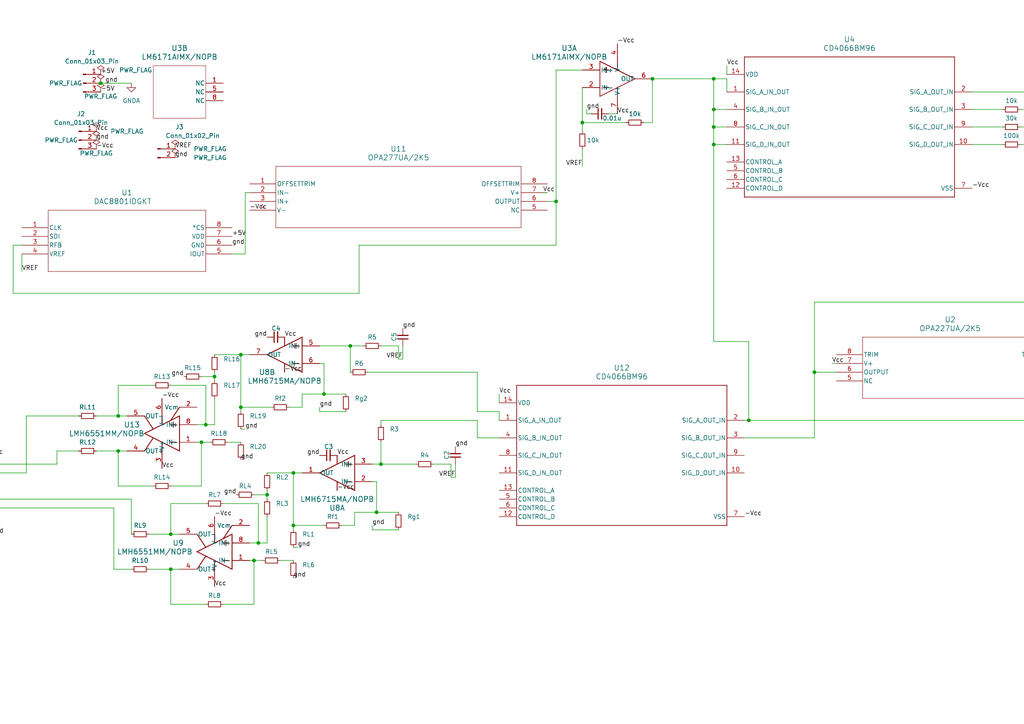
<source format=kicad_sch>
(kicad_sch (version 20230121) (generator eeschema)

  (uuid 3b823585-573e-4725-9cf6-20656d147f2e)

  (paper "A4")

  (lib_symbols
    (symbol "AD744:AD744JRZ-REEL7" (pin_names (offset 0.254)) (in_bom yes) (on_board yes)
      (property "Reference" "U" (at 60.96 10.16 0)
        (effects (font (size 1.524 1.524)))
      )
      (property "Value" "AD744JRZ-REEL7" (at 60.96 7.62 0)
        (effects (font (size 1.524 1.524)))
      )
      (property "Footprint" "R_8_ADI" (at 0 0 0)
        (effects (font (size 1.27 1.27) italic) hide)
      )
      (property "Datasheet" "AD744JRZ-REEL7" (at 0 0 0)
        (effects (font (size 1.27 1.27) italic) hide)
      )
      (property "ki_locked" "" (at 0 0 0)
        (effects (font (size 1.27 1.27)))
      )
      (property "ki_keywords" "AD744JRZ-REEL7" (at 0 0 0)
        (effects (font (size 1.27 1.27)) hide)
      )
      (property "ki_fp_filters" "R_8_ADI R_8_ADI-M R_8_ADI-L" (at 0 0 0)
        (effects (font (size 1.27 1.27)) hide)
      )
      (symbol "AD744JRZ-REEL7_0_1"
        (polyline
          (pts
            (xy 7.62 -12.7)
            (xy 114.3 -12.7)
          )
          (stroke (width 0.127) (type default))
          (fill (type none))
        )
        (polyline
          (pts
            (xy 7.62 5.08)
            (xy 7.62 -12.7)
          )
          (stroke (width 0.127) (type default))
          (fill (type none))
        )
        (polyline
          (pts
            (xy 114.3 -12.7)
            (xy 114.3 5.08)
          )
          (stroke (width 0.127) (type default))
          (fill (type none))
        )
        (polyline
          (pts
            (xy 114.3 5.08)
            (xy 7.62 5.08)
          )
          (stroke (width 0.127) (type default))
          (fill (type none))
        )
        (pin unspecified line (at 0 0 0) (length 7.62)
          (name "NULL/DECOMPENSATION" (effects (font (size 1.27 1.27))))
          (number "1" (effects (font (size 1.27 1.27))))
        )
        (pin unspecified line (at 0 -2.54 0) (length 7.62)
          (name "-IN" (effects (font (size 1.27 1.27))))
          (number "2" (effects (font (size 1.27 1.27))))
        )
        (pin unspecified line (at 0 -5.08 0) (length 7.62)
          (name "+IN" (effects (font (size 1.27 1.27))))
          (number "3" (effects (font (size 1.27 1.27))))
        )
        (pin power_in line (at 0 -7.62 0) (length 7.62)
          (name "V-" (effects (font (size 1.27 1.27))))
          (number "4" (effects (font (size 1.27 1.27))))
        )
        (pin unspecified line (at 121.92 -7.62 180) (length 7.62)
          (name "COMPENSATION" (effects (font (size 1.27 1.27))))
          (number "5" (effects (font (size 1.27 1.27))))
        )
        (pin unspecified line (at 121.92 -5.08 180) (length 7.62)
          (name "OUTPUT" (effects (font (size 1.27 1.27))))
          (number "6" (effects (font (size 1.27 1.27))))
        )
        (pin power_in line (at 121.92 -2.54 180) (length 7.62)
          (name "V+" (effects (font (size 1.27 1.27))))
          (number "7" (effects (font (size 1.27 1.27))))
        )
        (pin unspecified line (at 121.92 0 180) (length 7.62)
          (name "NULL/COMPENSATION" (effects (font (size 1.27 1.27))))
          (number "8" (effects (font (size 1.27 1.27))))
        )
      )
    )
    (symbol "ADG1409:ADG1409YCPZ-REEL7" (pin_names (offset 0.254)) (in_bom yes) (on_board yes)
      (property "Reference" "U" (at 27.94 10.16 0)
        (effects (font (size 1.524 1.524)))
      )
      (property "Value" "ADG1409YCPZ-REEL7" (at 27.94 7.62 0)
        (effects (font (size 1.524 1.524)))
      )
      (property "Footprint" "CP_16_13_ADI" (at 0 0 0)
        (effects (font (size 1.27 1.27) italic) hide)
      )
      (property "Datasheet" "ADG1409YCPZ-REEL7" (at 0 0 0)
        (effects (font (size 1.27 1.27) italic) hide)
      )
      (property "ki_locked" "" (at 0 0 0)
        (effects (font (size 1.27 1.27)))
      )
      (property "ki_keywords" "ADG1409YCPZ-REEL7" (at 0 0 0)
        (effects (font (size 1.27 1.27)) hide)
      )
      (property "ki_fp_filters" "CP_16_13_ADI CP_16_13_ADI-M CP_16_13_ADI-L" (at 0 0 0)
        (effects (font (size 1.27 1.27)) hide)
      )
      (symbol "ADG1409YCPZ-REEL7_0_1"
        (polyline
          (pts
            (xy 7.62 -25.4)
            (xy 48.26 -25.4)
          )
          (stroke (width 0.127) (type default))
          (fill (type none))
        )
        (polyline
          (pts
            (xy 7.62 5.08)
            (xy 7.62 -25.4)
          )
          (stroke (width 0.127) (type default))
          (fill (type none))
        )
        (polyline
          (pts
            (xy 48.26 -25.4)
            (xy 48.26 5.08)
          )
          (stroke (width 0.127) (type default))
          (fill (type none))
        )
        (polyline
          (pts
            (xy 48.26 5.08)
            (xy 7.62 5.08)
          )
          (stroke (width 0.127) (type default))
          (fill (type none))
        )
        (pin unspecified line (at 0 0 0) (length 7.62)
          (name "A0" (effects (font (size 1.27 1.27))))
          (number "1" (effects (font (size 1.27 1.27))))
        )
        (pin unspecified line (at 55.88 -17.78 180) (length 7.62)
          (name "S4B" (effects (font (size 1.27 1.27))))
          (number "10" (effects (font (size 1.27 1.27))))
        )
        (pin unspecified line (at 55.88 -15.24 180) (length 7.62)
          (name "S3B" (effects (font (size 1.27 1.27))))
          (number "11" (effects (font (size 1.27 1.27))))
        )
        (pin unspecified line (at 55.88 -12.7 180) (length 7.62)
          (name "S2B" (effects (font (size 1.27 1.27))))
          (number "12" (effects (font (size 1.27 1.27))))
        )
        (pin unspecified line (at 55.88 -10.16 180) (length 7.62)
          (name "S1B" (effects (font (size 1.27 1.27))))
          (number "13" (effects (font (size 1.27 1.27))))
        )
        (pin power_in line (at 55.88 -7.62 180) (length 7.62)
          (name "VDD" (effects (font (size 1.27 1.27))))
          (number "14" (effects (font (size 1.27 1.27))))
        )
        (pin unspecified line (at 55.88 -5.08 180) (length 7.62)
          (name "GND" (effects (font (size 1.27 1.27))))
          (number "15" (effects (font (size 1.27 1.27))))
        )
        (pin unspecified line (at 55.88 -2.54 180) (length 7.62)
          (name "A1" (effects (font (size 1.27 1.27))))
          (number "16" (effects (font (size 1.27 1.27))))
        )
        (pin unspecified line (at 55.88 0 180) (length 7.62)
          (name "EP" (effects (font (size 1.27 1.27))))
          (number "17" (effects (font (size 1.27 1.27))))
        )
        (pin unspecified line (at 0 -2.54 0) (length 7.62)
          (name "EN" (effects (font (size 1.27 1.27))))
          (number "2" (effects (font (size 1.27 1.27))))
        )
        (pin power_in line (at 0 -5.08 0) (length 7.62)
          (name "VSS" (effects (font (size 1.27 1.27))))
          (number "3" (effects (font (size 1.27 1.27))))
        )
        (pin unspecified line (at 0 -7.62 0) (length 7.62)
          (name "S1A" (effects (font (size 1.27 1.27))))
          (number "4" (effects (font (size 1.27 1.27))))
        )
        (pin unspecified line (at 0 -10.16 0) (length 7.62)
          (name "S2A" (effects (font (size 1.27 1.27))))
          (number "5" (effects (font (size 1.27 1.27))))
        )
        (pin unspecified line (at 0 -12.7 0) (length 7.62)
          (name "S3A" (effects (font (size 1.27 1.27))))
          (number "6" (effects (font (size 1.27 1.27))))
        )
        (pin unspecified line (at 0 -15.24 0) (length 7.62)
          (name "S4A" (effects (font (size 1.27 1.27))))
          (number "7" (effects (font (size 1.27 1.27))))
        )
        (pin unspecified line (at 0 -17.78 0) (length 7.62)
          (name "DA" (effects (font (size 1.27 1.27))))
          (number "8" (effects (font (size 1.27 1.27))))
        )
        (pin unspecified line (at 55.88 -20.32 180) (length 7.62)
          (name "DB" (effects (font (size 1.27 1.27))))
          (number "9" (effects (font (size 1.27 1.27))))
        )
      )
    )
    (symbol "ADG436:ADG436BNZ" (pin_names (offset 0.254)) (in_bom yes) (on_board yes)
      (property "Reference" "U" (at 27.94 10.16 0)
        (effects (font (size 1.524 1.524)))
      )
      (property "Value" "ADG436BNZ" (at 27.94 7.62 0)
        (effects (font (size 1.524 1.524)))
      )
      (property "Footprint" "N_16_ADI" (at 0 0 0)
        (effects (font (size 1.27 1.27) italic) hide)
      )
      (property "Datasheet" "ADG436BNZ" (at 0 0 0)
        (effects (font (size 1.27 1.27) italic) hide)
      )
      (property "ki_locked" "" (at 0 0 0)
        (effects (font (size 1.27 1.27)))
      )
      (property "ki_keywords" "ADG436BNZ" (at 0 0 0)
        (effects (font (size 1.27 1.27)) hide)
      )
      (property "ki_fp_filters" "N_16_ADI" (at 0 0 0)
        (effects (font (size 1.27 1.27)) hide)
      )
      (symbol "ADG436BNZ_0_1"
        (polyline
          (pts
            (xy 7.62 -22.86)
            (xy 48.26 -22.86)
          )
          (stroke (width 0.127) (type default))
          (fill (type none))
        )
        (polyline
          (pts
            (xy 7.62 5.08)
            (xy 7.62 -22.86)
          )
          (stroke (width 0.127) (type default))
          (fill (type none))
        )
        (polyline
          (pts
            (xy 48.26 -22.86)
            (xy 48.26 5.08)
          )
          (stroke (width 0.127) (type default))
          (fill (type none))
        )
        (polyline
          (pts
            (xy 48.26 5.08)
            (xy 7.62 5.08)
          )
          (stroke (width 0.127) (type default))
          (fill (type none))
        )
        (pin unspecified line (at 0 0 0) (length 7.62)
          (name "IN1" (effects (font (size 1.27 1.27))))
          (number "1" (effects (font (size 1.27 1.27))))
        )
        (pin unspecified line (at 55.88 -15.24 180) (length 7.62)
          (name "S2A" (effects (font (size 1.27 1.27))))
          (number "10" (effects (font (size 1.27 1.27))))
        )
        (pin unspecified line (at 55.88 -12.7 180) (length 7.62)
          (name "D2" (effects (font (size 1.27 1.27))))
          (number "11" (effects (font (size 1.27 1.27))))
        )
        (pin unspecified line (at 55.88 -10.16 180) (length 7.62)
          (name "S2B" (effects (font (size 1.27 1.27))))
          (number "12" (effects (font (size 1.27 1.27))))
        )
        (pin power_in line (at 55.88 -7.62 180) (length 7.62)
          (name "VDD" (effects (font (size 1.27 1.27))))
          (number "13" (effects (font (size 1.27 1.27))))
        )
        (pin unspecified line (at 55.88 -5.08 180) (length 7.62)
          (name "NC" (effects (font (size 1.27 1.27))))
          (number "14" (effects (font (size 1.27 1.27))))
        )
        (pin unspecified line (at 55.88 -2.54 180) (length 7.62)
          (name "NC" (effects (font (size 1.27 1.27))))
          (number "15" (effects (font (size 1.27 1.27))))
        )
        (pin unspecified line (at 55.88 0 180) (length 7.62)
          (name "NC" (effects (font (size 1.27 1.27))))
          (number "16" (effects (font (size 1.27 1.27))))
        )
        (pin unspecified line (at 0 -2.54 0) (length 7.62)
          (name "S1A" (effects (font (size 1.27 1.27))))
          (number "2" (effects (font (size 1.27 1.27))))
        )
        (pin unspecified line (at 0 -5.08 0) (length 7.62)
          (name "D1" (effects (font (size 1.27 1.27))))
          (number "3" (effects (font (size 1.27 1.27))))
        )
        (pin unspecified line (at 0 -7.62 0) (length 7.62)
          (name "S1B" (effects (font (size 1.27 1.27))))
          (number "4" (effects (font (size 1.27 1.27))))
        )
        (pin power_in line (at 0 -10.16 0) (length 7.62)
          (name "VSS" (effects (font (size 1.27 1.27))))
          (number "5" (effects (font (size 1.27 1.27))))
        )
        (pin unspecified line (at 0 -12.7 0) (length 7.62)
          (name "GND" (effects (font (size 1.27 1.27))))
          (number "6" (effects (font (size 1.27 1.27))))
        )
        (pin unspecified line (at 0 -15.24 0) (length 7.62)
          (name "NC" (effects (font (size 1.27 1.27))))
          (number "7" (effects (font (size 1.27 1.27))))
        )
        (pin unspecified line (at 0 -17.78 0) (length 7.62)
          (name "NC" (effects (font (size 1.27 1.27))))
          (number "8" (effects (font (size 1.27 1.27))))
        )
        (pin unspecified line (at 55.88 -17.78 180) (length 7.62)
          (name "IN2" (effects (font (size 1.27 1.27))))
          (number "9" (effects (font (size 1.27 1.27))))
        )
      )
    )
    (symbol "CD4066:CD4066BM96" (pin_names (offset 0.254)) (in_bom yes) (on_board yes)
      (property "Reference" "U" (at 0 2.54 0)
        (effects (font (size 1.524 1.524)))
      )
      (property "Value" "CD4066BM96" (at 0 0 0)
        (effects (font (size 1.524 1.524)))
      )
      (property "Footprint" "D0014A_N" (at 0 0 0)
        (effects (font (size 1.27 1.27) italic) hide)
      )
      (property "Datasheet" "CD4066BM96" (at 0 0 0)
        (effects (font (size 1.27 1.27) italic) hide)
      )
      (property "ki_locked" "" (at 0 0 0)
        (effects (font (size 1.27 1.27)))
      )
      (property "ki_keywords" "CD4066BM96" (at 0 0 0)
        (effects (font (size 1.27 1.27)) hide)
      )
      (property "ki_fp_filters" "D0014A_N D0014A_M D0014A_L" (at 0 0 0)
        (effects (font (size 1.27 1.27)) hide)
      )
      (symbol "CD4066BM96_0_1"
        (polyline
          (pts
            (xy -30.48 -20.32)
            (xy 30.48 -20.32)
          )
          (stroke (width 0.2032) (type default))
          (fill (type none))
        )
        (polyline
          (pts
            (xy -30.48 20.32)
            (xy -30.48 -20.32)
          )
          (stroke (width 0.2032) (type default))
          (fill (type none))
        )
        (polyline
          (pts
            (xy 30.48 -20.32)
            (xy 30.48 20.32)
          )
          (stroke (width 0.2032) (type default))
          (fill (type none))
        )
        (polyline
          (pts
            (xy 30.48 20.32)
            (xy -30.48 20.32)
          )
          (stroke (width 0.2032) (type default))
          (fill (type none))
        )
        (pin bidirectional line (at -35.56 10.16 0) (length 5.08)
          (name "SIG_A_IN_OUT" (effects (font (size 1.27 1.27))))
          (number "1" (effects (font (size 1.27 1.27))))
        )
        (pin bidirectional line (at 35.56 -5.08 180) (length 5.08)
          (name "SIG_D_OUT_IN" (effects (font (size 1.27 1.27))))
          (number "10" (effects (font (size 1.27 1.27))))
        )
        (pin bidirectional line (at -35.56 -5.08 0) (length 5.08)
          (name "SIG_D_IN_OUT" (effects (font (size 1.27 1.27))))
          (number "11" (effects (font (size 1.27 1.27))))
        )
        (pin input line (at -35.56 -17.78 0) (length 5.08)
          (name "CONTROL_D" (effects (font (size 1.27 1.27))))
          (number "12" (effects (font (size 1.27 1.27))))
        )
        (pin input line (at -35.56 -10.16 0) (length 5.08)
          (name "CONTROL_A" (effects (font (size 1.27 1.27))))
          (number "13" (effects (font (size 1.27 1.27))))
        )
        (pin power_in line (at -35.56 15.24 0) (length 5.08)
          (name "VDD" (effects (font (size 1.27 1.27))))
          (number "14" (effects (font (size 1.27 1.27))))
        )
        (pin bidirectional line (at 35.56 10.16 180) (length 5.08)
          (name "SIG_A_OUT_IN" (effects (font (size 1.27 1.27))))
          (number "2" (effects (font (size 1.27 1.27))))
        )
        (pin bidirectional line (at 35.56 5.08 180) (length 5.08)
          (name "SIG_B_OUT_IN" (effects (font (size 1.27 1.27))))
          (number "3" (effects (font (size 1.27 1.27))))
        )
        (pin bidirectional line (at -35.56 5.08 0) (length 5.08)
          (name "SIG_B_IN_OUT" (effects (font (size 1.27 1.27))))
          (number "4" (effects (font (size 1.27 1.27))))
        )
        (pin input line (at -35.56 -12.7 0) (length 5.08)
          (name "CONTROL_B" (effects (font (size 1.27 1.27))))
          (number "5" (effects (font (size 1.27 1.27))))
        )
        (pin input line (at -35.56 -15.24 0) (length 5.08)
          (name "CONTROL_C" (effects (font (size 1.27 1.27))))
          (number "6" (effects (font (size 1.27 1.27))))
        )
        (pin power_in line (at 35.56 -17.78 180) (length 5.08)
          (name "VSS" (effects (font (size 1.27 1.27))))
          (number "7" (effects (font (size 1.27 1.27))))
        )
        (pin bidirectional line (at -35.56 0 0) (length 5.08)
          (name "SIG_C_IN_OUT" (effects (font (size 1.27 1.27))))
          (number "8" (effects (font (size 1.27 1.27))))
        )
        (pin bidirectional line (at 35.56 0 180) (length 5.08)
          (name "SIG_C_OUT_IN" (effects (font (size 1.27 1.27))))
          (number "9" (effects (font (size 1.27 1.27))))
        )
      )
    )
    (symbol "Connector:Conn_01x02_Pin" (pin_names (offset 1.016) hide) (in_bom yes) (on_board yes)
      (property "Reference" "J" (at 0 2.54 0)
        (effects (font (size 1.27 1.27)))
      )
      (property "Value" "Conn_01x02_Pin" (at 0 -5.08 0)
        (effects (font (size 1.27 1.27)))
      )
      (property "Footprint" "" (at 0 0 0)
        (effects (font (size 1.27 1.27)) hide)
      )
      (property "Datasheet" "~" (at 0 0 0)
        (effects (font (size 1.27 1.27)) hide)
      )
      (property "ki_locked" "" (at 0 0 0)
        (effects (font (size 1.27 1.27)))
      )
      (property "ki_keywords" "connector" (at 0 0 0)
        (effects (font (size 1.27 1.27)) hide)
      )
      (property "ki_description" "Generic connector, single row, 01x02, script generated" (at 0 0 0)
        (effects (font (size 1.27 1.27)) hide)
      )
      (property "ki_fp_filters" "Connector*:*_1x??_*" (at 0 0 0)
        (effects (font (size 1.27 1.27)) hide)
      )
      (symbol "Conn_01x02_Pin_1_1"
        (polyline
          (pts
            (xy 1.27 -2.54)
            (xy 0.8636 -2.54)
          )
          (stroke (width 0.1524) (type default))
          (fill (type none))
        )
        (polyline
          (pts
            (xy 1.27 0)
            (xy 0.8636 0)
          )
          (stroke (width 0.1524) (type default))
          (fill (type none))
        )
        (rectangle (start 0.8636 -2.413) (end 0 -2.667)
          (stroke (width 0.1524) (type default))
          (fill (type outline))
        )
        (rectangle (start 0.8636 0.127) (end 0 -0.127)
          (stroke (width 0.1524) (type default))
          (fill (type outline))
        )
        (pin passive line (at 5.08 0 180) (length 3.81)
          (name "Pin_1" (effects (font (size 1.27 1.27))))
          (number "1" (effects (font (size 1.27 1.27))))
        )
        (pin passive line (at 5.08 -2.54 180) (length 3.81)
          (name "Pin_2" (effects (font (size 1.27 1.27))))
          (number "2" (effects (font (size 1.27 1.27))))
        )
      )
    )
    (symbol "Connector:Conn_01x03_Pin" (pin_names (offset 1.016) hide) (in_bom yes) (on_board yes)
      (property "Reference" "J" (at 0 5.08 0)
        (effects (font (size 1.27 1.27)))
      )
      (property "Value" "Conn_01x03_Pin" (at 0 -5.08 0)
        (effects (font (size 1.27 1.27)))
      )
      (property "Footprint" "" (at 0 0 0)
        (effects (font (size 1.27 1.27)) hide)
      )
      (property "Datasheet" "~" (at 0 0 0)
        (effects (font (size 1.27 1.27)) hide)
      )
      (property "ki_locked" "" (at 0 0 0)
        (effects (font (size 1.27 1.27)))
      )
      (property "ki_keywords" "connector" (at 0 0 0)
        (effects (font (size 1.27 1.27)) hide)
      )
      (property "ki_description" "Generic connector, single row, 01x03, script generated" (at 0 0 0)
        (effects (font (size 1.27 1.27)) hide)
      )
      (property "ki_fp_filters" "Connector*:*_1x??_*" (at 0 0 0)
        (effects (font (size 1.27 1.27)) hide)
      )
      (symbol "Conn_01x03_Pin_1_1"
        (polyline
          (pts
            (xy 1.27 -2.54)
            (xy 0.8636 -2.54)
          )
          (stroke (width 0.1524) (type default))
          (fill (type none))
        )
        (polyline
          (pts
            (xy 1.27 0)
            (xy 0.8636 0)
          )
          (stroke (width 0.1524) (type default))
          (fill (type none))
        )
        (polyline
          (pts
            (xy 1.27 2.54)
            (xy 0.8636 2.54)
          )
          (stroke (width 0.1524) (type default))
          (fill (type none))
        )
        (rectangle (start 0.8636 -2.413) (end 0 -2.667)
          (stroke (width 0.1524) (type default))
          (fill (type outline))
        )
        (rectangle (start 0.8636 0.127) (end 0 -0.127)
          (stroke (width 0.1524) (type default))
          (fill (type outline))
        )
        (rectangle (start 0.8636 2.667) (end 0 2.413)
          (stroke (width 0.1524) (type default))
          (fill (type outline))
        )
        (pin passive line (at 5.08 2.54 180) (length 3.81)
          (name "Pin_1" (effects (font (size 1.27 1.27))))
          (number "1" (effects (font (size 1.27 1.27))))
        )
        (pin passive line (at 5.08 0 180) (length 3.81)
          (name "Pin_2" (effects (font (size 1.27 1.27))))
          (number "2" (effects (font (size 1.27 1.27))))
        )
        (pin passive line (at 5.08 -2.54 180) (length 3.81)
          (name "Pin_3" (effects (font (size 1.27 1.27))))
          (number "3" (effects (font (size 1.27 1.27))))
        )
      )
    )
    (symbol "DAC8801:DAC8801IDGKT" (pin_names (offset 0.254)) (in_bom yes) (on_board yes)
      (property "Reference" "U" (at 30.48 10.16 0)
        (effects (font (size 1.524 1.524)))
      )
      (property "Value" "DAC8801IDGKT" (at 30.48 7.62 0)
        (effects (font (size 1.524 1.524)))
      )
      (property "Footprint" "DGK8" (at 0 0 0)
        (effects (font (size 1.27 1.27) italic) hide)
      )
      (property "Datasheet" "DAC8801IDGKT" (at 0 0 0)
        (effects (font (size 1.27 1.27) italic) hide)
      )
      (property "ki_locked" "" (at 0 0 0)
        (effects (font (size 1.27 1.27)))
      )
      (property "ki_keywords" "DAC8801IDGKT" (at 0 0 0)
        (effects (font (size 1.27 1.27)) hide)
      )
      (property "ki_fp_filters" "DGK8 DGK8-M DGK8-L" (at 0 0 0)
        (effects (font (size 1.27 1.27)) hide)
      )
      (symbol "DAC8801IDGKT_0_1"
        (polyline
          (pts
            (xy 7.62 -12.7)
            (xy 53.34 -12.7)
          )
          (stroke (width 0.127) (type default))
          (fill (type none))
        )
        (polyline
          (pts
            (xy 7.62 5.08)
            (xy 7.62 -12.7)
          )
          (stroke (width 0.127) (type default))
          (fill (type none))
        )
        (polyline
          (pts
            (xy 53.34 -12.7)
            (xy 53.34 5.08)
          )
          (stroke (width 0.127) (type default))
          (fill (type none))
        )
        (polyline
          (pts
            (xy 53.34 5.08)
            (xy 7.62 5.08)
          )
          (stroke (width 0.127) (type default))
          (fill (type none))
        )
        (pin input line (at 0 0 0) (length 7.62)
          (name "CLK" (effects (font (size 1.27 1.27))))
          (number "1" (effects (font (size 1.27 1.27))))
        )
        (pin input line (at 0 -2.54 0) (length 7.62)
          (name "SDI" (effects (font (size 1.27 1.27))))
          (number "2" (effects (font (size 1.27 1.27))))
        )
        (pin output line (at 0 -5.08 0) (length 7.62)
          (name "RFB" (effects (font (size 1.27 1.27))))
          (number "3" (effects (font (size 1.27 1.27))))
        )
        (pin input line (at 0 -7.62 0) (length 7.62)
          (name "VREF" (effects (font (size 1.27 1.27))))
          (number "4" (effects (font (size 1.27 1.27))))
        )
        (pin output line (at 60.96 -7.62 180) (length 7.62)
          (name "IOUT" (effects (font (size 1.27 1.27))))
          (number "5" (effects (font (size 1.27 1.27))))
        )
        (pin power_in line (at 60.96 -5.08 180) (length 7.62)
          (name "GND" (effects (font (size 1.27 1.27))))
          (number "6" (effects (font (size 1.27 1.27))))
        )
        (pin power_in line (at 60.96 -2.54 180) (length 7.62)
          (name "VDD" (effects (font (size 1.27 1.27))))
          (number "7" (effects (font (size 1.27 1.27))))
        )
        (pin input line (at 60.96 0 180) (length 7.62)
          (name "*CS" (effects (font (size 1.27 1.27))))
          (number "8" (effects (font (size 1.27 1.27))))
        )
      )
    )
    (symbol "Device:C_Small" (pin_numbers hide) (pin_names (offset 0.254) hide) (in_bom yes) (on_board yes)
      (property "Reference" "C" (at 0.254 1.778 0)
        (effects (font (size 1.27 1.27)) (justify left))
      )
      (property "Value" "C_Small" (at 0.254 -2.032 0)
        (effects (font (size 1.27 1.27)) (justify left))
      )
      (property "Footprint" "" (at 0 0 0)
        (effects (font (size 1.27 1.27)) hide)
      )
      (property "Datasheet" "~" (at 0 0 0)
        (effects (font (size 1.27 1.27)) hide)
      )
      (property "ki_keywords" "capacitor cap" (at 0 0 0)
        (effects (font (size 1.27 1.27)) hide)
      )
      (property "ki_description" "Unpolarized capacitor, small symbol" (at 0 0 0)
        (effects (font (size 1.27 1.27)) hide)
      )
      (property "ki_fp_filters" "C_*" (at 0 0 0)
        (effects (font (size 1.27 1.27)) hide)
      )
      (symbol "C_Small_0_1"
        (polyline
          (pts
            (xy -1.524 -0.508)
            (xy 1.524 -0.508)
          )
          (stroke (width 0.3302) (type default))
          (fill (type none))
        )
        (polyline
          (pts
            (xy -1.524 0.508)
            (xy 1.524 0.508)
          )
          (stroke (width 0.3048) (type default))
          (fill (type none))
        )
      )
      (symbol "C_Small_1_1"
        (pin passive line (at 0 2.54 270) (length 2.032)
          (name "~" (effects (font (size 1.27 1.27))))
          (number "1" (effects (font (size 1.27 1.27))))
        )
        (pin passive line (at 0 -2.54 90) (length 2.032)
          (name "~" (effects (font (size 1.27 1.27))))
          (number "2" (effects (font (size 1.27 1.27))))
        )
      )
    )
    (symbol "Device:R_Small" (pin_numbers hide) (pin_names (offset 0.254) hide) (in_bom yes) (on_board yes)
      (property "Reference" "R" (at 0.762 0.508 0)
        (effects (font (size 1.27 1.27)) (justify left))
      )
      (property "Value" "R_Small" (at 0.762 -1.016 0)
        (effects (font (size 1.27 1.27)) (justify left))
      )
      (property "Footprint" "" (at 0 0 0)
        (effects (font (size 1.27 1.27)) hide)
      )
      (property "Datasheet" "~" (at 0 0 0)
        (effects (font (size 1.27 1.27)) hide)
      )
      (property "ki_keywords" "R resistor" (at 0 0 0)
        (effects (font (size 1.27 1.27)) hide)
      )
      (property "ki_description" "Resistor, small symbol" (at 0 0 0)
        (effects (font (size 1.27 1.27)) hide)
      )
      (property "ki_fp_filters" "R_*" (at 0 0 0)
        (effects (font (size 1.27 1.27)) hide)
      )
      (symbol "R_Small_0_1"
        (rectangle (start -0.762 1.778) (end 0.762 -1.778)
          (stroke (width 0.2032) (type default))
          (fill (type none))
        )
      )
      (symbol "R_Small_1_1"
        (pin passive line (at 0 2.54 270) (length 0.762)
          (name "~" (effects (font (size 1.27 1.27))))
          (number "1" (effects (font (size 1.27 1.27))))
        )
        (pin passive line (at 0 -2.54 90) (length 0.762)
          (name "~" (effects (font (size 1.27 1.27))))
          (number "2" (effects (font (size 1.27 1.27))))
        )
      )
    )
    (symbol "LM6171:LM6171AIMX_NOPB" (pin_names (offset 0.254)) (in_bom yes) (on_board yes)
      (property "Reference" "U" (at 0 2.54 0)
        (effects (font (size 1.524 1.524)))
      )
      (property "Value" "LM6171AIMX/NOPB" (at 0 0 0)
        (effects (font (size 1.524 1.524)))
      )
      (property "Footprint" "D0008A_N" (at 0 0 0)
        (effects (font (size 1.27 1.27) italic) hide)
      )
      (property "Datasheet" "LM6171AIMX/NOPB" (at 0 0 0)
        (effects (font (size 1.27 1.27) italic) hide)
      )
      (property "ki_locked" "" (at 0 0 0)
        (effects (font (size 1.27 1.27)))
      )
      (property "ki_keywords" "LM6171AIMX/NOPB" (at 0 0 0)
        (effects (font (size 1.27 1.27)) hide)
      )
      (property "ki_fp_filters" "D0008A_N D0008A_M D0008A_L" (at 0 0 0)
        (effects (font (size 1.27 1.27)) hide)
      )
      (symbol "LM6171AIMX_NOPB_1_1"
        (polyline
          (pts
            (xy -5.08 -5.08)
            (xy 5.08 0)
          )
          (stroke (width 0.2032) (type default))
          (fill (type none))
        )
        (polyline
          (pts
            (xy -5.08 -5.08)
            (xy 5.08 0)
          )
          (stroke (width 0.2032) (type default))
          (fill (type none))
        )
        (polyline
          (pts
            (xy -5.08 5.08)
            (xy -5.08 -5.08)
          )
          (stroke (width 0.2032) (type default))
          (fill (type none))
        )
        (polyline
          (pts
            (xy -5.08 5.08)
            (xy 5.08 0)
          )
          (stroke (width 0.2032) (type default))
          (fill (type none))
        )
        (polyline
          (pts
            (xy -4.064 -2.54)
            (xy -2.54 -2.54)
          )
          (stroke (width 0.2032) (type default))
          (fill (type none))
        )
        (polyline
          (pts
            (xy -4.064 -2.54)
            (xy -2.54 -2.54)
          )
          (stroke (width 0.2032) (type default))
          (fill (type none))
        )
        (polyline
          (pts
            (xy -4.064 -2.54)
            (xy -2.54 -2.54)
          )
          (stroke (width 0.2032) (type default))
          (fill (type none))
        )
        (polyline
          (pts
            (xy -4.064 2.54)
            (xy -2.54 2.54)
          )
          (stroke (width 0.2032) (type default))
          (fill (type none))
        )
        (polyline
          (pts
            (xy -4.064 2.54)
            (xy -2.54 2.54)
          )
          (stroke (width 0.2032) (type default))
          (fill (type none))
        )
        (polyline
          (pts
            (xy -4.064 2.54)
            (xy -2.54 2.54)
          )
          (stroke (width 0.2032) (type default))
          (fill (type none))
        )
        (polyline
          (pts
            (xy -3.302 -1.778)
            (xy -3.302 -3.302)
          )
          (stroke (width 0.2032) (type default))
          (fill (type none))
        )
        (polyline
          (pts
            (xy -3.302 -1.778)
            (xy -3.302 -3.302)
          )
          (stroke (width 0.2032) (type default))
          (fill (type none))
        )
        (polyline
          (pts
            (xy -3.302 -1.778)
            (xy -3.302 -3.302)
          )
          (stroke (width 0.2032) (type default))
          (fill (type none))
        )
        (polyline
          (pts
            (xy 0 -2.54)
            (xy 0 -5.08)
          )
          (stroke (width 0.2032) (type default))
          (fill (type none))
        )
        (polyline
          (pts
            (xy 0 5.08)
            (xy 0 2.54)
          )
          (stroke (width 0.2032) (type default))
          (fill (type none))
        )
        (pin input line (at -10.16 2.54 0) (length 5.08)
          (name "IN-" (effects (font (size 1.27 1.27))))
          (number "2" (effects (font (size 1.27 1.27))))
        )
        (pin input line (at -10.16 -2.54 0) (length 5.08)
          (name "IN+" (effects (font (size 1.27 1.27))))
          (number "3" (effects (font (size 1.27 1.27))))
        )
        (pin power_in line (at 0 -10.16 90) (length 5.08)
          (name "V-" (effects (font (size 1.27 1.27))))
          (number "4" (effects (font (size 1.27 1.27))))
        )
        (pin output line (at 10.16 0 180) (length 5.08)
          (name "OUT" (effects (font (size 1.27 1.27))))
          (number "6" (effects (font (size 1.27 1.27))))
        )
        (pin power_in line (at 0 10.16 270) (length 5.08)
          (name "V+" (effects (font (size 1.27 1.27))))
          (number "7" (effects (font (size 1.27 1.27))))
        )
      )
      (symbol "LM6171AIMX_NOPB_2_1"
        (polyline
          (pts
            (xy -7.62 -7.62)
            (xy 7.62 -7.62)
          )
          (stroke (width 0.1016) (type default))
          (fill (type none))
        )
        (polyline
          (pts
            (xy -7.62 7.62)
            (xy -7.62 -7.62)
          )
          (stroke (width 0.1016) (type default))
          (fill (type none))
        )
        (polyline
          (pts
            (xy 7.62 -7.62)
            (xy 7.62 7.62)
          )
          (stroke (width 0.1016) (type default))
          (fill (type none))
        )
        (polyline
          (pts
            (xy 7.62 7.62)
            (xy -7.62 7.62)
          )
          (stroke (width 0.1016) (type default))
          (fill (type none))
        )
        (pin unspecified line (at 12.7 2.54 180) (length 5.08)
          (name "NC" (effects (font (size 1.27 1.27))))
          (number "1" (effects (font (size 1.27 1.27))))
        )
        (pin unspecified line (at 12.7 0 180) (length 5.08)
          (name "NC" (effects (font (size 1.27 1.27))))
          (number "5" (effects (font (size 1.27 1.27))))
        )
        (pin unspecified line (at 12.7 -2.54 180) (length 5.08)
          (name "NC" (effects (font (size 1.27 1.27))))
          (number "8" (effects (font (size 1.27 1.27))))
        )
      )
    )
    (symbol "LMH6551:LMH6551MM_NOPB" (pin_names (offset 0.254)) (in_bom yes) (on_board yes)
      (property "Reference" "U" (at 15.494 5.334 0)
        (effects (font (size 1.524 1.524)))
      )
      (property "Value" "LMH6551MM/NOPB" (at 0 0 0)
        (effects (font (size 1.524 1.524)))
      )
      (property "Footprint" "MUA08A_L" (at 0 0 0)
        (effects (font (size 1.27 1.27) italic) hide)
      )
      (property "Datasheet" "LMH6551MM/NOPB" (at 0 0 0)
        (effects (font (size 1.27 1.27) italic) hide)
      )
      (property "ki_locked" "" (at 0 0 0)
        (effects (font (size 1.27 1.27)))
      )
      (property "ki_keywords" "LMH6551MM/NOPB" (at 0 0 0)
        (effects (font (size 1.27 1.27)) hide)
      )
      (property "ki_fp_filters" "MUA08A_L" (at 0 0 0)
        (effects (font (size 1.27 1.27)) hide)
      )
      (symbol "LMH6551MM_NOPB_0_1"
        (polyline
          (pts
            (xy -5.08 -7.62)
            (xy -2.54 -3.81)
          )
          (stroke (width 0.254) (type default))
          (fill (type none))
        )
        (polyline
          (pts
            (xy -5.08 -5.08)
            (xy 5.08 0)
          )
          (stroke (width 0.254) (type default))
          (fill (type none))
        )
        (polyline
          (pts
            (xy -5.08 5.08)
            (xy -5.08 -5.08)
          )
          (stroke (width 0.254) (type default))
          (fill (type none))
        )
        (polyline
          (pts
            (xy -5.08 5.08)
            (xy 5.08 0)
          )
          (stroke (width 0.254) (type default))
          (fill (type none))
        )
        (polyline
          (pts
            (xy -4.064 -2.54)
            (xy -2.54 -2.54)
          )
          (stroke (width 0.254) (type default))
          (fill (type none))
        )
        (polyline
          (pts
            (xy -4.064 2.54)
            (xy -2.54 2.54)
          )
          (stroke (width 0.254) (type default))
          (fill (type none))
        )
        (polyline
          (pts
            (xy -3.302 -1.778)
            (xy -3.302 -3.302)
          )
          (stroke (width 0.254) (type default))
          (fill (type none))
        )
        (polyline
          (pts
            (xy 0 -2.54)
            (xy 0 -5.08)
          )
          (stroke (width 0.254) (type default))
          (fill (type none))
        )
        (polyline
          (pts
            (xy 0 5.08)
            (xy 0 2.54)
          )
          (stroke (width 0.254) (type default))
          (fill (type none))
        )
        (polyline
          (pts
            (xy 2.54 -1.27)
            (xy 5.08 -5.08)
          )
          (stroke (width 0.254) (type default))
          (fill (type none))
        )
        (polyline
          (pts
            (xy 2.54 1.27)
            (xy 5.08 5.08)
          )
          (stroke (width 0.254) (type default))
          (fill (type none))
        )
        (pin input line (at -10.16 2.54 0) (length 5.08)
          (name "IN-" (effects (font (size 1.27 1.27))))
          (number "1" (effects (font (size 1.27 1.27))))
        )
        (pin input line (at -10.16 -7.62 0) (length 5.08)
          (name "Vcm" (effects (font (size 1.27 1.27))))
          (number "2" (effects (font (size 1.27 1.27))))
        )
        (pin power_in line (at 0 10.16 270) (length 5.08)
          (name "V+" (effects (font (size 1.27 1.27))))
          (number "3" (effects (font (size 1.27 1.27))))
        )
        (pin output line (at 10.16 5.08 180) (length 5.08)
          (name "OUT+" (effects (font (size 1.27 1.27))))
          (number "4" (effects (font (size 1.27 1.27))))
        )
        (pin output line (at 10.16 -5.08 180) (length 5.08)
          (name "OUT-" (effects (font (size 1.27 1.27))))
          (number "5" (effects (font (size 1.27 1.27))))
        )
        (pin power_in line (at 0 -10.16 90) (length 5.08)
          (name "V-" (effects (font (size 1.27 1.27))))
          (number "6" (effects (font (size 1.27 1.27))))
        )
        (pin input line (at -10.16 -2.54 0) (length 5.08)
          (name "IN+" (effects (font (size 1.27 1.27))))
          (number "8" (effects (font (size 1.27 1.27))))
        )
      )
    )
    (symbol "LMH6715:LMH6715MA_NOPB" (pin_names (offset 0.254)) (in_bom yes) (on_board yes)
      (property "Reference" "U" (at 15.748 0.254 0)
        (effects (font (size 1.524 1.524)))
      )
      (property "Value" "LMH6715MA/NOPB" (at 0 0 0)
        (effects (font (size 1.524 1.524)))
      )
      (property "Footprint" "M08A_L" (at 0 0 0)
        (effects (font (size 1.27 1.27) italic) hide)
      )
      (property "Datasheet" "LMH6715MA/NOPB" (at 0 0 0)
        (effects (font (size 1.27 1.27) italic) hide)
      )
      (property "ki_locked" "" (at 0 0 0)
        (effects (font (size 1.27 1.27)))
      )
      (property "ki_keywords" "LMH6715MA/NOPB" (at 0 0 0)
        (effects (font (size 1.27 1.27)) hide)
      )
      (property "ki_fp_filters" "M08A_L" (at 0 0 0)
        (effects (font (size 1.27 1.27)) hide)
      )
      (symbol "LMH6715MA_NOPB_1_1"
        (polyline
          (pts
            (xy 0 -10.16)
            (xy 10.16 -5.08)
          )
          (stroke (width 0.254) (type default))
          (fill (type none))
        )
        (polyline
          (pts
            (xy 0 0)
            (xy 0 -10.16)
          )
          (stroke (width 0.254) (type default))
          (fill (type none))
        )
        (polyline
          (pts
            (xy 0 0)
            (xy 10.16 -5.08)
          )
          (stroke (width 0.254) (type default))
          (fill (type none))
        )
        (polyline
          (pts
            (xy 1.016 -7.62)
            (xy 2.54 -7.62)
          )
          (stroke (width 0.254) (type default))
          (fill (type none))
        )
        (polyline
          (pts
            (xy 1.016 -2.54)
            (xy 2.54 -2.54)
          )
          (stroke (width 0.254) (type default))
          (fill (type none))
        )
        (polyline
          (pts
            (xy 1.778 -6.858)
            (xy 1.778 -8.382)
          )
          (stroke (width 0.254) (type default))
          (fill (type none))
        )
        (polyline
          (pts
            (xy 5.08 -7.62)
            (xy 5.08 -10.16)
          )
          (stroke (width 0.254) (type default))
          (fill (type none))
        )
        (polyline
          (pts
            (xy 5.08 0)
            (xy 5.08 -2.54)
          )
          (stroke (width 0.254) (type default))
          (fill (type none))
        )
        (pin output line (at 15.24 -5.08 180) (length 5.08)
          (name "OUT" (effects (font (size 1.27 1.27))))
          (number "1" (effects (font (size 1.27 1.27))))
        )
        (pin input line (at -5.08 -2.54 0) (length 5.08)
          (name "IN-" (effects (font (size 1.27 1.27))))
          (number "2" (effects (font (size 1.27 1.27))))
        )
        (pin input line (at -5.08 -7.62 0) (length 5.08)
          (name "IN+" (effects (font (size 1.27 1.27))))
          (number "3" (effects (font (size 1.27 1.27))))
        )
      )
      (symbol "LMH6715MA_NOPB_1_2"
        (polyline
          (pts
            (xy 0 -10.16)
            (xy 10.16 -5.08)
          )
          (stroke (width 0.254) (type default))
          (fill (type none))
        )
        (polyline
          (pts
            (xy 0 0)
            (xy 0 -10.16)
          )
          (stroke (width 0.254) (type default))
          (fill (type none))
        )
        (polyline
          (pts
            (xy 0 0)
            (xy 10.16 -5.08)
          )
          (stroke (width 0.254) (type default))
          (fill (type none))
        )
        (polyline
          (pts
            (xy 1.016 -7.62)
            (xy 2.54 -7.62)
          )
          (stroke (width 0.254) (type default))
          (fill (type none))
        )
        (polyline
          (pts
            (xy 1.016 -2.54)
            (xy 2.54 -2.54)
          )
          (stroke (width 0.254) (type default))
          (fill (type none))
        )
        (polyline
          (pts
            (xy 1.778 -6.858)
            (xy 1.778 -8.382)
          )
          (stroke (width 0.254) (type default))
          (fill (type none))
        )
        (pin output line (at 15.24 -5.08 180) (length 5.08)
          (name "OUT" (effects (font (size 1.27 1.27))))
          (number "1" (effects (font (size 1.27 1.27))))
        )
        (pin input line (at -5.08 -2.54 0) (length 5.08)
          (name "IN-" (effects (font (size 1.27 1.27))))
          (number "2" (effects (font (size 1.27 1.27))))
        )
        (pin input line (at -5.08 -7.62 0) (length 5.08)
          (name "IN+" (effects (font (size 1.27 1.27))))
          (number "3" (effects (font (size 1.27 1.27))))
        )
      )
      (symbol "LMH6715MA_NOPB_2_1"
        (polyline
          (pts
            (xy 0 -10.16)
            (xy 10.16 -5.08)
          )
          (stroke (width 0.254) (type default))
          (fill (type none))
        )
        (polyline
          (pts
            (xy 0 0)
            (xy 0 -10.16)
          )
          (stroke (width 0.254) (type default))
          (fill (type none))
        )
        (polyline
          (pts
            (xy 0 0)
            (xy 10.16 -5.08)
          )
          (stroke (width 0.254) (type default))
          (fill (type none))
        )
        (polyline
          (pts
            (xy 1.016 -7.62)
            (xy 2.54 -7.62)
          )
          (stroke (width 0.254) (type default))
          (fill (type none))
        )
        (polyline
          (pts
            (xy 1.016 -2.54)
            (xy 2.54 -2.54)
          )
          (stroke (width 0.254) (type default))
          (fill (type none))
        )
        (polyline
          (pts
            (xy 1.778 -6.858)
            (xy 1.778 -8.382)
          )
          (stroke (width 0.254) (type default))
          (fill (type none))
        )
        (polyline
          (pts
            (xy 5.08 -7.62)
            (xy 5.08 -10.16)
          )
          (stroke (width 0.254) (type default))
          (fill (type none))
        )
        (polyline
          (pts
            (xy 5.08 0)
            (xy 5.08 -2.54)
          )
          (stroke (width 0.254) (type default))
          (fill (type none))
        )
        (pin input line (at -5.08 -7.62 0) (length 5.08)
          (name "IN+" (effects (font (size 1.27 1.27))))
          (number "5" (effects (font (size 1.27 1.27))))
        )
        (pin input line (at -5.08 -2.54 0) (length 5.08)
          (name "IN-" (effects (font (size 1.27 1.27))))
          (number "6" (effects (font (size 1.27 1.27))))
        )
        (pin output line (at 15.24 -5.08 180) (length 5.08)
          (name "OUT" (effects (font (size 1.27 1.27))))
          (number "7" (effects (font (size 1.27 1.27))))
        )
      )
      (symbol "LMH6715MA_NOPB_2_2"
        (polyline
          (pts
            (xy 0 -10.16)
            (xy 10.16 -5.08)
          )
          (stroke (width 0.254) (type default))
          (fill (type none))
        )
        (polyline
          (pts
            (xy 0 0)
            (xy 0 -10.16)
          )
          (stroke (width 0.254) (type default))
          (fill (type none))
        )
        (polyline
          (pts
            (xy 0 0)
            (xy 10.16 -5.08)
          )
          (stroke (width 0.254) (type default))
          (fill (type none))
        )
        (polyline
          (pts
            (xy 1.016 -7.62)
            (xy 2.54 -7.62)
          )
          (stroke (width 0.254) (type default))
          (fill (type none))
        )
        (polyline
          (pts
            (xy 1.016 -2.54)
            (xy 2.54 -2.54)
          )
          (stroke (width 0.254) (type default))
          (fill (type none))
        )
        (polyline
          (pts
            (xy 1.778 -6.858)
            (xy 1.778 -8.382)
          )
          (stroke (width 0.254) (type default))
          (fill (type none))
        )
        (pin input line (at -5.08 -7.62 0) (length 5.08)
          (name "IN+" (effects (font (size 1.27 1.27))))
          (number "5" (effects (font (size 1.27 1.27))))
        )
        (pin input line (at -5.08 -2.54 0) (length 5.08)
          (name "IN-" (effects (font (size 1.27 1.27))))
          (number "6" (effects (font (size 1.27 1.27))))
        )
        (pin output line (at 15.24 -5.08 180) (length 5.08)
          (name "OUT" (effects (font (size 1.27 1.27))))
          (number "7" (effects (font (size 1.27 1.27))))
        )
      )
    )
    (symbol "LTC2323:LTC2323HUFD-12-PBF" (pin_names (offset 0.254)) (in_bom yes) (on_board yes)
      (property "Reference" "U" (at 40.64 10.16 0)
        (effects (font (size 1.524 1.524)))
      )
      (property "Value" "LTC2323HUFD-12-PBF" (at 40.64 7.62 0)
        (effects (font (size 1.524 1.524)))
      )
      (property "Footprint" "QFN-28_UFD_LIT" (at 0 0 0)
        (effects (font (size 1.27 1.27) italic) hide)
      )
      (property "Datasheet" "LTC2323HUFD-12-PBF" (at 0 0 0)
        (effects (font (size 1.27 1.27) italic) hide)
      )
      (property "ki_locked" "" (at 0 0 0)
        (effects (font (size 1.27 1.27)))
      )
      (property "ki_keywords" "LTC2323HUFD-12#PBF" (at 0 0 0)
        (effects (font (size 1.27 1.27)) hide)
      )
      (property "ki_fp_filters" "QFN-28_UFD_LIT QFN-28_UFD_LIT-M QFN-28_UFD_LIT-L" (at 0 0 0)
        (effects (font (size 1.27 1.27)) hide)
      )
      (symbol "LTC2323HUFD-12-PBF_0_1"
        (polyline
          (pts
            (xy 7.62 -40.64)
            (xy 73.66 -40.64)
          )
          (stroke (width 0.127) (type default))
          (fill (type none))
        )
        (polyline
          (pts
            (xy 7.62 5.08)
            (xy 7.62 -40.64)
          )
          (stroke (width 0.127) (type default))
          (fill (type none))
        )
        (polyline
          (pts
            (xy 73.66 -40.64)
            (xy 73.66 5.08)
          )
          (stroke (width 0.127) (type default))
          (fill (type none))
        )
        (polyline
          (pts
            (xy 73.66 5.08)
            (xy 7.62 5.08)
          )
          (stroke (width 0.127) (type default))
          (fill (type none))
        )
        (pin power_in line (at 0 0 0) (length 7.62)
          (name "VDD" (effects (font (size 1.27 1.27))))
          (number "1" (effects (font (size 1.27 1.27))))
        )
        (pin power_in line (at 0 -22.86 0) (length 7.62)
          (name "GND" (effects (font (size 1.27 1.27))))
          (number "10" (effects (font (size 1.27 1.27))))
        )
        (pin output line (at 0 -25.4 0) (length 7.62)
          (name "REFRTN1" (effects (font (size 1.27 1.27))))
          (number "11" (effects (font (size 1.27 1.27))))
        )
        (pin output line (at 0 -27.94 0) (length 7.62)
          (name "REFOUT1" (effects (font (size 1.27 1.27))))
          (number "12" (effects (font (size 1.27 1.27))))
        )
        (pin output line (at 0 -30.48 0) (length 7.62)
          (name "VBYP1" (effects (font (size 1.27 1.27))))
          (number "13" (effects (font (size 1.27 1.27))))
        )
        (pin power_in line (at 0 -33.02 0) (length 7.62)
          (name "OVDD" (effects (font (size 1.27 1.27))))
          (number "14" (effects (font (size 1.27 1.27))))
        )
        (pin output line (at 81.28 -35.56 180) (length 7.62)
          (name "SDO1+" (effects (font (size 1.27 1.27))))
          (number "15" (effects (font (size 1.27 1.27))))
        )
        (pin output line (at 81.28 -33.02 180) (length 7.62)
          (name "SDO1-" (effects (font (size 1.27 1.27))))
          (number "16" (effects (font (size 1.27 1.27))))
        )
        (pin output line (at 81.28 -30.48 180) (length 7.62)
          (name "CLKOUT+" (effects (font (size 1.27 1.27))))
          (number "17" (effects (font (size 1.27 1.27))))
        )
        (pin output line (at 81.28 -27.94 180) (length 7.62)
          (name "CLKOUT-" (effects (font (size 1.27 1.27))))
          (number "18" (effects (font (size 1.27 1.27))))
        )
        (pin output line (at 81.28 -25.4 180) (length 7.62)
          (name "SDO2+" (effects (font (size 1.27 1.27))))
          (number "19" (effects (font (size 1.27 1.27))))
        )
        (pin input line (at 0 -2.54 0) (length 7.62)
          (name "AIN2+" (effects (font (size 1.27 1.27))))
          (number "2" (effects (font (size 1.27 1.27))))
        )
        (pin output line (at 81.28 -22.86 180) (length 7.62)
          (name "SDO2-" (effects (font (size 1.27 1.27))))
          (number "20" (effects (font (size 1.27 1.27))))
        )
        (pin input line (at 81.28 -20.32 180) (length 7.62)
          (name "SCK+" (effects (font (size 1.27 1.27))))
          (number "21" (effects (font (size 1.27 1.27))))
        )
        (pin input line (at 81.28 -17.78 180) (length 7.62)
          (name "SCK-" (effects (font (size 1.27 1.27))))
          (number "22" (effects (font (size 1.27 1.27))))
        )
        (pin power_in line (at 81.28 -15.24 180) (length 7.62)
          (name "OGND" (effects (font (size 1.27 1.27))))
          (number "23" (effects (font (size 1.27 1.27))))
        )
        (pin output line (at 81.28 -12.7 180) (length 7.62)
          (name "VBYP2" (effects (font (size 1.27 1.27))))
          (number "24" (effects (font (size 1.27 1.27))))
        )
        (pin bidirectional line (at 81.28 -10.16 180) (length 7.62)
          (name "*CMOS/LVDS" (effects (font (size 1.27 1.27))))
          (number "25" (effects (font (size 1.27 1.27))))
        )
        (pin output line (at 81.28 -7.62 180) (length 7.62)
          (name "REFOUT2" (effects (font (size 1.27 1.27))))
          (number "26" (effects (font (size 1.27 1.27))))
        )
        (pin output line (at 81.28 -5.08 180) (length 7.62)
          (name "REFRTN2" (effects (font (size 1.27 1.27))))
          (number "27" (effects (font (size 1.27 1.27))))
        )
        (pin output line (at 81.28 -2.54 180) (length 7.62)
          (name "REFINT" (effects (font (size 1.27 1.27))))
          (number "28" (effects (font (size 1.27 1.27))))
        )
        (pin power_in line (at 81.28 0 180) (length 7.62)
          (name "GND" (effects (font (size 1.27 1.27))))
          (number "29" (effects (font (size 1.27 1.27))))
        )
        (pin input line (at 0 -5.08 0) (length 7.62)
          (name "AIN2-" (effects (font (size 1.27 1.27))))
          (number "3" (effects (font (size 1.27 1.27))))
        )
        (pin power_in line (at 0 -7.62 0) (length 7.62)
          (name "GND" (effects (font (size 1.27 1.27))))
          (number "4" (effects (font (size 1.27 1.27))))
        )
        (pin power_in line (at 0 -10.16 0) (length 7.62)
          (name "GND" (effects (font (size 1.27 1.27))))
          (number "5" (effects (font (size 1.27 1.27))))
        )
        (pin input line (at 0 -12.7 0) (length 7.62)
          (name "AIN1-" (effects (font (size 1.27 1.27))))
          (number "6" (effects (font (size 1.27 1.27))))
        )
        (pin input line (at 0 -15.24 0) (length 7.62)
          (name "AIN1+" (effects (font (size 1.27 1.27))))
          (number "7" (effects (font (size 1.27 1.27))))
        )
        (pin power_in line (at 0 -17.78 0) (length 7.62)
          (name "VDD" (effects (font (size 1.27 1.27))))
          (number "8" (effects (font (size 1.27 1.27))))
        )
        (pin input line (at 0 -20.32 0) (length 7.62)
          (name "*CNV" (effects (font (size 1.27 1.27))))
          (number "9" (effects (font (size 1.27 1.27))))
        )
      )
    )
    (symbol "OPA227:OPA227UA_2K5" (pin_names (offset 0.254)) (in_bom yes) (on_board yes)
      (property "Reference" "U" (at 33.02 10.16 0)
        (effects (font (size 1.524 1.524)))
      )
      (property "Value" "OPA227UA/2K5" (at 33.02 7.62 0)
        (effects (font (size 1.524 1.524)))
      )
      (property "Footprint" "D8" (at 0 0 0)
        (effects (font (size 1.27 1.27) italic) hide)
      )
      (property "Datasheet" "OPA227UA/2K5" (at 0 0 0)
        (effects (font (size 1.27 1.27) italic) hide)
      )
      (property "ki_locked" "" (at 0 0 0)
        (effects (font (size 1.27 1.27)))
      )
      (property "ki_keywords" "OPA227UA/2K5" (at 0 0 0)
        (effects (font (size 1.27 1.27)) hide)
      )
      (property "ki_fp_filters" "D8 D8-M D8-L" (at 0 0 0)
        (effects (font (size 1.27 1.27)) hide)
      )
      (symbol "OPA227UA_2K5_0_1"
        (polyline
          (pts
            (xy 7.62 -12.7)
            (xy 58.42 -12.7)
          )
          (stroke (width 0.127) (type default))
          (fill (type none))
        )
        (polyline
          (pts
            (xy 7.62 5.08)
            (xy 7.62 -12.7)
          )
          (stroke (width 0.127) (type default))
          (fill (type none))
        )
        (polyline
          (pts
            (xy 58.42 -12.7)
            (xy 58.42 5.08)
          )
          (stroke (width 0.127) (type default))
          (fill (type none))
        )
        (polyline
          (pts
            (xy 58.42 5.08)
            (xy 7.62 5.08)
          )
          (stroke (width 0.127) (type default))
          (fill (type none))
        )
        (pin unspecified line (at 0 0 0) (length 7.62)
          (name "TRIM" (effects (font (size 1.27 1.27))))
          (number "1" (effects (font (size 1.27 1.27))))
        )
        (pin input line (at 0 -2.54 0) (length 7.62)
          (name "IN-" (effects (font (size 1.27 1.27))))
          (number "2" (effects (font (size 1.27 1.27))))
        )
        (pin input line (at 0 -5.08 0) (length 7.62)
          (name "IN+" (effects (font (size 1.27 1.27))))
          (number "3" (effects (font (size 1.27 1.27))))
        )
        (pin power_in line (at 0 -7.62 0) (length 7.62)
          (name "V-" (effects (font (size 1.27 1.27))))
          (number "4" (effects (font (size 1.27 1.27))))
        )
        (pin unspecified line (at 66.04 -7.62 180) (length 7.62)
          (name "NC" (effects (font (size 1.27 1.27))))
          (number "5" (effects (font (size 1.27 1.27))))
        )
        (pin output line (at 66.04 -5.08 180) (length 7.62)
          (name "OUTPUT" (effects (font (size 1.27 1.27))))
          (number "6" (effects (font (size 1.27 1.27))))
        )
        (pin power_in line (at 66.04 -2.54 180) (length 7.62)
          (name "V+" (effects (font (size 1.27 1.27))))
          (number "7" (effects (font (size 1.27 1.27))))
        )
        (pin unspecified line (at 66.04 0 180) (length 7.62)
          (name "TRIM" (effects (font (size 1.27 1.27))))
          (number "8" (effects (font (size 1.27 1.27))))
        )
      )
    )
    (symbol "OPA277:OPA277UA_2K5" (pin_names (offset 0.254)) (in_bom yes) (on_board yes)
      (property "Reference" "U" (at 43.18 10.16 0)
        (effects (font (size 1.524 1.524)))
      )
      (property "Value" "OPA277UA/2K5" (at 43.18 7.62 0)
        (effects (font (size 1.524 1.524)))
      )
      (property "Footprint" "D8" (at 0 0 0)
        (effects (font (size 1.27 1.27) italic) hide)
      )
      (property "Datasheet" "OPA277UA/2K5" (at 0 0 0)
        (effects (font (size 1.27 1.27) italic) hide)
      )
      (property "ki_locked" "" (at 0 0 0)
        (effects (font (size 1.27 1.27)))
      )
      (property "ki_keywords" "OPA277UA/2K5" (at 0 0 0)
        (effects (font (size 1.27 1.27)) hide)
      )
      (property "ki_fp_filters" "D8 D8-M D8-L" (at 0 0 0)
        (effects (font (size 1.27 1.27)) hide)
      )
      (symbol "OPA277UA_2K5_0_1"
        (polyline
          (pts
            (xy 7.62 -12.7)
            (xy 78.74 -12.7)
          )
          (stroke (width 0.127) (type default))
          (fill (type none))
        )
        (polyline
          (pts
            (xy 7.62 5.08)
            (xy 7.62 -12.7)
          )
          (stroke (width 0.127) (type default))
          (fill (type none))
        )
        (polyline
          (pts
            (xy 78.74 -12.7)
            (xy 78.74 5.08)
          )
          (stroke (width 0.127) (type default))
          (fill (type none))
        )
        (polyline
          (pts
            (xy 78.74 5.08)
            (xy 7.62 5.08)
          )
          (stroke (width 0.127) (type default))
          (fill (type none))
        )
        (pin unspecified line (at 0 0 0) (length 7.62)
          (name "OFFSETTRIM" (effects (font (size 1.27 1.27))))
          (number "1" (effects (font (size 1.27 1.27))))
        )
        (pin input line (at 0 -2.54 0) (length 7.62)
          (name "IN-" (effects (font (size 1.27 1.27))))
          (number "2" (effects (font (size 1.27 1.27))))
        )
        (pin input line (at 0 -5.08 0) (length 7.62)
          (name "IN+" (effects (font (size 1.27 1.27))))
          (number "3" (effects (font (size 1.27 1.27))))
        )
        (pin power_in line (at 0 -7.62 0) (length 7.62)
          (name "V-" (effects (font (size 1.27 1.27))))
          (number "4" (effects (font (size 1.27 1.27))))
        )
        (pin unspecified line (at 86.36 -7.62 180) (length 7.62)
          (name "NC" (effects (font (size 1.27 1.27))))
          (number "5" (effects (font (size 1.27 1.27))))
        )
        (pin output line (at 86.36 -5.08 180) (length 7.62)
          (name "OUTPUT" (effects (font (size 1.27 1.27))))
          (number "6" (effects (font (size 1.27 1.27))))
        )
        (pin power_in line (at 86.36 -2.54 180) (length 7.62)
          (name "V+" (effects (font (size 1.27 1.27))))
          (number "7" (effects (font (size 1.27 1.27))))
        )
        (pin unspecified line (at 86.36 0 180) (length 7.62)
          (name "OFFSETTRIM" (effects (font (size 1.27 1.27))))
          (number "8" (effects (font (size 1.27 1.27))))
        )
      )
    )
    (symbol "power:GNDA" (power) (pin_names (offset 0)) (in_bom yes) (on_board yes)
      (property "Reference" "#PWR" (at 0 -6.35 0)
        (effects (font (size 1.27 1.27)) hide)
      )
      (property "Value" "GNDA" (at 0 -3.81 0)
        (effects (font (size 1.27 1.27)))
      )
      (property "Footprint" "" (at 0 0 0)
        (effects (font (size 1.27 1.27)) hide)
      )
      (property "Datasheet" "" (at 0 0 0)
        (effects (font (size 1.27 1.27)) hide)
      )
      (property "ki_keywords" "global power" (at 0 0 0)
        (effects (font (size 1.27 1.27)) hide)
      )
      (property "ki_description" "Power symbol creates a global label with name \"GNDA\" , analog ground" (at 0 0 0)
        (effects (font (size 1.27 1.27)) hide)
      )
      (symbol "GNDA_0_1"
        (polyline
          (pts
            (xy 0 0)
            (xy 0 -1.27)
            (xy 1.27 -1.27)
            (xy 0 -2.54)
            (xy -1.27 -1.27)
            (xy 0 -1.27)
          )
          (stroke (width 0) (type default))
          (fill (type none))
        )
      )
      (symbol "GNDA_1_1"
        (pin power_in line (at 0 0 270) (length 0) hide
          (name "GNDA" (effects (font (size 1.27 1.27))))
          (number "1" (effects (font (size 1.27 1.27))))
        )
      )
    )
    (symbol "power:PWR_FLAG" (power) (pin_numbers hide) (pin_names (offset 0) hide) (in_bom yes) (on_board yes)
      (property "Reference" "#FLG" (at 0 1.905 0)
        (effects (font (size 1.27 1.27)) hide)
      )
      (property "Value" "PWR_FLAG" (at 0 3.81 0)
        (effects (font (size 1.27 1.27)))
      )
      (property "Footprint" "" (at 0 0 0)
        (effects (font (size 1.27 1.27)) hide)
      )
      (property "Datasheet" "~" (at 0 0 0)
        (effects (font (size 1.27 1.27)) hide)
      )
      (property "ki_keywords" "flag power" (at 0 0 0)
        (effects (font (size 1.27 1.27)) hide)
      )
      (property "ki_description" "Special symbol for telling ERC where power comes from" (at 0 0 0)
        (effects (font (size 1.27 1.27)) hide)
      )
      (symbol "PWR_FLAG_0_0"
        (pin power_out line (at 0 0 90) (length 0)
          (name "pwr" (effects (font (size 1.27 1.27))))
          (number "1" (effects (font (size 1.27 1.27))))
        )
      )
      (symbol "PWR_FLAG_0_1"
        (polyline
          (pts
            (xy 0 0)
            (xy 0 1.27)
            (xy -1.016 1.905)
            (xy 0 2.54)
            (xy 1.016 1.905)
            (xy 0 1.27)
          )
          (stroke (width 0) (type default))
          (fill (type none))
        )
      )
    )
  )

  (junction (at 34.29 120.65) (diameter 0) (color 0 0 0 0)
    (uuid 0507c598-d279-4029-a1b7-f980167b3a4c)
  )
  (junction (at 85.09 137.16) (diameter 0) (color 0 0 0 0)
    (uuid 1c12aedd-0650-43bf-aa37-40f342b117ed)
  )
  (junction (at 161.29 58.42) (diameter 0) (color 0 0 0 0)
    (uuid 24041ef4-cd0e-4599-bab0-ab3b3bb06476)
  )
  (junction (at 207.01 31.75) (diameter 0) (color 0 0 0 0)
    (uuid 28cf1bec-a53d-4eb4-85ea-00e92d6f6345)
  )
  (junction (at 496.57 -33.02) (diameter 0) (color 0 0 0 0)
    (uuid 2b54b16c-63e4-40d4-9c11-a7a8d0702393)
  )
  (junction (at 299.72 41.91) (diameter 0) (color 0 0 0 0)
    (uuid 30b1d772-9936-4b01-9ed3-c07d9f8ef377)
  )
  (junction (at 101.6 100.33) (diameter 0) (color 0 0 0 0)
    (uuid 3708cdce-71ee-40c7-83a5-62b40b54b734)
  )
  (junction (at 378.46 -19.05) (diameter 0) (color 0 0 0 0)
    (uuid 44544526-e006-4f17-8232-02dac18c0d92)
  )
  (junction (at 354.33 95.25) (diameter 0) (color 0 0 0 0)
    (uuid 44fdc8d2-c4be-45e0-9a8b-9f6b2d619b95)
  )
  (junction (at 320.04 69.85) (diameter 0) (color 0 0 0 0)
    (uuid 45b6bd17-8e5e-40c2-9ac2-ed5bdac7a06c)
  )
  (junction (at 49.53 154.94) (diameter 0) (color 0 0 0 0)
    (uuid 5bbdd08c-1114-4967-b67b-12ad4817927d)
  )
  (junction (at 74.93 157.48) (diameter 0) (color 0 0 0 0)
    (uuid 5ca7b14a-a699-4548-bfd7-711a8196899c)
  )
  (junction (at 34.29 130.81) (diameter 0) (color 0 0 0 0)
    (uuid 5d08b8f2-97be-4417-9205-1ce45d5caa0d)
  )
  (junction (at 69.85 118.11) (diameter 0) (color 0 0 0 0)
    (uuid 637af77c-60a0-4228-bd0d-08532809e109)
  )
  (junction (at 85.09 152.4) (diameter 0) (color 0 0 0 0)
    (uuid 63f0e0f3-fc8e-40f1-b778-42e802290b89)
  )
  (junction (at 110.49 134.62) (diameter 0) (color 0 0 0 0)
    (uuid 65c1d8e2-7f9c-435c-842c-c2ef0e7d6bc1)
  )
  (junction (at 462.28 97.79) (diameter 0) (color 0 0 0 0)
    (uuid 6761d79b-8256-4520-b278-697312bfc705)
  )
  (junction (at 382.27 97.79) (diameter 0) (color 0 0 0 0)
    (uuid 6939c640-1665-4731-80c9-4e6ce84c3c3a)
  )
  (junction (at 299.72 31.75) (diameter 0) (color 0 0 0 0)
    (uuid 6b305bbf-71d7-4375-a70b-24267d45bed9)
  )
  (junction (at 236.22 107.95) (diameter 0) (color 0 0 0 0)
    (uuid 6b8f0764-7c59-4eb0-b632-f3174803f627)
  )
  (junction (at 73.66 162.56) (diameter 0) (color 0 0 0 0)
    (uuid 72080273-c6ee-4381-8fd4-5d73a969d2c2)
  )
  (junction (at 207.01 36.83) (diameter 0) (color 0 0 0 0)
    (uuid 795a6d11-e6e4-403b-8176-e1cf1733f2c2)
  )
  (junction (at 69.85 102.87) (diameter 0) (color 0 0 0 0)
    (uuid 7ce60578-cbdd-452a-bd8a-e76ba90d4c52)
  )
  (junction (at 299.72 -26.67) (diameter 0) (color 0 0 0 0)
    (uuid 8ee95e78-5836-4e57-b722-293e7585832a)
  )
  (junction (at 49.53 165.1) (diameter 0) (color 0 0 0 0)
    (uuid 94cbc9be-0555-454b-a66a-f29d8d30f66f)
  )
  (junction (at 59.69 123.19) (diameter 0) (color 0 0 0 0)
    (uuid a3fec2ec-9cfd-4589-98dc-53c8bce80bd5)
  )
  (junction (at 388.62 -54.61) (diameter 0) (color 0 0 0 0)
    (uuid a46651ac-0fed-4137-9810-b4b91e161219)
  )
  (junction (at 299.72 36.83) (diameter 0) (color 0 0 0 0)
    (uuid a5a4512e-013a-4410-a318-e7124b69f96b)
  )
  (junction (at 207.01 41.91) (diameter 0) (color 0 0 0 0)
    (uuid aa79b39d-35da-45a4-98b8-ac6279e7bd98)
  )
  (junction (at 168.91 35.56) (diameter 0) (color 0 0 0 0)
    (uuid af961fca-4e58-4a18-90c5-2c3e3a87495e)
  )
  (junction (at 109.22 148.59) (diameter 0) (color 0 0 0 0)
    (uuid b1f1d06d-05df-408c-9be8-616a547eb8c5)
  )
  (junction (at 207.01 22.86) (diameter 0) (color 0 0 0 0)
    (uuid bf7c0930-5bbc-4ee1-b521-6002fa6a00b5)
  )
  (junction (at 217.17 121.92) (diameter 0) (color 0 0 0 0)
    (uuid c1a6b4fe-e161-4029-8b65-53a4f9865831)
  )
  (junction (at 459.74 46.99) (diameter 0) (color 0 0 0 0)
    (uuid c6982bce-06e9-44ac-96dd-6cabdf5fd63f)
  )
  (junction (at 93.98 114.3) (diameter 0) (color 0 0 0 0)
    (uuid c78aa3fd-b526-42fc-a871-d5aae198715b)
  )
  (junction (at 77.47 143.51) (diameter 0) (color 0 0 0 0)
    (uuid ca06f2c7-a797-4586-8749-bc104115cd79)
  )
  (junction (at 299.72 26.67) (diameter 0) (color 0 0 0 0)
    (uuid d0c347c5-95bb-4576-b44b-a493e86e3de0)
  )
  (junction (at 58.42 128.27) (diameter 0) (color 0 0 0 0)
    (uuid db9249b6-1d6e-4a58-9846-d21192eb12c9)
  )
  (junction (at 29.21 24.13) (diameter 0) (color 0 0 0 0)
    (uuid e6e94fd1-1882-45ff-859f-e2ebc1bb87b6)
  )
  (junction (at 189.23 22.86) (diameter 0) (color 0 0 0 0)
    (uuid f6567824-8ab5-476f-9c32-49b20249d36c)
  )
  (junction (at 62.23 109.22) (diameter 0) (color 0 0 0 0)
    (uuid f67de5ec-bd66-4740-ba81-8cae0d17460b)
  )
  (junction (at 304.8 -41.91) (diameter 0) (color 0 0 0 0)
    (uuid f8d806a8-b0ff-4ecb-b55e-d6f06086f54e)
  )

  (wire (pts (xy 459.74 69.85) (xy 453.39 69.85))
    (stroke (width 0) (type default))
    (uuid 008ebe99-2c93-4c93-a6e0-e68b21cfaebf)
  )
  (wire (pts (xy 110.49 134.62) (xy 110.49 128.27))
    (stroke (width 0) (type default))
    (uuid 013fb74e-471c-4e9f-9513-cdf407487247)
  )
  (wire (pts (xy 186.69 35.56) (xy 189.23 35.56))
    (stroke (width 0) (type default))
    (uuid 01e9538b-b219-4e91-9221-f564e09d3d8f)
  )
  (wire (pts (xy 49.53 146.05) (xy 59.69 146.05))
    (stroke (width 0) (type default))
    (uuid 021cc14d-9310-48dc-b703-f86a1d0c72ec)
  )
  (wire (pts (xy 138.43 119.38) (xy 144.78 119.38))
    (stroke (width 0) (type default))
    (uuid 021cef93-edd6-4d64-b263-86bebf86c865)
  )
  (wire (pts (xy 130.81 138.43) (xy 132.08 138.43))
    (stroke (width 0) (type default))
    (uuid 02a0a661-1bb7-406a-b474-682aa469008f)
  )
  (wire (pts (xy 93.98 105.41) (xy 93.98 114.3))
    (stroke (width 0) (type default))
    (uuid 03605032-df41-42be-ba6c-7878bf0c4db3)
  )
  (wire (pts (xy 161.29 58.42) (xy 161.29 71.12))
    (stroke (width 0) (type default))
    (uuid 03f51dfb-c1a6-4320-b69b-6c16114edd3b)
  )
  (wire (pts (xy 6.35 71.12) (xy 3.81 71.12))
    (stroke (width 0) (type default))
    (uuid 0c4fb7ef-aa95-4e17-a9d8-db3162efc50b)
  )
  (wire (pts (xy 71.12 55.88) (xy 71.12 73.66))
    (stroke (width 0) (type default))
    (uuid 0c59272d-df75-4ba4-b81c-425d53969aa0)
  )
  (wire (pts (xy 93.98 105.41) (xy 92.71 105.41))
    (stroke (width 0) (type default))
    (uuid 0d23eccf-4ac5-415f-b9e1-995509477bbf)
  )
  (wire (pts (xy 236.22 87.63) (xy 309.88 87.63))
    (stroke (width 0) (type default))
    (uuid 0d527e23-faa1-40c9-a67f-f18c0c8f2dff)
  )
  (wire (pts (xy 87.63 114.3) (xy 87.63 118.11))
    (stroke (width 0) (type default))
    (uuid 0f0a71b3-ad5a-4b59-9aac-469d3fec0ca2)
  )
  (wire (pts (xy 236.22 107.95) (xy 236.22 87.63))
    (stroke (width 0) (type default))
    (uuid 0fc6e62e-a876-4d3f-b27b-e364f40e26a0)
  )
  (wire (pts (xy 38.1 144.78) (xy -2.54 144.78))
    (stroke (width 0) (type default))
    (uuid 0fe1a8fc-3b7d-44ee-b377-63c68790bd5f)
  )
  (wire (pts (xy 58.42 109.22) (xy 62.23 109.22))
    (stroke (width 0) (type default))
    (uuid 1040dbd9-33cc-40ec-bae6-18df7ba8df75)
  )
  (wire (pts (xy 207.01 99.06) (xy 217.17 99.06))
    (stroke (width 0) (type default))
    (uuid 1126e54c-02ad-44e1-9e33-5cf013463781)
  )
  (wire (pts (xy 556.26 59.69) (xy 556.26 -33.02))
    (stroke (width 0) (type default))
    (uuid 13588580-604f-4aa8-9f73-e71a89964289)
  )
  (wire (pts (xy 210.82 22.86) (xy 210.82 26.67))
    (stroke (width 0) (type default))
    (uuid 13a5ee9c-3a70-4c54-9215-3a09516adb4c)
  )
  (wire (pts (xy 130.81 134.62) (xy 125.73 134.62))
    (stroke (width 0) (type default))
    (uuid 13cd465f-95b9-40fd-bb4e-9cfb870bdb9c)
  )
  (wire (pts (xy 304.8 -64.77) (xy 304.8 -99.06))
    (stroke (width 0) (type default))
    (uuid 145fbee7-fac3-4ba4-ac1a-9114f39b04c0)
  )
  (wire (pts (xy 102.87 148.59) (xy 102.87 152.4))
    (stroke (width 0) (type default))
    (uuid 15790fc9-ae2e-4f46-a8e7-fbb08fb4c49d)
  )
  (wire (pts (xy 378.46 -19.05) (xy 368.3 -19.05))
    (stroke (width 0) (type default))
    (uuid 15c4a3bd-7567-4d54-950f-d91447063cad)
  )
  (wire (pts (xy 71.12 73.66) (xy 67.31 73.66))
    (stroke (width 0) (type default))
    (uuid 16314418-4548-44ce-b4c4-b4594ae4fc34)
  )
  (wire (pts (xy 363.22 106.68) (xy 363.22 107.95))
    (stroke (width 0) (type default))
    (uuid 16adbb60-3a44-40e3-a772-8d1ab0403c1a)
  )
  (wire (pts (xy 168.91 35.56) (xy 181.61 35.56))
    (stroke (width 0) (type default))
    (uuid 16f35db3-6574-4170-9269-bdf0d5d57b51)
  )
  (wire (pts (xy 378.46 -19.05) (xy 378.46 -41.91))
    (stroke (width 0) (type default))
    (uuid 1a505732-b3b9-4b72-b93d-f134ea3b336c)
  )
  (wire (pts (xy 295.91 41.91) (xy 299.72 41.91))
    (stroke (width 0) (type default))
    (uuid 1b85a6e7-f09f-4352-b316-97b7e54a9b37)
  )
  (wire (pts (xy 295.91 36.83) (xy 299.72 36.83))
    (stroke (width 0) (type default))
    (uuid 1e68e227-a57c-445c-b6a0-6b24c89aa091)
  )
  (wire (pts (xy 49.53 111.76) (xy 59.69 111.76))
    (stroke (width 0) (type default))
    (uuid 1ed30584-18fc-48d8-bcdf-c808d08c4076)
  )
  (wire (pts (xy 281.94 31.75) (xy 290.83 31.75))
    (stroke (width 0) (type default))
    (uuid 1f472386-ed95-4e77-9d21-5b9d8e8cebe4)
  )
  (wire (pts (xy 388.62 -64.77) (xy 388.62 -54.61))
    (stroke (width 0) (type default))
    (uuid 1f79d7e5-5f82-4a31-a152-ba95af1cbd3c)
  )
  (wire (pts (xy 207.01 31.75) (xy 207.01 22.86))
    (stroke (width 0) (type default))
    (uuid 1fad849a-40eb-45c5-9a38-2e1e0cbe5e95)
  )
  (wire (pts (xy 107.95 153.67) (xy 107.95 152.4))
    (stroke (width 0) (type default))
    (uuid 1fd5b918-0410-4146-a28f-3eb7a390ec0c)
  )
  (wire (pts (xy 77.47 137.16) (xy 85.09 137.16))
    (stroke (width 0) (type default))
    (uuid 20d71912-9dcd-45ea-91c0-25a935105928)
  )
  (wire (pts (xy 328.93 46.99) (xy 459.74 46.99))
    (stroke (width 0) (type default))
    (uuid 21277df1-6afb-4e1b-ad24-f66e2e926676)
  )
  (wire (pts (xy 74.93 146.05) (xy 74.93 157.48))
    (stroke (width 0) (type default))
    (uuid 21441ad5-a7c6-49d6-b3e3-77996ce83339)
  )
  (wire (pts (xy 49.53 154.94) (xy 49.53 146.05))
    (stroke (width 0) (type default))
    (uuid 2201c647-32a1-46fc-ba97-7dda2300e455)
  )
  (wire (pts (xy 347.98 95.25) (xy 354.33 95.25))
    (stroke (width 0) (type default))
    (uuid 2304e654-3e00-4b66-a9d9-552c056c411c)
  )
  (wire (pts (xy 85.09 152.4) (xy 93.98 152.4))
    (stroke (width 0) (type default))
    (uuid 23f752af-2e46-4610-9b21-16564ebc18e7)
  )
  (wire (pts (xy 308.61 107.95) (xy 320.04 107.95))
    (stroke (width 0) (type default))
    (uuid 26279a19-6d9d-49e7-8205-d70c88b60b26)
  )
  (wire (pts (xy 299.72 26.67) (xy 299.72 -26.67))
    (stroke (width 0) (type default))
    (uuid 28632c31-3219-490f-9e01-10326c3ef009)
  )
  (wire (pts (xy 398.78 -38.1) (xy 403.86 -38.1))
    (stroke (width 0) (type default))
    (uuid 28a86288-179e-4b69-9ded-5725d831e56c)
  )
  (wire (pts (xy 299.72 -26.67) (xy 299.72 -67.31))
    (stroke (width 0) (type default))
    (uuid 28ca5408-adbc-4651-84b4-9ecf742e83be)
  )
  (wire (pts (xy 64.77 146.05) (xy 74.93 146.05))
    (stroke (width 0) (type default))
    (uuid 29e8c84c-1af6-4d38-8971-fb8137dab66c)
  )
  (wire (pts (xy 85.09 137.16) (xy 85.09 152.4))
    (stroke (width 0) (type default))
    (uuid 2a098a87-10cf-447e-a9a9-9df44fb6af8c)
  )
  (wire (pts (xy 43.18 154.94) (xy 49.53 154.94))
    (stroke (width 0) (type default))
    (uuid 2ac53f04-78b4-47fa-b3b2-84635a836f35)
  )
  (wire (pts (xy 347.98 105.41) (xy 347.98 95.25))
    (stroke (width 0) (type default))
    (uuid 2b254b26-ad27-4462-bac9-290eda66bd2e)
  )
  (wire (pts (xy 207.01 41.91) (xy 207.01 99.06))
    (stroke (width 0) (type default))
    (uuid 2c483bbb-2257-4616-b65e-eb04c58934a1)
  )
  (wire (pts (xy 29.21 24.13) (xy 38.1 24.13))
    (stroke (width 0) (type default))
    (uuid 2c9a0833-9661-4ab8-9fdd-1472455663f0)
  )
  (wire (pts (xy 66.04 128.27) (xy 69.85 128.27))
    (stroke (width 0) (type default))
    (uuid 2ce15417-b27d-4055-986c-8232ceeafb9e)
  )
  (wire (pts (xy 85.09 152.4) (xy 85.09 153.67))
    (stroke (width 0) (type default))
    (uuid 2d652ed9-6fe0-438a-8831-8cd533b330af)
  )
  (wire (pts (xy 138.43 127) (xy 138.43 121.92))
    (stroke (width 0) (type default))
    (uuid 2da793bc-01b1-4e49-90fb-59cccdd514ca)
  )
  (wire (pts (xy 459.74 46.99) (xy 459.74 21.59))
    (stroke (width 0) (type default))
    (uuid 2daef575-99c0-41b3-b87e-13ef4fa70160)
  )
  (wire (pts (xy 304.8 -41.91) (xy 304.8 -21.59))
    (stroke (width 0) (type default))
    (uuid 2de9460a-c44b-4a96-8d34-62fae02695a0)
  )
  (wire (pts (xy 299.72 36.83) (xy 299.72 41.91))
    (stroke (width 0) (type default))
    (uuid 2ef421e7-09a4-4f50-b7bc-54ffcdb7a15a)
  )
  (wire (pts (xy 22.86 120.65) (xy 7.62 120.65))
    (stroke (width 0) (type default))
    (uuid 2f73f37d-4e96-4bc6-8fa4-46cef654e9d5)
  )
  (wire (pts (xy 57.15 123.19) (xy 59.69 123.19))
    (stroke (width 0) (type default))
    (uuid 301a719a-1b51-47e1-b624-453850440662)
  )
  (wire (pts (xy 3.81 85.09) (xy 104.14 85.09))
    (stroke (width 0) (type default))
    (uuid 305e45ee-9a85-42d9-b367-ac83c76315f0)
  )
  (wire (pts (xy 217.17 99.06) (xy 217.17 121.92))
    (stroke (width 0) (type default))
    (uuid 36e2571a-3e7f-4d2b-a859-a3003a2494d8)
  )
  (wire (pts (xy 62.23 115.57) (xy 62.23 123.19))
    (stroke (width 0) (type default))
    (uuid 374dabcf-9959-417a-a06d-ade92ce2e070)
  )
  (wire (pts (xy 304.8 -62.23) (xy 313.69 -62.23))
    (stroke (width 0) (type default))
    (uuid 38d58b18-847a-4410-9a28-77183633d0cc)
  )
  (wire (pts (xy 87.63 137.16) (xy 85.09 137.16))
    (stroke (width 0) (type default))
    (uuid 3a01931a-3622-4ada-a0f1-28a75493befd)
  )
  (wire (pts (xy 27.94 130.81) (xy 34.29 130.81))
    (stroke (width 0) (type default))
    (uuid 3aafdae4-b677-421a-aa8b-e374252ff675)
  )
  (wire (pts (xy 320.04 69.85) (xy 331.47 69.85))
    (stroke (width 0) (type default))
    (uuid 3c40deca-5f67-4c32-9858-08d280764d4b)
  )
  (wire (pts (xy 87.63 118.11) (xy 83.82 118.11))
    (stroke (width 0) (type default))
    (uuid 3cae5916-e3b7-4229-8e26-26a1984cb83a)
  )
  (wire (pts (xy 189.23 35.56) (xy 189.23 22.86))
    (stroke (width 0) (type default))
    (uuid 3cde324d-f916-408c-baf8-04dc94cecfa0)
  )
  (wire (pts (xy 459.74 21.59) (xy 544.83 21.59))
    (stroke (width 0) (type default))
    (uuid 3d598998-f61f-4772-bc2b-1a2f9624cc8d)
  )
  (wire (pts (xy 168.91 43.18) (xy 168.91 48.26))
    (stroke (width 0) (type default))
    (uuid 3f904798-aad3-40b1-9b6f-04085a2eaf57)
  )
  (wire (pts (xy 115.57 100.33) (xy 110.49 100.33))
    (stroke (width 0) (type default))
    (uuid 402a171a-294b-4c1d-9799-b5a3e0d24eef)
  )
  (wire (pts (xy 7.62 120.65) (xy 7.62 137.16))
    (stroke (width 0) (type default))
    (uuid 43519d4e-ee32-4d6b-ba98-d71ccb98f286)
  )
  (wire (pts (xy 36.83 120.65) (xy 34.29 120.65))
    (stroke (width 0) (type default))
    (uuid 43640ece-5004-43b1-a171-86ba040869d1)
  )
  (wire (pts (xy 462.28 49.53) (xy 481.33 49.53))
    (stroke (width 0) (type default))
    (uuid 43f45d5d-2572-49fc-8b0b-43cb3bf6ea13)
  )
  (wire (pts (xy 34.29 120.65) (xy 34.29 111.76))
    (stroke (width 0) (type default))
    (uuid 443fd976-28c5-4a6b-a3ad-f33316cc6bc7)
  )
  (wire (pts (xy 33.02 147.32) (xy -2.54 147.32))
    (stroke (width 0) (type default))
    (uuid 44586bda-0ec0-4b90-bee4-cce373829b81)
  )
  (wire (pts (xy 304.8 -21.59) (xy 312.42 -21.59))
    (stroke (width 0) (type default))
    (uuid 45801530-cdce-4381-956b-194af5e6ac05)
  )
  (wire (pts (xy 236.22 107.95) (xy 236.22 127))
    (stroke (width 0) (type default))
    (uuid 463dc4da-49a9-43ee-97d0-2e36ca43ce23)
  )
  (wire (pts (xy 302.26 -96.52) (xy 295.91 -96.52))
    (stroke (width 0) (type default))
    (uuid 46c7cd19-520b-466b-94a7-8b80b287c751)
  )
  (wire (pts (xy 302.26 -24.13) (xy 302.26 -96.52))
    (stroke (width 0) (type default))
    (uuid 475b8543-b449-4698-974d-e66508dc6138)
  )
  (wire (pts (xy 281.94 41.91) (xy 290.83 41.91))
    (stroke (width 0) (type default))
    (uuid 476903af-4d45-4003-94b3-d70ca8bd2c34)
  )
  (wire (pts (xy 109.22 139.7) (xy 109.22 148.59))
    (stroke (width 0) (type default))
    (uuid 478ef283-767a-415e-9b21-f5ef761e3ca7)
  )
  (wire (pts (xy 398.78 -40.64) (xy 403.86 -40.64))
    (stroke (width 0) (type default))
    (uuid 48e63fcd-5a28-4c78-890a-6f97ae81117b)
  )
  (wire (pts (xy 6.35 73.66) (xy 6.35 78.74))
    (stroke (width 0) (type default))
    (uuid 49a783ef-c2d2-46b2-b7e8-4c9779b6b7bb)
  )
  (wire (pts (xy 556.26 -33.02) (xy 496.57 -33.02))
    (stroke (width 0) (type default))
    (uuid 49b98107-d0e3-42a4-9e92-db73dc2c44b4)
  )
  (wire (pts (xy 397.51 -101.6) (xy 354.33 -101.6))
    (stroke (width 0) (type default))
    (uuid 4a1a6085-c1b9-42ef-b3d7-7fedda00f4ac)
  )
  (wire (pts (xy 107.95 134.62) (xy 110.49 134.62))
    (stroke (width 0) (type default))
    (uuid 4b87d4c8-d003-4ff6-b31e-d33bc33b4ec9)
  )
  (wire (pts (xy 73.66 143.51) (xy 77.47 143.51))
    (stroke (width 0) (type default))
    (uuid 4d1b3176-5a3c-4e2f-8a90-7dc840c316c7)
  )
  (wire (pts (xy 49.53 165.1) (xy 52.07 165.1))
    (stroke (width 0) (type default))
    (uuid 50a88e07-68d4-4129-876c-118f6a27b541)
  )
  (wire (pts (xy 92.71 119.38) (xy 92.71 118.11))
    (stroke (width 0) (type default))
    (uuid 512f331e-389e-4031-82d0-78006e0e557a)
  )
  (wire (pts (xy 347.98 110.49) (xy 347.98 114.3))
    (stroke (width 0) (type default))
    (uuid 5232fe45-7a47-4b62-bd9e-252e3ec3dee3)
  )
  (wire (pts (xy 467.36 -35.56) (xy 467.36 -104.14))
    (stroke (width 0) (type default))
    (uuid 52f83a26-b0e7-4e95-9bf8-8ee1b9ae7e4a)
  )
  (wire (pts (xy 130.81 138.43) (xy 130.81 134.62))
    (stroke (width 0) (type default))
    (uuid 53d04530-cbd4-4968-aece-385d83e0e7ef)
  )
  (wire (pts (xy 373.38 -16.51) (xy 373.38 -3.81))
    (stroke (width 0) (type default))
    (uuid 54b67c63-ec08-4bf6-84e0-3a19f8aced64)
  )
  (wire (pts (xy 189.23 22.86) (xy 207.01 22.86))
    (stroke (width 0) (type default))
    (uuid 567c5df3-85ac-4842-9f6d-a271d39c7d19)
  )
  (wire (pts (xy 87.63 114.3) (xy 93.98 114.3))
    (stroke (width 0) (type default))
    (uuid 573a7831-7cb5-42e1-b098-404be63db866)
  )
  (wire (pts (xy 397.51 -43.18) (xy 397.51 -101.6))
    (stroke (width 0) (type default))
    (uuid 58bd19cd-0b76-43df-82fe-5d13885cf65c)
  )
  (wire (pts (xy 354.33 121.92) (xy 354.33 116.84))
    (stroke (width 0) (type default))
    (uuid 5bbd46c3-01b5-4ed2-8308-31788f11918b)
  )
  (wire (pts (xy 85.09 158.75) (xy 86.36 158.75))
    (stroke (width 0) (type default))
    (uuid 5e650e6d-a5c2-4b36-87c5-ed1626bcba61)
  )
  (wire (pts (xy 313.69 -64.77) (xy 304.8 -64.77))
    (stroke (width 0) (type default))
    (uuid 618a3fde-2dc1-41a2-b7f6-d38e2ea191b3)
  )
  (wire (pts (xy 354.33 111.76) (xy 354.33 95.25))
    (stroke (width 0) (type default))
    (uuid 6250035f-cb5e-47ad-a48d-9e38f12bd264)
  )
  (wire (pts (xy 207.01 36.83) (xy 207.01 31.75))
    (stroke (width 0) (type default))
    (uuid 62ff3a43-90e5-4087-a472-4481139c7704)
  )
  (wire (pts (xy 144.78 114.3) (xy 144.78 116.84))
    (stroke (width 0) (type default))
    (uuid 634d0d0b-fae7-43a4-bb95-b84638765334)
  )
  (wire (pts (xy 74.93 157.48) (xy 77.47 157.48))
    (stroke (width 0) (type default))
    (uuid 63d6c516-e862-4be9-b2e9-36ca524ea70c)
  )
  (wire (pts (xy 100.33 114.3) (xy 93.98 114.3))
    (stroke (width 0) (type default))
    (uuid 667e8323-878c-43ae-a40b-48f7cd6c92ed)
  )
  (wire (pts (xy -86.36 132.08) (xy -83.82 132.08))
    (stroke (width 0) (type default))
    (uuid 66e25897-6ba8-45f4-8112-217b646548a4)
  )
  (wire (pts (xy 58.42 128.27) (xy 60.96 128.27))
    (stroke (width 0) (type default))
    (uuid 6726a3fa-605a-4099-893c-106379875eef)
  )
  (wire (pts (xy 69.85 102.87) (xy 69.85 118.11))
    (stroke (width 0) (type default))
    (uuid 680b1d1c-a230-4ed7-976c-2f6e5100d84d)
  )
  (wire (pts (xy 215.9 127) (xy 236.22 127))
    (stroke (width 0) (type default))
    (uuid 69ec7575-e3f2-4369-9e75-dd545e6f11ad)
  )
  (wire (pts (xy 116.84 104.14) (xy 116.84 100.33))
    (stroke (width 0) (type default))
    (uuid 6b64667c-d517-4aff-935b-6eaad761db4e)
  )
  (wire (pts (xy 207.01 22.86) (xy 210.82 22.86))
    (stroke (width 0) (type default))
    (uuid 6c8b95f0-55ca-45ee-87c8-4a5f3c3fdbb8)
  )
  (wire (pts (xy 467.36 -104.14) (xy 354.33 -104.14))
    (stroke (width 0) (type default))
    (uuid 70a9c64a-546e-474a-aedc-a9118253c812)
  )
  (wire (pts (xy 144.78 119.38) (xy 144.78 121.92))
    (stroke (width 0) (type default))
    (uuid 70c54385-0a81-48a0-a47f-7dd6de63df87)
  )
  (wire (pts (xy 309.88 87.63) (xy 309.88 105.41))
    (stroke (width 0) (type default))
    (uuid 714297f1-d7d4-4397-bb52-4a873fc98075)
  )
  (wire (pts (xy 304.8 -99.06) (xy 295.91 -99.06))
    (stroke (width 0) (type default))
    (uuid 73e06749-674a-436e-a49c-b00791021278)
  )
  (wire (pts (xy 92.71 100.33) (xy 101.6 100.33))
    (stroke (width 0) (type default))
    (uuid 7416afa3-3124-4aa0-b92a-b818de3b0c16)
  )
  (wire (pts (xy 459.74 46.99) (xy 459.74 69.85))
    (stroke (width 0) (type default))
    (uuid 74334b39-b2ac-4b00-8cb7-e80c73626cd9)
  )
  (wire (pts (xy 354.33 95.25) (xy 361.95 95.25))
    (stroke (width 0) (type default))
    (uuid 755edf7b-070d-4d8d-8637-083231a83a75)
  )
  (wire (pts (xy 373.38 -3.81) (xy 295.91 -3.81))
    (stroke (width 0) (type default))
    (uuid 79fa59f4-b84d-455c-976c-c3e26e9f6eb0)
  )
  (wire (pts (xy 210.82 19.05) (xy 210.82 21.59))
    (stroke (width 0) (type default))
    (uuid 7aba512b-1702-44ba-abe9-a756ca78a396)
  )
  (wire (pts (xy 102.87 152.4) (xy 99.06 152.4))
    (stroke (width 0) (type default))
    (uuid 7c2b42cb-92c6-49e1-9565-de47f9310348)
  )
  (wire (pts (xy 33.02 147.32) (xy 33.02 165.1))
    (stroke (width 0) (type default))
    (uuid 7c30025d-091f-45d1-9d78-d17ac67cc98a)
  )
  (wire (pts (xy 537.21 59.69) (xy 556.26 59.69))
    (stroke (width 0) (type default))
    (uuid 7c757a61-10db-491a-9b00-fd768a9526af)
  )
  (wire (pts (xy 104.14 71.12) (xy 161.29 71.12))
    (stroke (width 0) (type default))
    (uuid 7cb5fef8-1325-4168-88a0-56bd7939c128)
  )
  (wire (pts (xy 299.72 26.67) (xy 378.46 26.67))
    (stroke (width 0) (type default))
    (uuid 7d0f5d95-ab80-46b7-86d7-a6f0362d4e5c)
  )
  (wire (pts (xy 49.53 175.26) (xy 49.53 165.1))
    (stroke (width 0) (type default))
    (uuid 7d3f0f75-9b22-46a6-ae4a-9f467d48680f)
  )
  (wire (pts (xy 16.51 130.81) (xy 16.51 134.62))
    (stroke (width 0) (type default))
    (uuid 7d4a93c6-678a-4247-a894-7296cddb54fa)
  )
  (wire (pts (xy 388.62 -45.72) (xy 403.86 -45.72))
    (stroke (width 0) (type default))
    (uuid 7e4b15b4-417f-45f9-b0a9-8f5691968c63)
  )
  (wire (pts (xy 144.78 127) (xy 138.43 127))
    (stroke (width 0) (type default))
    (uuid 7f385f11-fee0-429a-aa52-2afa653e006d)
  )
  (wire (pts (xy 7.62 137.16) (xy -2.54 137.16))
    (stroke (width 0) (type default))
    (uuid 7f4483c4-0984-4345-bf56-67f525486da6)
  )
  (wire (pts (xy 102.87 148.59) (xy 109.22 148.59))
    (stroke (width 0) (type default))
    (uuid 8030d8e5-ed53-4c36-a73e-6a77b0556bcc)
  )
  (wire (pts (xy 22.86 130.81) (xy 16.51 130.81))
    (stroke (width 0) (type default))
    (uuid 8032e73c-e71b-4172-808e-f6abe7bfff2e)
  )
  (wire (pts (xy 62.23 102.87) (xy 69.85 102.87))
    (stroke (width 0) (type default))
    (uuid 80428691-4372-41ae-b4d9-35b87299a726)
  )
  (wire (pts (xy 378.46 26.67) (xy 378.46 -13.97))
    (stroke (width 0) (type default))
    (uuid 81aabeaa-da89-40e2-bbaa-2341f31c4aef)
  )
  (wire (pts (xy 161.29 20.32) (xy 161.29 58.42))
    (stroke (width 0) (type default))
    (uuid 81f19ee3-08fd-4c35-8a8d-a973ec149410)
  )
  (wire (pts (xy 468.63 57.15) (xy 468.63 -19.05))
    (stroke (width 0) (type default))
    (uuid 841bac0e-01f9-461a-822c-59c85f7ace43)
  )
  (wire (pts (xy 64.77 175.26) (xy 73.66 175.26))
    (stroke (width 0) (type default))
    (uuid 87442c1c-4c3a-47ca-a495-78e967ad6406)
  )
  (wire (pts (xy 168.91 38.1) (xy 168.91 35.56))
    (stroke (width 0) (type default))
    (uuid 878a02a1-e8d9-484a-97a9-a667d8158025)
  )
  (wire (pts (xy 242.57 107.95) (xy 236.22 107.95))
    (stroke (width 0) (type default))
    (uuid 8919aee5-37c7-47ec-9142-3ac2e5b8e429)
  )
  (wire (pts (xy 331.47 74.93) (xy 331.47 72.39))
    (stroke (width 0) (type default))
    (uuid 8d9925e9-8be9-4608-871f-cf01098719c9)
  )
  (wire (pts (xy 158.75 58.42) (xy 161.29 58.42))
    (stroke (width 0) (type default))
    (uuid 8ea0b241-84c5-46a4-8ccb-8ef11372ff7f)
  )
  (wire (pts (xy 210.82 36.83) (xy 207.01 36.83))
    (stroke (width 0) (type default))
    (uuid 8ee45457-c69e-4ca0-bbad-b035304a588f)
  )
  (wire (pts (xy 308.61 -19.05) (xy 312.42 -19.05))
    (stroke (width 0) (type default))
    (uuid 8f7fbc86-df3a-4819-ac8d-a0d1c06a796a)
  )
  (wire (pts (xy 69.85 124.46) (xy 71.12 124.46))
    (stroke (width 0) (type default))
    (uuid 8fd62753-9c98-46a7-a910-5cbd23bc0e31)
  )
  (wire (pts (xy 52.07 154.94) (xy 49.53 154.94))
    (stroke (width 0) (type default))
    (uuid 91f4e88f-1549-4f53-a7af-f5b8f11e6247)
  )
  (wire (pts (xy 217.17 121.92) (xy 215.9 121.92))
    (stroke (width 0) (type default))
    (uuid 91f583dc-45d4-4583-a64e-7b0dc51fee77)
  )
  (wire (pts (xy 363.22 107.95) (xy 364.49 107.95))
    (stroke (width 0) (type default))
    (uuid 9422d861-d653-4b41-b0d3-aa08aaa95885)
  )
  (wire (pts (xy 308.61 -16.51) (xy 312.42 -16.51))
    (stroke (width 0) (type default))
    (uuid 969f09f8-b9cd-48f4-84c6-9fb543565b48)
  )
  (wire (pts (xy 34.29 140.97) (xy 34.29 130.81))
    (stroke (width 0) (type default))
    (uuid 97224a41-54c8-41f3-a542-bd5f8e371863)
  )
  (wire (pts (xy 59.69 175.26) (xy 49.53 175.26))
    (stroke (width 0) (type default))
    (uuid 9764e563-8fd9-4fd2-8992-ad993d0c7874)
  )
  (wire (pts (xy 81.28 162.56) (xy 85.09 162.56))
    (stroke (width 0) (type default))
    (uuid 97ce321b-4983-46df-a8a3-3714ec223ea3)
  )
  (wire (pts (xy 57.15 128.27) (xy 58.42 128.27))
    (stroke (width 0) (type default))
    (uuid 9895c2f7-2c86-473b-9eb9-33ff92c25450)
  )
  (wire (pts (xy 331.47 67.31) (xy 328.93 67.31))
    (stroke (width 0) (type default))
    (uuid 98e7a4c7-4c06-4726-aab5-d8cc963f47b5)
  )
  (wire (pts (xy 281.94 26.67) (xy 299.72 26.67))
    (stroke (width 0) (type default))
    (uuid 990783a5-3c1c-414b-9b52-05f5ebde92e6)
  )
  (wire (pts (xy 403.86 -43.18) (xy 397.51 -43.18))
    (stroke (width 0) (type default))
    (uuid 9921c623-da7f-43e2-a559-a7cf19a45bf3)
  )
  (wire (pts (xy 59.69 123.19) (xy 62.23 123.19))
    (stroke (width 0) (type default))
    (uuid 9d203e03-37cb-4df2-9caf-a5fad16c8814)
  )
  (wire (pts (xy 73.66 162.56) (xy 73.66 175.26))
    (stroke (width 0) (type default))
    (uuid 9e21a174-13fe-487f-8be9-20bab6ed0197)
  )
  (wire (pts (xy 241.3 105.41) (xy 242.57 105.41))
    (stroke (width 0) (type default))
    (uuid a081328e-3934-4a29-bac8-41e5aac91385)
  )
  (wire (pts (xy 210.82 31.75) (xy 207.01 31.75))
    (stroke (width 0) (type default))
    (uuid a2e86ac2-0481-4461-8028-a3225a72386d)
  )
  (wire (pts (xy 382.27 97.79) (xy 462.28 97.79))
    (stroke (width 0) (type default))
    (uuid a4c54ec2-f0b6-4c3a-9d07-2a7ebf2b03e5)
  )
  (wire (pts (xy 72.39 157.48) (xy 74.93 157.48))
    (stroke (width 0) (type default))
    (uuid a5203e98-4d70-4355-84a1-9f1e090cdfba)
  )
  (wire (pts (xy 59.69 111.76) (xy 59.69 123.19))
    (stroke (width 0) (type default))
    (uuid a5a81892-d398-4b2c-b4c6-f60f96fc293f)
  )
  (wire (pts (xy 77.47 149.86) (xy 77.47 157.48))
    (stroke (width 0) (type default))
    (uuid a7058663-58b3-4039-8c00-2dc4b7922115)
  )
  (wire (pts (xy 115.57 153.67) (xy 107.95 153.67))
    (stroke (width 0) (type default))
    (uuid a719d047-aefc-425a-b989-1dc36661c470)
  )
  (wire (pts (xy 459.74 46.99) (xy 481.33 46.99))
    (stroke (width 0) (type default))
    (uuid a9a5269d-e5bb-43e3-a4ed-67348eba923e)
  )
  (wire (pts (xy 62.23 109.22) (xy 62.23 110.49))
    (stroke (width 0) (type default))
    (uuid aa370587-f613-4488-bccf-2defb8de116c)
  )
  (wire (pts (xy 115.57 104.14) (xy 115.57 100.33))
    (stroke (width 0) (type default))
    (uuid aa40bf9b-ef59-4585-ae28-8bec6eb93390)
  )
  (wire (pts (xy 73.66 162.56) (xy 76.2 162.56))
    (stroke (width 0) (type default))
    (uuid ad863eb7-ca67-434b-b430-6f64c2a06238)
  )
  (wire (pts (xy 217.17 121.92) (xy 354.33 121.92))
    (stroke (width 0) (type default))
    (uuid ae1e1cdf-05b7-4021-ae87-e536d1a67542)
  )
  (wire (pts (xy 320.04 41.91) (xy 320.04 69.85))
    (stroke (width 0) (type default))
    (uuid aef4b7e3-489a-4289-b513-e16a1464d201)
  )
  (wire (pts (xy 381 -57.15) (xy 381 -99.06))
    (stroke (width 0) (type default))
    (uuid af5241e9-4518-4432-aa8a-18fa8f33c75a)
  )
  (wire (pts (xy 388.62 -54.61) (xy 369.57 -54.61))
    (stroke (width 0) (type default))
    (uuid b3447377-f26f-44a3-83f4-349d390eed06)
  )
  (wire (pts (xy 398.78 -35.56) (xy 403.86 -35.56))
    (stroke (width 0) (type default))
    (uuid b51e98d7-9bf3-445b-86d3-32e46fee736e)
  )
  (wire (pts (xy 382.27 110.49) (xy 382.27 97.79))
    (stroke (width 0) (type default))
    (uuid b55dbf56-e449-470e-9d54-5c43cb360378)
  )
  (wire (pts (xy 138.43 121.92) (xy 110.49 121.92))
    (stroke (width 0) (type default))
    (uuid b593325c-ba8b-4c84-9000-8526e20b05e6)
  )
  (wire (pts (xy 104.14 85.09) (xy 104.14 71.12))
    (stroke (width 0) (type default))
    (uuid b75b04fa-6434-4390-9ad1-e090300b3bc1)
  )
  (wire (pts (xy 544.83 49.53) (xy 537.21 49.53))
    (stroke (width 0) (type default))
    (uuid ba31f24a-9065-4996-a2a4-ffd9d6c9190c)
  )
  (wire (pts (xy 320.04 41.91) (xy 299.72 41.91))
    (stroke (width 0) (type default))
    (uuid bb720bac-a6e2-463a-960c-f15897ce812b)
  )
  (wire (pts (xy 71.12 55.88) (xy 72.39 55.88))
    (stroke (width 0) (type default))
    (uuid bdd1adca-0fa4-445a-ab32-ee2c3e141ff3)
  )
  (wire (pts (xy 369.57 107.95) (xy 372.11 107.95))
    (stroke (width 0) (type default))
    (uuid bfee28d4-4f4c-45cc-928a-a5e8cd28cf86)
  )
  (wire (pts (xy 544.83 52.07) (xy 537.21 52.07))
    (stroke (width 0) (type default))
    (uuid c1b2b16d-793e-4083-b430-a01704f1a318)
  )
  (wire (pts (xy 62.23 107.95) (xy 62.23 109.22))
    (stroke (width 0) (type default))
    (uuid c1d09a67-9ceb-49ba-975d-b647261bf642)
  )
  (wire (pts (xy 38.1 144.78) (xy 38.1 154.94))
    (stroke (width 0) (type default))
    (uuid c29b5329-750f-476a-a4e9-4b0612ab3f71)
  )
  (wire (pts (xy 369.57 -57.15) (xy 381 -57.15))
    (stroke (width 0) (type default))
    (uuid c3075785-d136-4b62-8815-3d9ad8cb66f1)
  )
  (wire (pts (xy 110.49 121.92) (xy 110.49 123.19))
    (stroke (width 0) (type default))
    (uuid c3b97dad-79ce-4429-9d78-7231d89be5e0)
  )
  (wire (pts (xy 101.6 100.33) (xy 101.6 107.95))
    (stroke (width 0) (type default))
    (uuid c4872fd3-5833-4aca-8906-c7c2a149dd72)
  )
  (wire (pts (xy 110.49 134.62) (xy 120.65 134.62))
    (stroke (width 0) (type default))
    (uuid c4a1f45a-3777-4f88-991f-4c4bb794d1ab)
  )
  (wire (pts (xy 170.18 33.02) (xy 171.45 33.02))
    (stroke (width 0) (type default))
    (uuid c526218f-5fea-43b1-a5f8-906fcba9bfca)
  )
  (wire (pts (xy 100.33 119.38) (xy 92.71 119.38))
    (stroke (width 0) (type default))
    (uuid c598794c-4a81-4ba7-8eda-71f2f530f113)
  )
  (wire (pts (xy 462.28 97.79) (xy 462.28 49.53))
    (stroke (width 0) (type default))
    (uuid c94d1367-73e4-4b16-8e7e-47cbe65bebe3)
  )
  (wire (pts (xy 34.29 111.76) (xy 44.45 111.76))
    (stroke (width 0) (type default))
    (uuid ca5da936-6f6f-48b6-8efa-7ce0709e08ed)
  )
  (wire (pts (xy 34.29 130.81) (xy 36.83 130.81))
    (stroke (width 0) (type default))
    (uuid ca886e8e-4d8d-4d7f-9fa7-4ad5b5c820e2)
  )
  (wire (pts (xy 69.85 118.11) (xy 69.85 119.38))
    (stroke (width 0) (type default))
    (uuid cb1714c6-e0f5-4faa-8e3f-0183c30f1827)
  )
  (wire (pts (xy 295.91 -3.81) (xy 295.91 -93.98))
    (stroke (width 0) (type default))
    (uuid cc3b4f66-844a-48eb-8bf2-5ba72d8388fe)
  )
  (wire (pts (xy 388.62 -54.61) (xy 388.62 -45.72))
    (stroke (width 0) (type default))
    (uuid cc4e30c1-45e7-4cb4-a37b-b77300744624)
  )
  (wire (pts (xy 544.83 97.79) (xy 544.83 52.07))
    (stroke (width 0) (type default))
    (uuid ccbb4de7-ec98-4e41-bbd5-89174742f433)
  )
  (wire (pts (xy 138.43 107.95) (xy 138.43 119.38))
    (stroke (width 0) (type default))
    (uuid ccd12028-650c-4075-9acf-f2c34727bc49)
  )
  (wire (pts (xy 462.28 97.79) (xy 544.83 97.79))
    (stroke (width 0) (type default))
    (uuid ccdb249e-bb66-4cde-9052-1a0b596a6d5d)
  )
  (wire (pts (xy 361.95 110.49) (xy 361.95 100.33))
    (stroke (width 0) (type default))
    (uuid cd1abf06-7e0b-41cc-8edf-d418afc895a0)
  )
  (wire (pts (xy 299.72 -67.31) (xy 313.69 -67.31))
    (stroke (width 0) (type default))
    (uuid cd6fd1c9-17a9-4561-b5fd-129590482947)
  )
  (wire (pts (xy 115.57 148.59) (xy 109.22 148.59))
    (stroke (width 0) (type default))
    (uuid cd7edcd2-07de-4431-a932-07c67f13c8d7)
  )
  (wire (pts (xy 311.15 -59.69) (xy 313.69 -59.69))
    (stroke (width 0) (type default))
    (uuid cd898f84-2879-45d8-a8e3-44fbab201663)
  )
  (wire (pts (xy 58.42 128.27) (xy 58.42 140.97))
    (stroke (width 0) (type default))
    (uuid cdd48561-8576-4ca4-b164-aab895ca77b4)
  )
  (wire (pts (xy 157.48 55.88) (xy 158.75 55.88))
    (stroke (width 0) (type default))
    (uuid d0531578-b06e-4b37-90c5-dfc51a35e939)
  )
  (wire (pts (xy 295.91 31.75) (xy 299.72 31.75))
    (stroke (width 0) (type default))
    (uuid d0713c90-d857-46fd-9d5f-0612236db209)
  )
  (wire (pts (xy 77.47 143.51) (xy 77.47 144.78))
    (stroke (width 0) (type default))
    (uuid d09ad4e3-a119-4ef5-afbe-c76a7f5e9e23)
  )
  (wire (pts (xy 27.94 120.65) (xy 34.29 120.65))
    (stroke (width 0) (type default))
    (uuid d14fb0bb-39db-4fb9-ab3f-9127728476c0)
  )
  (wire (pts (xy 106.68 107.95) (xy 138.43 107.95))
    (stroke (width 0) (type default))
    (uuid d15cfbd3-ee2a-41c5-9ada-8e1b49245a98)
  )
  (wire (pts (xy 544.83 21.59) (xy 544.83 49.53))
    (stroke (width 0) (type default))
    (uuid d198c5c6-98b4-49c5-a209-797b059e8e2e)
  )
  (wire (pts (xy 69.85 102.87) (xy 72.39 102.87))
    (stroke (width 0) (type default))
    (uuid d1a6eba1-9f5a-4a2e-a41a-93f65a77253a)
  )
  (wire (pts (xy 132.08 138.43) (xy 132.08 134.62))
    (stroke (width 0) (type default))
    (uuid d3fe809a-6ff4-49ea-b5ff-3df1c6d9f5fd)
  )
  (wire (pts (xy 328.93 67.31) (xy 328.93 46.99))
    (stroke (width 0) (type default))
    (uuid d413ff70-71b2-4383-be76-e46f4e645fa8)
  )
  (wire (pts (xy 381 -99.06) (xy 354.33 -99.06))
    (stroke (width 0) (type default))
    (uuid d680c270-71d5-4231-ac74-823db9d2cf69)
  )
  (wire (pts (xy 299.72 -26.67) (xy 312.42 -26.67))
    (stroke (width 0) (type default))
    (uuid d8b8977e-9c8f-4e89-80a5-aeb5a5d148ea)
  )
  (wire (pts (xy 72.39 162.56) (xy 73.66 162.56))
    (stroke (width 0) (type default))
    (uuid d9c3bb14-da33-44e3-b952-c2d9c0321dd6)
  )
  (wire (pts (xy 496.57 -64.77) (xy 388.62 -64.77))
    (stroke (width 0) (type default))
    (uuid d9cb414b-184c-4cc0-b937-1ee692d3c8bd)
  )
  (wire (pts (xy 43.18 165.1) (xy 49.53 165.1))
    (stroke (width 0) (type default))
    (uuid dabfe5f0-64cd-4818-9696-c1c32e1012c8)
  )
  (wire (pts (xy 361.95 110.49) (xy 382.27 110.49))
    (stroke (width 0) (type default))
    (uuid dbdedd0b-37ac-4e90-b9e3-a907a72569c9)
  )
  (wire (pts (xy 309.88 105.41) (xy 308.61 105.41))
    (stroke (width 0) (type default))
    (uuid dc3cad0f-4de5-4b95-9136-c5f165f0c550)
  )
  (wire (pts (xy 3.81 71.12) (xy 3.81 85.09))
    (stroke (width 0) (type default))
    (uuid dcbe35bc-4511-462d-8416-9fa8c3a4c881)
  )
  (wire (pts (xy 49.53 140.97) (xy 58.42 140.97))
    (stroke (width 0) (type default))
    (uuid df48f8de-5dfb-431f-9d73-4d74bfc1fbb1)
  )
  (wire (pts (xy 481.33 57.15) (xy 468.63 57.15))
    (stroke (width 0) (type default))
    (uuid e1241363-8860-4c0a-920b-8c0c90c61f05)
  )
  (wire (pts (xy 468.63 -19.05) (xy 378.46 -19.05))
    (stroke (width 0) (type default))
    (uuid e15359c4-5759-4d00-911f-4f4d56937297)
  )
  (wire (pts (xy 368.3 -16.51) (xy 373.38 -16.51))
    (stroke (width 0) (type default))
    (uuid e2f173fc-fb0a-45fb-8f96-f8d8fb414940)
  )
  (wire (pts (xy 281.94 36.83) (xy 290.83 36.83))
    (stroke (width 0) (type default))
    (uuid e6ad7e55-4b73-4751-92d5-4732293b4a6f)
  )
  (wire (pts (xy 311.15 -57.15) (xy 313.69 -57.15))
    (stroke (width 0) (type default))
    (uuid e72317b7-b4f6-408b-9ad8-f442c4e40737)
  )
  (wire (pts (xy 44.45 140.97) (xy 34.29 140.97))
    (stroke (width 0) (type default))
    (uuid e7a1b4af-3c05-4e48-af2c-764b090c3f84)
  )
  (wire (pts (xy 16.51 134.62) (xy -2.54 134.62))
    (stroke (width 0) (type default))
    (uuid e7bbbe16-7adc-4df0-abc2-67ccfd77c7c2)
  )
  (wire (pts (xy 299.72 26.67) (xy 299.72 31.75))
    (stroke (width 0) (type default))
    (uuid e8ff5f08-7e3b-48bb-adb0-140c377d3eff)
  )
  (wire (pts (xy 170.18 31.75) (xy 170.18 33.02))
    (stroke (width 0) (type default))
    (uuid e9f97639-6f0f-4669-be5c-13e4e9bc39cd)
  )
  (wire (pts (xy 496.57 -33.02) (xy 496.57 -64.77))
    (stroke (width 0) (type default))
    (uuid eb0dc5dc-772a-4b95-b9d4-d7bb6d503293)
  )
  (wire (pts (xy 101.6 100.33) (xy 105.41 100.33))
    (stroke (width 0) (type default))
    (uuid eb8bd26f-0708-459c-8e14-f75fe49af6fa)
  )
  (wire (pts (xy 33.02 165.1) (xy 38.1 165.1))
    (stroke (width 0) (type default))
    (uuid ec79d58e-e311-4168-b91b-82374135031a)
  )
  (wire (pts (xy 210.82 41.91) (xy 207.01 41.91))
    (stroke (width 0) (type default))
    (uuid ed2c3665-c6ae-42c3-803d-a3af19bc09fb)
  )
  (wire (pts (xy 378.46 -41.91) (xy 304.8 -41.91))
    (stroke (width 0) (type default))
    (uuid ed5f55e9-2843-4829-9e2e-584fe8ebdb23)
  )
  (wire (pts (xy 109.22 139.7) (xy 107.95 139.7))
    (stroke (width 0) (type default))
    (uuid ee94e873-bb9f-4400-840b-37c21d5a8b83)
  )
  (wire (pts (xy 299.72 31.75) (xy 299.72 36.83))
    (stroke (width 0) (type default))
    (uuid ee9d66ce-e035-4a83-99e9-47d96a7007f3)
  )
  (wire (pts (xy 168.91 35.56) (xy 168.91 25.4))
    (stroke (width 0) (type default))
    (uuid eedd3a4d-6bbc-42f1-8cd1-17a192d7e571)
  )
  (wire (pts (xy 459.74 -35.56) (xy 467.36 -35.56))
    (stroke (width 0) (type default))
    (uuid eedf7087-9c5c-4658-aa5c-cfc875215770)
  )
  (wire (pts (xy 176.53 33.02) (xy 179.07 33.02))
    (stroke (width 0) (type default))
    (uuid f003bd5f-e086-4e35-809d-0a9ddd603468)
  )
  (wire (pts (xy 312.42 -24.13) (xy 302.26 -24.13))
    (stroke (width 0) (type default))
    (uuid f276de01-6461-4dd4-9444-acbc917e44d0)
  )
  (wire (pts (xy 77.47 142.24) (xy 77.47 143.51))
    (stroke (width 0) (type default))
    (uuid f31933f1-0a8a-4863-8fab-15d60e349510)
  )
  (wire (pts (xy 115.57 104.14) (xy 116.84 104.14))
    (stroke (width 0) (type default))
    (uuid f37f1be2-c179-43d7-8d18-2511181c4362)
  )
  (wire (pts (xy 207.01 41.91) (xy 207.01 36.83))
    (stroke (width 0) (type default))
    (uuid f38d807d-ebee-4db7-b80c-bd9849a64604)
  )
  (wire (pts (xy 304.8 -41.91) (xy 304.8 -62.23))
    (stroke (width 0) (type default))
    (uuid f4d5091c-871a-4e4c-95a0-6ff1f1ade723)
  )
  (wire (pts (xy 320.04 69.85) (xy 320.04 107.95))
    (stroke (width 0) (type default))
    (uuid f53f1eb9-94a1-49ef-bca4-bd4dd2de41e9)
  )
  (wire (pts (xy 496.57 -33.02) (xy 459.74 -33.02))
    (stroke (width 0) (type default))
    (uuid facf6556-6376-4f00-ae68-e9ff61d3c9d6)
  )
  (wire (pts (xy 69.85 118.11) (xy 78.74 118.11))
    (stroke (width 0) (type default))
    (uuid fb7e938a-bc16-4bd7-b064-b9598aed606b)
  )
  (wire (pts (xy 378.46 -13.97) (xy 368.3 -13.97))
    (stroke (width 0) (type default))
    (uuid fb9edb29-d422-4ce4-affe-792634588bf9)
  )
  (wire (pts (xy 161.29 20.32) (xy 168.91 20.32))
    (stroke (width 0) (type default))
    (uuid ff6b5ea8-efcb-4180-9e62-dc56232a8ddd)
  )

  (label "Vcc" (at 46.99 135.89 0) (fields_autoplaced)
    (effects (font (size 1.27 1.27)) (justify left bottom))
    (uuid 002506af-6c21-476c-a3b0-ec59dd7c9918)
  )
  (label "gnd" (at -2.54 154.94 0) (fields_autoplaced)
    (effects (font (size 1.27 1.27)) (justify left bottom))
    (uuid 0329c84c-62d2-43e8-ab5d-ffe3c1000240)
  )
  (label "-Vcc" (at 97.79 142.24 0) (fields_autoplaced)
    (effects (font (size 1.27 1.27)) (justify left bottom))
    (uuid 0d1ae64b-1e28-492a-bb45-b92f1dedbaff)
  )
  (label "-Vcc" (at 82.55 107.95 0) (fields_autoplaced)
    (effects (font (size 1.27 1.27)) (justify left bottom))
    (uuid 0fa27333-4214-4af3-8c8b-e506747d1ac1)
  )
  (label "-Vcc" (at 72.39 60.96 0) (fields_autoplaced)
    (effects (font (size 1.27 1.27)) (justify left bottom))
    (uuid 11944c9e-e501-4d89-9972-655695138eb3)
  )
  (label "+5V" (at 29.21 21.59 0) (fields_autoplaced)
    (effects (font (size 1.27 1.27)) (justify left bottom))
    (uuid 1b378264-d0bf-4dce-a111-a27296460a82)
  )
  (label "-Vcc" (at 331.47 74.93 0) (fields_autoplaced)
    (effects (font (size 1.27 1.27)) (justify left bottom))
    (uuid 2257d0b2-6816-4dc1-93ff-4bfd6be78c75)
  )
  (label "Vcc" (at 27.94 38.1 0) (fields_autoplaced)
    (effects (font (size 1.27 1.27)) (justify left bottom))
    (uuid 29d9c2e3-745c-4337-ac63-61a022d3950f)
  )
  (label "-Vcc" (at 281.94 54.61 0) (fields_autoplaced)
    (effects (font (size 1.27 1.27)) (justify left bottom))
    (uuid 29ee4441-a9f4-4396-953f-3940ef7b5add)
  )
  (label "gnd" (at 170.18 31.75 0) (fields_autoplaced)
    (effects (font (size 1.27 1.27)) (justify left bottom))
    (uuid 2a75ced5-ca84-4516-a9fa-7b0bdfb38871)
  )
  (label "+5V" (at 67.31 68.58 0) (fields_autoplaced)
    (effects (font (size 1.27 1.27)) (justify left bottom))
    (uuid 2f2877ef-3483-42b3-af4c-18dd6484f45f)
  )
  (label "Vcc" (at 144.78 114.3 0) (fields_autoplaced)
    (effects (font (size 1.27 1.27)) (justify left bottom))
    (uuid 30e23c1a-02c6-43b7-bd50-62e191342f92)
  )
  (label "Vcc" (at 453.39 67.31 0) (fields_autoplaced)
    (effects (font (size 1.27 1.27)) (justify left bottom))
    (uuid 30e6f956-72b5-43d8-90a0-d8ff31442155)
  )
  (label "-Vcc" (at 308.61 110.49 0) (fields_autoplaced)
    (effects (font (size 1.27 1.27)) (justify left bottom))
    (uuid 31e6943e-5021-4c0e-8207-5b05d875fe57)
  )
  (label "gnd" (at 369.57 -59.69 0) (fields_autoplaced)
    (effects (font (size 1.27 1.27)) (justify left bottom))
    (uuid 33a9a099-db58-4a52-9b92-328a60ca9979)
  )
  (label "gnd" (at 347.98 114.3 0) (fields_autoplaced)
    (effects (font (size 1.27 1.27)) (justify left bottom))
    (uuid 34ffba2d-2c29-43df-9871-63ecfa71f13e)
  )
  (label "VREF" (at 168.91 48.26 180) (fields_autoplaced)
    (effects (font (size 1.27 1.27)) (justify right bottom))
    (uuid 374d093e-59fb-4415-abf8-c2d03ae61b0a)
  )
  (label "-Vcc" (at 46.99 115.57 0) (fields_autoplaced)
    (effects (font (size 1.27 1.27)) (justify left bottom))
    (uuid 38561d55-636e-4484-806a-a49d954c27eb)
  )
  (label "-5V" (at 29.21 26.67 0) (fields_autoplaced)
    (effects (font (size 1.27 1.27)) (justify left bottom))
    (uuid 3ad2a695-07b5-45e4-92cc-4014624d87a8)
  )
  (label "Vcc" (at 537.21 46.99 0) (fields_autoplaced)
    (effects (font (size 1.27 1.27)) (justify left bottom))
    (uuid 44741979-ac47-43b7-9bdd-468d23bb62c7)
  )
  (label "gnd" (at 50.8 45.72 0) (fields_autoplaced)
    (effects (font (size 1.27 1.27)) (justify left bottom))
    (uuid 45a15223-2f36-4a51-9a24-7341f8dbdd4f)
  )
  (label "gnd" (at 69.85 133.35 0) (fields_autoplaced)
    (effects (font (size 1.27 1.27)) (justify left bottom))
    (uuid 461843af-805f-4038-87e6-6769390df501)
  )
  (label "Vcc" (at -2.54 132.08 0) (fields_autoplaced)
    (effects (font (size 1.27 1.27)) (justify left bottom))
    (uuid 46679ee4-0405-4fcb-b68e-76c9e868eb7b)
  )
  (label "gnd" (at 107.95 152.4 0) (fields_autoplaced)
    (effects (font (size 1.27 1.27)) (justify left bottom))
    (uuid 473b7d17-67ba-4f58-b93d-0d9dbb40e692)
  )
  (label "gnd" (at 459.74 -38.1 0) (fields_autoplaced)
    (effects (font (size 1.27 1.27)) (justify left bottom))
    (uuid 48da82c5-70de-4d93-a1e1-fd7639127b47)
  )
  (label "VREF" (at 50.8 43.18 0) (fields_autoplaced)
    (effects (font (size 1.27 1.27)) (justify left bottom))
    (uuid 4a5a1ed3-8245-47cd-9bfe-6e178990d239)
  )
  (label "gnd" (at 132.08 129.54 0) (fields_autoplaced)
    (effects (font (size 1.27 1.27)) (justify left bottom))
    (uuid 4b591887-d352-4b39-8eed-0dda9932a3dd)
  )
  (label "-Vcc" (at 27.94 43.18 0) (fields_autoplaced)
    (effects (font (size 1.27 1.27)) (justify left bottom))
    (uuid 53522a37-0cee-49c9-98c5-2e1f1f87ea06)
  )
  (label "Vcc" (at 179.07 33.02 0) (fields_autoplaced)
    (effects (font (size 1.27 1.27)) (justify left bottom))
    (uuid 5399a6fd-108c-4372-928d-882bd4353775)
  )
  (label "Vcc" (at 369.57 -62.23 0) (fields_autoplaced)
    (effects (font (size 1.27 1.27)) (justify left bottom))
    (uuid 55429f93-aaea-4cf4-851a-914a56226556)
  )
  (label "VREF" (at 116.84 104.14 180) (fields_autoplaced)
    (effects (font (size 1.27 1.27)) (justify right bottom))
    (uuid 5d20d833-6ee4-4001-96a6-a13175973125)
  )
  (label "gnd" (at 67.31 71.12 0) (fields_autoplaced)
    (effects (font (size 1.27 1.27)) (justify left bottom))
    (uuid 5dd6994b-9129-4f89-af38-e1594e1d9a9d)
  )
  (label "gnd" (at 308.61 -16.51 0) (fields_autoplaced)
    (effects (font (size 1.27 1.27)) (justify left bottom))
    (uuid 663a9c48-ea02-4e01-bb84-c2b21ecb67c6)
  )
  (label "Vcc" (at 241.3 105.41 0) (fields_autoplaced)
    (effects (font (size 1.27 1.27)) (justify left bottom))
    (uuid 68d23ca1-e075-4cc2-8d20-36c7c2b71630)
  )
  (label "VREF" (at 6.35 78.74 0) (fields_autoplaced)
    (effects (font (size 1.27 1.27)) (justify left bottom))
    (uuid 6e69c4ba-1dc2-4702-8489-bbb2b25026ab)
  )
  (label "gnd" (at 30.48 24.13 0) (fields_autoplaced)
    (effects (font (size 1.27 1.27)) (justify left bottom))
    (uuid 71ce9cdc-8262-49fc-9d70-07f129677e2f)
  )
  (label "gnd" (at 92.71 132.08 180) (fields_autoplaced)
    (effects (font (size 1.27 1.27)) (justify right bottom))
    (uuid 732e4648-5813-4178-b4f1-04e1a64ced20)
  )
  (label "gnd" (at 398.78 -35.56 0) (fields_autoplaced)
    (effects (font (size 1.27 1.27)) (justify left bottom))
    (uuid 76572ea3-308f-4a91-b023-2363ac3b5b67)
  )
  (label "gnd" (at 537.21 44.45 0) (fields_autoplaced)
    (effects (font (size 1.27 1.27)) (justify left bottom))
    (uuid 77bfc032-8ae2-443f-8702-a5096c0c0bd0)
  )
  (label "gnd" (at 68.58 143.51 180) (fields_autoplaced)
    (effects (font (size 1.27 1.27)) (justify right bottom))
    (uuid 7a4a6ce3-33a7-4f69-9666-99a3b06441f0)
  )
  (label "-Vcc" (at 179.07 12.7 0) (fields_autoplaced)
    (effects (font (size 1.27 1.27)) (justify left bottom))
    (uuid 7c3ecc72-80f2-4cdb-8e9f-0c244967a700)
  )
  (label "gnd" (at 71.12 124.46 0) (fields_autoplaced)
    (effects (font (size 1.27 1.27)) (justify left bottom))
    (uuid 7d23498b-dba5-4f8c-9cb1-fc4417d452ef)
  )
  (label "-Vcc" (at 398.78 -38.1 0) (fields_autoplaced)
    (effects (font (size 1.27 1.27)) (justify left bottom))
    (uuid 81251c66-69bf-4b47-ae2c-28f3a98bbd13)
  )
  (label "Vcc" (at 372.11 107.95 0) (fields_autoplaced)
    (effects (font (size 1.27 1.27)) (justify left bottom))
    (uuid 85c0c175-f2b9-4d4e-8877-10a3babce451)
  )
  (label "gnd" (at 27.94 40.64 0) (fields_autoplaced)
    (effects (font (size 1.27 1.27)) (justify left bottom))
    (uuid 88d80d37-dbbd-4927-be59-afe7fec89ec1)
  )
  (label "Vcc" (at 459.74 -40.64 0) (fields_autoplaced)
    (effects (font (size 1.27 1.27)) (justify left bottom))
    (uuid 89d06d98-292d-4fc5-8aae-043384b2c315)
  )
  (label "gnd" (at 311.15 -57.15 0) (fields_autoplaced)
    (effects (font (size 1.27 1.27)) (justify left bottom))
    (uuid 90981169-9cc5-40ee-b92d-16baa3324ce0)
  )
  (label "gnd" (at 116.84 95.25 0) (fields_autoplaced)
    (effects (font (size 1.27 1.27)) (justify left bottom))
    (uuid 9313c909-fd0d-41c6-89ea-3b16dc244104)
  )
  (label "gnd" (at -86.36 132.08 0) (fields_autoplaced)
    (effects (font (size 1.27 1.27)) (justify left bottom))
    (uuid 981cfe82-3e78-4d22-bbfe-20ea0e52d6e2)
  )
  (label "-Vcc" (at 62.23 149.86 0) (fields_autoplaced)
    (effects (font (size 1.27 1.27)) (justify left bottom))
    (uuid 9bf91690-d6ed-4edb-a7a6-a3408779ac15)
  )
  (label "VREF" (at 132.08 138.43 180) (fields_autoplaced)
    (effects (font (size 1.27 1.27)) (justify right bottom))
    (uuid a1f0bfae-837c-4b6e-b4b7-45394bd5b52f)
  )
  (label "gnd" (at 53.34 109.22 180) (fields_autoplaced)
    (effects (font (size 1.27 1.27)) (justify right bottom))
    (uuid a2584351-f6d9-4efe-b8e0-f8456a251853)
  )
  (label "-Vcc" (at 372.11 87.63 0) (fields_autoplaced)
    (effects (font (size 1.27 1.27)) (justify left bottom))
    (uuid a46dad8d-6fc8-4433-af18-894b26328663)
  )
  (label "Vcc" (at 82.55 97.79 0) (fields_autoplaced)
    (effects (font (size 1.27 1.27)) (justify left bottom))
    (uuid aaf0f6b0-17e6-4f6a-84a4-3d3a4f9da5d4)
  )
  (label "Vcc" (at 157.48 55.88 0) (fields_autoplaced)
    (effects (font (size 1.27 1.27)) (justify left bottom))
    (uuid b21a4aec-d839-45a7-a051-c1927af280ae)
  )
  (label "-Vcc" (at 215.9 149.86 0) (fields_autoplaced)
    (effects (font (size 1.27 1.27)) (justify left bottom))
    (uuid b947ef37-7cc5-4e54-a0ba-459c46197552)
  )
  (label "gnd" (at 398.78 -40.64 0) (fields_autoplaced)
    (effects (font (size 1.27 1.27)) (justify left bottom))
    (uuid be8b9406-bebc-47e5-bc18-add2a2737a06)
  )
  (label "gnd" (at 92.71 118.11 0) (fields_autoplaced)
    (effects (font (size 1.27 1.27)) (justify left bottom))
    (uuid c07c53eb-b30f-4fcf-bca2-6021ade98c8c)
  )
  (label "Vcc" (at 62.23 170.18 0) (fields_autoplaced)
    (effects (font (size 1.27 1.27)) (justify left bottom))
    (uuid c229b3b7-9189-4e6a-905f-fcd96adbd040)
  )
  (label "gnd" (at 86.36 158.75 0) (fields_autoplaced)
    (effects (font (size 1.27 1.27)) (justify left bottom))
    (uuid c3237bfc-c4a6-4748-b9c7-03045813af4e)
  )
  (label "Vcc" (at 97.79 132.08 0) (fields_autoplaced)
    (effects (font (size 1.27 1.27)) (justify left bottom))
    (uuid d28db9b6-adce-494a-b6f6-c7e14714c2e8)
  )
  (label "gnd" (at 363.22 106.68 0) (fields_autoplaced)
    (effects (font (size 1.27 1.27)) (justify left bottom))
    (uuid d7b1c268-6fd4-4c5e-b9d7-33e30135a24e)
  )
  (label "gnd" (at 85.09 167.64 0) (fields_autoplaced)
    (effects (font (size 1.27 1.27)) (justify left bottom))
    (uuid d9aab3b3-43a1-43c8-b849-7c8ef101b929)
  )
  (label "Vcc" (at 210.82 19.05 0) (fields_autoplaced)
    (effects (font (size 1.27 1.27)) (justify left bottom))
    (uuid de4f0f4e-cd3a-41e3-94ef-1aa83dbb0506)
  )
  (label "-Vcc" (at 308.61 -19.05 0) (fields_autoplaced)
    (effects (font (size 1.27 1.27)) (justify left bottom))
    (uuid e24589b6-47da-40b2-9af7-09054e529382)
  )
  (label "Vcc" (at 368.3 -21.59 0) (fields_autoplaced)
    (effects (font (size 1.27 1.27)) (justify left bottom))
    (uuid eefdfa51-9907-4db3-9f02-b6fa479993c9)
  )
  (label "-Vcc" (at 311.15 -59.69 0) (fields_autoplaced)
    (effects (font (size 1.27 1.27)) (justify left bottom))
    (uuid f7209da1-8c9d-40c3-82fe-bf79cbe5c1ab)
  )
  (label "gnd" (at 77.47 97.79 180) (fields_autoplaced)
    (effects (font (size 1.27 1.27)) (justify right bottom))
    (uuid f77aec38-6567-4d04-a423-a3fc1d7768e2)
  )

  (symbol (lib_id "Device:R_Small") (at 81.28 118.11 90) (unit 1)
    (in_bom yes) (on_board yes) (dnp no) (fields_autoplaced)
    (uuid 03483ac1-0128-4295-b659-5f07d7d8935f)
    (property "Reference" "Rf2" (at 81.28 115.57 90)
      (effects (font (size 1.27 1.27)))
    )
    (property "Value" "R_Small" (at 82.55 115.57 0)
      (effects (font (size 1.27 1.27)) (justify left) hide)
    )
    (property "Footprint" "" (at 81.28 118.11 0)
      (effects (font (size 1.27 1.27)) hide)
    )
    (property "Datasheet" "~" (at 81.28 118.11 0)
      (effects (font (size 1.27 1.27)) hide)
    )
    (pin "1" (uuid f9dca691-511a-47a1-954b-2df99fd1a537))
    (pin "2" (uuid d0b54bd1-a2dc-417e-933c-cc4d95de7ff4))
    (instances
      (project "RRAM_design"
        (path "/3b823585-573e-4725-9cf6-20656d147f2e"
          (reference "Rf2") (unit 1)
        )
      )
    )
  )

  (symbol (lib_id "Device:R_Small") (at 63.5 128.27 90) (unit 1)
    (in_bom yes) (on_board yes) (dnp no) (fields_autoplaced)
    (uuid 0b13b725-fd49-4252-a49a-54dcf466c5d3)
    (property "Reference" "RL18" (at 63.5 125.73 90)
      (effects (font (size 1.27 1.27)))
    )
    (property "Value" "R_Small" (at 64.77 125.73 0)
      (effects (font (size 1.27 1.27)) (justify left) hide)
    )
    (property "Footprint" "" (at 63.5 128.27 0)
      (effects (font (size 1.27 1.27)) hide)
    )
    (property "Datasheet" "~" (at 63.5 128.27 0)
      (effects (font (size 1.27 1.27)) hide)
    )
    (pin "1" (uuid 05f0d6bc-bdf9-44d4-9a3a-25468d592b18))
    (pin "2" (uuid 81e1ba15-ef8f-4c32-a18c-4fe61865d1c8))
    (instances
      (project "RRAM_design"
        (path "/3b823585-573e-4725-9cf6-20656d147f2e"
          (reference "RL18") (unit 1)
        )
      )
    )
  )

  (symbol (lib_id "power:PWR_FLAG") (at 29.21 26.67 0) (unit 1)
    (in_bom yes) (on_board yes) (dnp no)
    (uuid 0b9a9d1a-e7d4-4b70-955d-10fc0e6418c3)
    (property "Reference" "#FLG03" (at 29.21 24.765 0)
      (effects (font (size 1.27 1.27)) hide)
    )
    (property "Value" "PWR_FLAG" (at 29.21 27.94 0)
      (effects (font (size 1.27 1.27)))
    )
    (property "Footprint" "" (at 29.21 26.67 0)
      (effects (font (size 1.27 1.27)) hide)
    )
    (property "Datasheet" "~" (at 29.21 26.67 0)
      (effects (font (size 1.27 1.27)) hide)
    )
    (pin "1" (uuid 1f38f04e-bde0-4c81-9549-cd22765a20ea))
    (instances
      (project "RRAM_design"
        (path "/3b823585-573e-4725-9cf6-20656d147f2e"
          (reference "#FLG03") (unit 1)
        )
      )
    )
  )

  (symbol (lib_id "Device:R_Small") (at 85.09 165.1 0) (unit 1)
    (in_bom yes) (on_board yes) (dnp no) (fields_autoplaced)
    (uuid 0bfc8333-a3af-45ed-a7b9-673b370fb01a)
    (property "Reference" "RL6" (at 87.63 163.83 0)
      (effects (font (size 1.27 1.27)) (justify left))
    )
    (property "Value" "R_Small" (at 87.63 166.37 0)
      (effects (font (size 1.27 1.27)) (justify left) hide)
    )
    (property "Footprint" "" (at 85.09 165.1 0)
      (effects (font (size 1.27 1.27)) hide)
    )
    (property "Datasheet" "~" (at 85.09 165.1 0)
      (effects (font (size 1.27 1.27)) hide)
    )
    (pin "1" (uuid 899345dc-b07a-4871-b9c8-fa5de9be29ae))
    (pin "2" (uuid 54158212-d5c0-4a18-bdef-4e8da0c69002))
    (instances
      (project "RRAM_design"
        (path "/3b823585-573e-4725-9cf6-20656d147f2e"
          (reference "RL6") (unit 1)
        )
      )
    )
  )

  (symbol (lib_id "Connector:Conn_01x03_Pin") (at 24.13 24.13 0) (unit 1)
    (in_bom yes) (on_board yes) (dnp no)
    (uuid 10477c6a-0cc5-4812-9141-05687a7b9e25)
    (property "Reference" "J1" (at 26.67 15.24 0)
      (effects (font (size 1.27 1.27)))
    )
    (property "Value" "Conn_01x03_Pin" (at 26.67 17.78 0)
      (effects (font (size 1.27 1.27)))
    )
    (property "Footprint" "" (at 24.13 24.13 0)
      (effects (font (size 1.27 1.27)) hide)
    )
    (property "Datasheet" "~" (at 24.13 24.13 0)
      (effects (font (size 1.27 1.27)) hide)
    )
    (pin "1" (uuid dbe572f9-004a-4462-b3db-46b0230336b8))
    (pin "3" (uuid 9fc6f38b-c628-43cc-94db-a72ab218d48a))
    (pin "2" (uuid 23550187-1ad1-4a2f-9832-813bdec4a8fa))
    (instances
      (project "RRAM_design"
        (path "/3b823585-573e-4725-9cf6-20656d147f2e"
          (reference "J1") (unit 1)
        )
      )
    )
  )

  (symbol (lib_id "ADG436:ADG436BNZ") (at 312.42 -29.21 0) (unit 1)
    (in_bom yes) (on_board yes) (dnp no)
    (uuid 1aaa7fd4-f222-488c-9b68-584bc5b1aa82)
    (property "Reference" "U5" (at 340.36 -39.37 0)
      (effects (font (size 1.524 1.524)))
    )
    (property "Value" "ADG436BNZ" (at 340.36 -36.83 0)
      (effects (font (size 1.524 1.524)))
    )
    (property "Footprint" "N_16_ADI" (at 312.42 -29.21 0)
      (effects (font (size 1.27 1.27) italic) hide)
    )
    (property "Datasheet" "ADG436BNZ" (at 312.42 -29.21 0)
      (effects (font (size 1.27 1.27) italic) hide)
    )
    (pin "7" (uuid be4ee9d5-f5a9-4952-be9c-144a6f0c72eb))
    (pin "11" (uuid 7cde73b6-0383-496a-8303-d5dd35d96ea6))
    (pin "10" (uuid 3cdec072-a9df-4782-a14a-5752db43932d))
    (pin "8" (uuid 55f37243-aa4d-4bfe-8bbc-33e61f78f2b8))
    (pin "16" (uuid 76e6c4b8-7561-4fcd-977f-94232eda98c7))
    (pin "1" (uuid 5f680976-865e-4711-9120-2128252b822b))
    (pin "12" (uuid ad0e5208-a4a4-4cef-a4cd-ef8ad0e13750))
    (pin "15" (uuid b5e24c4d-8751-4452-a346-135cfa2afe08))
    (pin "14" (uuid 8151d298-56c8-4dd2-935c-5fae77e2a4e6))
    (pin "2" (uuid 2eb29b9a-0b90-4bac-8b42-9b229f75a59a))
    (pin "5" (uuid 3312186d-9741-4f25-8c52-a2045f34e659))
    (pin "13" (uuid 190dcf73-21a4-4f79-9c18-6376f09c4b74))
    (pin "4" (uuid 7c31a674-9363-41cc-b8ed-2cdda583b3c9))
    (pin "9" (uuid f9dec0f3-0122-47af-bea8-5337507a4bfa))
    (pin "3" (uuid ea2ee25e-c84e-4216-8025-28cb4901dc24))
    (pin "6" (uuid 89db4710-7cf6-4257-a42f-5858f428cad2))
    (instances
      (project "RRAM_design"
        (path "/3b823585-573e-4725-9cf6-20656d147f2e"
          (reference "U5") (unit 1)
        )
      )
    )
  )

  (symbol (lib_id "Device:R_Small") (at 46.99 111.76 90) (unit 1)
    (in_bom yes) (on_board yes) (dnp no) (fields_autoplaced)
    (uuid 1ae97ef0-1e35-4f3d-9890-d16e7b67335b)
    (property "Reference" "RL13" (at 46.99 109.22 90)
      (effects (font (size 1.27 1.27)))
    )
    (property "Value" "R_Small" (at 48.26 109.22 0)
      (effects (font (size 1.27 1.27)) (justify left) hide)
    )
    (property "Footprint" "" (at 46.99 111.76 0)
      (effects (font (size 1.27 1.27)) hide)
    )
    (property "Datasheet" "~" (at 46.99 111.76 0)
      (effects (font (size 1.27 1.27)) hide)
    )
    (pin "1" (uuid 0fe20f14-4da5-42bc-b922-858176df76a3))
    (pin "2" (uuid 3a4fe43e-ab2d-45d4-a224-10d7a7301b4f))
    (instances
      (project "RRAM_design"
        (path "/3b823585-573e-4725-9cf6-20656d147f2e"
          (reference "RL13") (unit 1)
        )
      )
    )
  )

  (symbol (lib_id "Device:R_Small") (at 293.37 36.83 90) (unit 1)
    (in_bom yes) (on_board yes) (dnp no) (fields_autoplaced)
    (uuid 1df96f37-3f41-4675-8866-5e7a7bf5decb)
    (property "Reference" "30k" (at 293.37 34.29 90)
      (effects (font (size 1.27 1.27)))
    )
    (property "Value" "R_Small" (at 294.64 34.29 0)
      (effects (font (size 1.27 1.27)) (justify left) hide)
    )
    (property "Footprint" "" (at 293.37 36.83 0)
      (effects (font (size 1.27 1.27)) hide)
    )
    (property "Datasheet" "~" (at 293.37 36.83 0)
      (effects (font (size 1.27 1.27)) hide)
    )
    (pin "1" (uuid a862e6eb-0d8f-4ba2-bdeb-a8ba340dc564))
    (pin "2" (uuid 0c265f2b-c8e0-47ad-976a-99dcd3d3e031))
    (instances
      (project "RRAM_design"
        (path "/3b823585-573e-4725-9cf6-20656d147f2e"
          (reference "30k") (unit 1)
        )
      )
    )
  )

  (symbol (lib_id "LMH6715:LMH6715MA_NOPB") (at 102.87 142.24 180) (unit 1)
    (in_bom yes) (on_board yes) (dnp no)
    (uuid 1dfb1fda-fcbc-42e2-943b-4fd6d429cae9)
    (property "Reference" "U8" (at 97.79 147.32 0)
      (effects (font (size 1.524 1.524)))
    )
    (property "Value" "LMH6715MA/NOPB" (at 97.79 144.78 0)
      (effects (font (size 1.524 1.524)))
    )
    (property "Footprint" "M08A_L" (at 102.87 142.24 0)
      (effects (font (size 1.27 1.27) italic) hide)
    )
    (property "Datasheet" "LMH6715MA/NOPB" (at 102.87 142.24 0)
      (effects (font (size 1.27 1.27) italic) hide)
    )
    (pin "3" (uuid 543a37a3-944a-42b3-bd29-204aa5433555))
    (pin "1" (uuid 109ccf97-9f1e-42e1-9dba-39b1780bdcc9))
    (pin "2" (uuid 49606790-ccfe-4698-abb2-3f19c56a22dd))
    (pin "6" (uuid 0ea46683-904e-4c70-aa70-d10f73f00ae7))
    (pin "5" (uuid 32e3d4af-ecf0-4373-847e-a522257d8eb6))
    (pin "7" (uuid 7435e43d-a5f9-4806-9a06-14fce040f723))
    (instances
      (project "RRAM_design"
        (path "/3b823585-573e-4725-9cf6-20656d147f2e"
          (reference "U8") (unit 1)
        )
      )
    )
  )

  (symbol (lib_id "LMH6551:LMH6551MM_NOPB") (at 46.99 125.73 180) (unit 1)
    (in_bom yes) (on_board yes) (dnp no)
    (uuid 1fba89df-5428-43af-86ef-d9ee5d690538)
    (property "Reference" "U13" (at 40.64 123.19 0)
      (effects (font (size 1.524 1.524)) (justify left))
    )
    (property "Value" "LMH6551MM/NOPB" (at 41.91 125.73 0)
      (effects (font (size 1.524 1.524)) (justify left))
    )
    (property "Footprint" "MUA08A_L" (at 46.99 125.73 0)
      (effects (font (size 1.27 1.27) italic) hide)
    )
    (property "Datasheet" "LMH6551MM/NOPB" (at 46.99 125.73 0)
      (effects (font (size 1.27 1.27) italic) hide)
    )
    (pin "2" (uuid d7f7d169-dca3-4c1f-b77b-da4c39a4c3da))
    (pin "3" (uuid f308afb7-a1c8-4be9-a592-07d2e3d19e5a))
    (pin "4" (uuid a57c43a7-94ea-41e7-8513-508b8ab7bb19))
    (pin "8" (uuid 15866d92-af13-4a38-b2e9-4a8d04e101a6))
    (pin "6" (uuid 17ed89ea-b272-44b8-bcfc-f5a2a7cd967e))
    (pin "5" (uuid 75103d6e-7908-4017-9cd9-6780ee476725))
    (pin "1" (uuid 6372fdf4-eb87-47aa-85dd-44a54a4d4bf1))
    (instances
      (project "RRAM_design"
        (path "/3b823585-573e-4725-9cf6-20656d147f2e"
          (reference "U13") (unit 1)
        )
      )
    )
  )

  (symbol (lib_id "Device:R_Small") (at 40.64 165.1 90) (unit 1)
    (in_bom yes) (on_board yes) (dnp no) (fields_autoplaced)
    (uuid 235d13c8-731f-4a41-b7a6-442fc3a0e6e6)
    (property "Reference" "RL10" (at 40.64 162.56 90)
      (effects (font (size 1.27 1.27)))
    )
    (property "Value" "R_Small" (at 41.91 162.56 0)
      (effects (font (size 1.27 1.27)) (justify left) hide)
    )
    (property "Footprint" "" (at 40.64 165.1 0)
      (effects (font (size 1.27 1.27)) hide)
    )
    (property "Datasheet" "~" (at 40.64 165.1 0)
      (effects (font (size 1.27 1.27)) hide)
    )
    (pin "1" (uuid 044eeaff-5a23-433f-8329-c5cea8a56d7f))
    (pin "2" (uuid 892ec4e0-425c-4113-a866-b2f219c6fc6a))
    (instances
      (project "RRAM_design"
        (path "/3b823585-573e-4725-9cf6-20656d147f2e"
          (reference "RL10") (unit 1)
        )
      )
    )
  )

  (symbol (lib_id "Device:R_Small") (at 62.23 113.03 0) (unit 1)
    (in_bom yes) (on_board yes) (dnp no) (fields_autoplaced)
    (uuid 237e8416-4a32-4ca6-be46-6edf9984e519)
    (property "Reference" "RL17" (at 64.77 111.76 0)
      (effects (font (size 1.27 1.27)) (justify left))
    )
    (property "Value" "R_Small" (at 64.77 114.3 0)
      (effects (font (size 1.27 1.27)) (justify left) hide)
    )
    (property "Footprint" "" (at 62.23 113.03 0)
      (effects (font (size 1.27 1.27)) hide)
    )
    (property "Datasheet" "~" (at 62.23 113.03 0)
      (effects (font (size 1.27 1.27)) hide)
    )
    (pin "1" (uuid ef86a048-7fe8-4d1d-be90-2fcbd11d542b))
    (pin "2" (uuid 5669c238-4c4b-4012-8d85-41fc5a5c39af))
    (instances
      (project "RRAM_design"
        (path "/3b823585-573e-4725-9cf6-20656d147f2e"
          (reference "RL17") (unit 1)
        )
      )
    )
  )

  (symbol (lib_id "LM6171:LM6171AIMX_NOPB") (at 372.11 97.79 0) (mirror x) (unit 1)
    (in_bom yes) (on_board yes) (dnp no)
    (uuid 26734fa1-330c-442f-8102-1700178e779f)
    (property "Reference" "U14" (at 356.87 87.63 0)
      (effects (font (size 1.524 1.524)))
    )
    (property "Value" "LM6171AIMX/NOPB" (at 358.14 90.17 0)
      (effects (font (size 1.524 1.524)))
    )
    (property "Footprint" "D0008A_N" (at 372.11 97.79 0)
      (effects (font (size 1.27 1.27) italic) hide)
    )
    (property "Datasheet" "LM6171AIMX/NOPB" (at 372.11 97.79 0)
      (effects (font (size 1.27 1.27) italic) hide)
    )
    (pin "7" (uuid bd184b72-419b-4b25-83c4-9a6bebd5c5b8))
    (pin "5" (uuid 844904d9-ac91-4a75-baeb-19717b76c81d))
    (pin "2" (uuid 8985082d-e7bf-43fc-a1c6-a045aa2ec039))
    (pin "4" (uuid 80c0e8b8-02d4-4059-bbfb-ab2414d86b5c))
    (pin "3" (uuid e70eac8b-cdf9-4109-ab46-b8d6e274b41b))
    (pin "6" (uuid 847da662-46ff-49fd-9abe-51a15dd0a1c5))
    (pin "1" (uuid edfc6139-497d-491f-a6cd-9571a0d9e74e))
    (pin "8" (uuid 09f6537c-31b4-42d0-a59b-999fbde6786a))
    (instances
      (project "RRAM_design"
        (path "/3b823585-573e-4725-9cf6-20656d147f2e"
          (reference "U14") (unit 1)
        )
      )
    )
  )

  (symbol (lib_id "power:PWR_FLAG") (at 50.8 43.18 0) (unit 1)
    (in_bom yes) (on_board yes) (dnp no)
    (uuid 2ee09c4a-1b64-4f9a-8cbe-ae8dfdbbdd61)
    (property "Reference" "#FLG07" (at 50.8 41.275 0)
      (effects (font (size 1.27 1.27)) hide)
    )
    (property "Value" "PWR_FLAG" (at 60.96 43.18 0)
      (effects (font (size 1.27 1.27)))
    )
    (property "Footprint" "" (at 50.8 43.18 0)
      (effects (font (size 1.27 1.27)) hide)
    )
    (property "Datasheet" "~" (at 50.8 43.18 0)
      (effects (font (size 1.27 1.27)) hide)
    )
    (pin "1" (uuid 6797c8b0-99e3-4070-b82a-1f1eb550c64c))
    (instances
      (project "RRAM_design"
        (path "/3b823585-573e-4725-9cf6-20656d147f2e"
          (reference "#FLG07") (unit 1)
        )
      )
    )
  )

  (symbol (lib_id "Device:R_Small") (at 46.99 140.97 90) (unit 1)
    (in_bom yes) (on_board yes) (dnp no) (fields_autoplaced)
    (uuid 30b9b73a-d189-49ca-a726-bf0bb550383c)
    (property "Reference" "RL14" (at 46.99 138.43 90)
      (effects (font (size 1.27 1.27)))
    )
    (property "Value" "R_Small" (at 48.26 138.43 0)
      (effects (font (size 1.27 1.27)) (justify left) hide)
    )
    (property "Footprint" "" (at 46.99 140.97 0)
      (effects (font (size 1.27 1.27)) hide)
    )
    (property "Datasheet" "~" (at 46.99 140.97 0)
      (effects (font (size 1.27 1.27)) hide)
    )
    (pin "1" (uuid 29c7641c-4527-4335-8044-869c76315d1d))
    (pin "2" (uuid 93824090-f2e7-48f6-b70c-ac6620d58749))
    (instances
      (project "RRAM_design"
        (path "/3b823585-573e-4725-9cf6-20656d147f2e"
          (reference "RL14") (unit 1)
        )
      )
    )
  )

  (symbol (lib_id "Device:R_Small") (at 69.85 121.92 0) (unit 1)
    (in_bom yes) (on_board yes) (dnp no) (fields_autoplaced)
    (uuid 31ce9ace-443f-412d-af86-f3834fa69023)
    (property "Reference" "RL19" (at 72.39 120.65 0)
      (effects (font (size 1.27 1.27)) (justify left))
    )
    (property "Value" "R_Small" (at 72.39 123.19 0)
      (effects (font (size 1.27 1.27)) (justify left) hide)
    )
    (property "Footprint" "" (at 69.85 121.92 0)
      (effects (font (size 1.27 1.27)) hide)
    )
    (property "Datasheet" "~" (at 69.85 121.92 0)
      (effects (font (size 1.27 1.27)) hide)
    )
    (pin "1" (uuid 619efd3c-b45a-4ad9-be1b-62eae6366f23))
    (pin "2" (uuid 88dc5b63-3320-4602-84ca-f7c206b4a18d))
    (instances
      (project "RRAM_design"
        (path "/3b823585-573e-4725-9cf6-20656d147f2e"
          (reference "RL19") (unit 1)
        )
      )
    )
  )

  (symbol (lib_id "power:PWR_FLAG") (at 50.8 45.72 0) (unit 1)
    (in_bom yes) (on_board yes) (dnp no)
    (uuid 3326e2e0-ae2f-4249-b034-ed5ae05a1563)
    (property "Reference" "#FLG08" (at 50.8 43.815 0)
      (effects (font (size 1.27 1.27)) hide)
    )
    (property "Value" "PWR_FLAG" (at 60.96 45.72 0)
      (effects (font (size 1.27 1.27)))
    )
    (property "Footprint" "" (at 50.8 45.72 0)
      (effects (font (size 1.27 1.27)) hide)
    )
    (property "Datasheet" "~" (at 50.8 45.72 0)
      (effects (font (size 1.27 1.27)) hide)
    )
    (pin "1" (uuid b910c303-01cd-4b77-af31-10655d8c1075))
    (instances
      (project "RRAM_design"
        (path "/3b823585-573e-4725-9cf6-20656d147f2e"
          (reference "#FLG08") (unit 1)
        )
      )
    )
  )

  (symbol (lib_id "LTC2323:LTC2323HUFD-12-PBF") (at -2.54 132.08 0) (mirror y) (unit 1)
    (in_bom yes) (on_board yes) (dnp no)
    (uuid 3a53f278-53cd-4a5c-96b2-e8325b7786bc)
    (property "Reference" "U10" (at -43.18 121.92 0)
      (effects (font (size 1.524 1.524)))
    )
    (property "Value" "LTC2323HUFD-12-PBF" (at -43.18 124.46 0)
      (effects (font (size 1.524 1.524)))
    )
    (property "Footprint" "QFN-28_UFD_LIT" (at -2.54 132.08 0)
      (effects (font (size 1.27 1.27) italic) hide)
    )
    (property "Datasheet" "LTC2323HUFD-12-PBF" (at -2.54 132.08 0)
      (effects (font (size 1.27 1.27) italic) hide)
    )
    (pin "8" (uuid dbfbb68e-c373-4722-ac44-b0e323d24679))
    (pin "1" (uuid eab85149-52af-4680-9a77-c75465dc70c6))
    (pin "9" (uuid 4e260692-148e-41f5-b75a-93a4d9fecbdb))
    (pin "6" (uuid b58b3768-60d8-4d9b-891c-986f4a57058f))
    (pin "7" (uuid 54a41793-d312-4758-a5b1-75042eb84e05))
    (pin "3" (uuid 270c9ab8-5c97-4515-bb2d-f18f08b7f90b))
    (pin "11" (uuid 7757ec3a-c0d1-4e9f-8831-85937762b164))
    (pin "17" (uuid a17d7e62-3c23-44cf-986d-8abb43138492))
    (pin "28" (uuid 69cad4ad-4430-4fee-899f-b8033909ce7d))
    (pin "10" (uuid 85f6404c-5e78-4953-ada7-7f0523c19f22))
    (pin "21" (uuid f9621bd9-6b37-4058-ba24-49a223ae0d3c))
    (pin "23" (uuid 344df4d3-6d3b-46a7-b8b4-ac59b43b3a75))
    (pin "12" (uuid 929427ce-e216-4a83-9343-538528aa8a65))
    (pin "20" (uuid 6a4079ec-0e39-4758-9b7c-0d2e7fe7dde6))
    (pin "14" (uuid ee3c6885-94d4-47da-933a-33fe8048ac91))
    (pin "16" (uuid 7ad513f6-bd76-49c0-9ef1-abf4fcb0f429))
    (pin "2" (uuid 4a713cea-ca42-4dab-aeeb-845225fec653))
    (pin "13" (uuid e93bde02-3186-49f3-be61-26f531a23bdc))
    (pin "24" (uuid 8f88feed-de87-49e4-b431-3c0e48770c56))
    (pin "27" (uuid e44723ee-7ec3-4541-a599-ca8a97778dd2))
    (pin "25" (uuid d1dbdc34-7b01-4c1d-b5ba-821dc7347c4e))
    (pin "5" (uuid 8b839813-c307-40b2-aeba-7891d58222f7))
    (pin "15" (uuid 7af94bd5-14fe-42ef-8232-ebe6c227089c))
    (pin "18" (uuid ece9c35e-cb69-4a9c-b1b3-9919d196b8d1))
    (pin "19" (uuid ffc0340e-ac98-4c7c-93e4-22f9653bb27c))
    (pin "29" (uuid 1c20a353-df85-4463-81e4-1cdc7c5a0a56))
    (pin "4" (uuid b92c4a27-571a-462b-bc24-54369a427b5d))
    (pin "22" (uuid d1c161a5-502a-4fbf-8846-7ff8cb9c03e3))
    (pin "26" (uuid c19e3d6d-cc13-4268-9e33-c3bff29f961c))
    (instances
      (project "RRAM_design"
        (path "/3b823585-573e-4725-9cf6-20656d147f2e"
          (reference "U10") (unit 1)
        )
      )
    )
  )

  (symbol (lib_id "Device:R_Small") (at 62.23 105.41 0) (unit 1)
    (in_bom yes) (on_board yes) (dnp no)
    (uuid 3b97c96d-3cd1-4f2f-b98e-7e0d2c7004f1)
    (property "Reference" "RL16" (at 64.77 104.14 0)
      (effects (font (size 1.27 1.27)) (justify left))
    )
    (property "Value" "R_Small" (at 64.77 106.68 0)
      (effects (font (size 1.27 1.27)) (justify left) hide)
    )
    (property "Footprint" "" (at 62.23 105.41 0)
      (effects (font (size 1.27 1.27)) hide)
    )
    (property "Datasheet" "~" (at 62.23 105.41 0)
      (effects (font (size 1.27 1.27)) hide)
    )
    (pin "1" (uuid d13120db-4e74-4dd2-920f-a5a25f0dab8a))
    (pin "2" (uuid c63cb2de-8066-4f2f-90ee-52d2e6bc7d2c))
    (instances
      (project "RRAM_design"
        (path "/3b823585-573e-4725-9cf6-20656d147f2e"
          (reference "RL16") (unit 1)
        )
      )
    )
  )

  (symbol (lib_id "Device:R_Small") (at 55.88 109.22 90) (unit 1)
    (in_bom yes) (on_board yes) (dnp no) (fields_autoplaced)
    (uuid 464b32e8-1fc5-4195-974d-5f08e28d24f7)
    (property "Reference" "RL15" (at 55.88 106.68 90)
      (effects (font (size 1.27 1.27)))
    )
    (property "Value" "R_Small" (at 57.15 106.68 0)
      (effects (font (size 1.27 1.27)) (justify left) hide)
    )
    (property "Footprint" "" (at 55.88 109.22 0)
      (effects (font (size 1.27 1.27)) hide)
    )
    (property "Datasheet" "~" (at 55.88 109.22 0)
      (effects (font (size 1.27 1.27)) hide)
    )
    (pin "1" (uuid c6bc683c-0592-452f-a658-b2873717d11b))
    (pin "2" (uuid 5e559c5a-b82e-4f10-8497-eac43a43678b))
    (instances
      (project "RRAM_design"
        (path "/3b823585-573e-4725-9cf6-20656d147f2e"
          (reference "RL15") (unit 1)
        )
      )
    )
  )

  (symbol (lib_id "Device:R_Small") (at 354.33 114.3 0) (unit 1)
    (in_bom yes) (on_board yes) (dnp no)
    (uuid 4ae835a3-fb9e-4193-8492-1317a0895f1c)
    (property "Reference" "10k" (at 355.6 114.3 0)
      (effects (font (size 1.27 1.27)) (justify left))
    )
    (property "Value" "R_Small" (at 356.87 115.57 0)
      (effects (font (size 1.27 1.27)) (justify left) hide)
    )
    (property "Footprint" "" (at 354.33 114.3 0)
      (effects (font (size 1.27 1.27)) hide)
    )
    (property "Datasheet" "~" (at 354.33 114.3 0)
      (effects (font (size 1.27 1.27)) hide)
    )
    (pin "1" (uuid 30e99fbd-3b71-4bbd-a79c-7a87375b7c71))
    (pin "2" (uuid 1df2f956-058a-4c18-998f-0e36b0db7ec9))
    (instances
      (project "RRAM_design"
        (path "/3b823585-573e-4725-9cf6-20656d147f2e"
          (reference "10k") (unit 1)
        )
      )
    )
  )

  (symbol (lib_id "LMH6715:LMH6715MA_NOPB") (at 87.63 107.95 180) (unit 2)
    (in_bom yes) (on_board yes) (dnp no)
    (uuid 5205d629-d44b-4732-9f48-5725adb7d197)
    (property "Reference" "U8" (at 77.47 107.95 0)
      (effects (font (size 1.524 1.524)))
    )
    (property "Value" "LMH6715MA/NOPB" (at 82.55 110.49 0)
      (effects (font (size 1.524 1.524)))
    )
    (property "Footprint" "M08A_L" (at 87.63 107.95 0)
      (effects (font (size 1.27 1.27) italic) hide)
    )
    (property "Datasheet" "LMH6715MA/NOPB" (at 87.63 107.95 0)
      (effects (font (size 1.27 1.27) italic) hide)
    )
    (pin "3" (uuid 543a37a3-944a-42b3-bd29-204aa5433556))
    (pin "1" (uuid 109ccf97-9f1e-42e1-9dba-39b1780bdcca))
    (pin "2" (uuid 49606790-ccfe-4698-abb2-3f19c56a22de))
    (pin "6" (uuid 0ea46683-904e-4c70-aa70-d10f73f00ae8))
    (pin "5" (uuid 32e3d4af-ecf0-4373-847e-a522257d8eb7))
    (pin "7" (uuid 7435e43d-a5f9-4806-9a06-14fce040f724))
    (instances
      (project "RRAM_design"
        (path "/3b823585-573e-4725-9cf6-20656d147f2e"
          (reference "U8") (unit 2)
        )
      )
    )
  )

  (symbol (lib_id "Device:C_Small") (at 80.01 97.79 90) (unit 1)
    (in_bom yes) (on_board yes) (dnp no)
    (uuid 5327dfbe-a972-4d81-a573-8c7f5811aead)
    (property "Reference" "C4" (at 78.7463 95.25 90)
      (effects (font (size 1.27 1.27)) (justify right))
    )
    (property "Value" "C_Small" (at 81.2863 95.25 0)
      (effects (font (size 1.27 1.27)) (justify left) hide)
    )
    (property "Footprint" "" (at 80.01 97.79 0)
      (effects (font (size 1.27 1.27)) hide)
    )
    (property "Datasheet" "~" (at 80.01 97.79 0)
      (effects (font (size 1.27 1.27)) hide)
    )
    (pin "2" (uuid 3d8cd973-b921-4628-aa70-c460ac332736))
    (pin "1" (uuid 64da3529-9e9c-4b74-b71d-70e60c8291cd))
    (instances
      (project "RRAM_design"
        (path "/3b823585-573e-4725-9cf6-20656d147f2e"
          (reference "C4") (unit 1)
        )
      )
    )
  )

  (symbol (lib_id "power:PWR_FLAG") (at 27.94 40.64 0) (unit 1)
    (in_bom yes) (on_board yes) (dnp no)
    (uuid 5501ef18-7e05-4348-a5dd-4f1766345a50)
    (property "Reference" "#FLG05" (at 27.94 38.735 0)
      (effects (font (size 1.27 1.27)) hide)
    )
    (property "Value" "PWR_FLAG" (at 17.78 40.64 0)
      (effects (font (size 1.27 1.27)))
    )
    (property "Footprint" "" (at 27.94 40.64 0)
      (effects (font (size 1.27 1.27)) hide)
    )
    (property "Datasheet" "~" (at 27.94 40.64 0)
      (effects (font (size 1.27 1.27)) hide)
    )
    (pin "1" (uuid 005db5d3-4cdb-4c4e-a5f5-8f398a915e3e))
    (instances
      (project "RRAM_design"
        (path "/3b823585-573e-4725-9cf6-20656d147f2e"
          (reference "#FLG05") (unit 1)
        )
      )
    )
  )

  (symbol (lib_id "DAC8801:DAC8801IDGKT") (at 6.35 66.04 0) (unit 1)
    (in_bom yes) (on_board yes) (dnp no)
    (uuid 5cec7bf0-a90f-481e-8426-82bd168480e6)
    (property "Reference" "U1" (at 36.83 55.88 0)
      (effects (font (size 1.524 1.524)))
    )
    (property "Value" "DAC8801IDGKT" (at 35.56 58.42 0)
      (effects (font (size 1.524 1.524)))
    )
    (property "Footprint" "DGK8" (at 6.35 66.04 0)
      (effects (font (size 1.27 1.27) italic) hide)
    )
    (property "Datasheet" "DAC8801IDGKT" (at 6.35 66.04 0)
      (effects (font (size 1.27 1.27) italic) hide)
    )
    (pin "7" (uuid 265261a1-bba0-42bc-8ab6-7e6958376ae9))
    (pin "5" (uuid b2eafd37-5233-4cdb-82a1-802d93cb8d8b))
    (pin "6" (uuid 74cd21ac-dc26-4fea-aa4f-57b9f64518a1))
    (pin "2" (uuid fb736e11-a9c5-4317-b3df-df9e29ee542d))
    (pin "1" (uuid baca241b-8678-4a2d-9d71-427b11546db8))
    (pin "8" (uuid e5796245-e5d0-41e9-9d5d-1d8e0279d119))
    (pin "4" (uuid 0575f159-902e-410e-b94c-8e0a3cc51823))
    (pin "3" (uuid 723acee4-1648-4247-afae-61360b39251d))
    (instances
      (project "RRAM_design"
        (path "/3b823585-573e-4725-9cf6-20656d147f2e"
          (reference "U1") (unit 1)
        )
      )
    )
  )

  (symbol (lib_id "Device:R_Small") (at 77.47 139.7 0) (unit 1)
    (in_bom yes) (on_board yes) (dnp no)
    (uuid 5e6a2959-3b04-42b2-b84f-99cf3acf9413)
    (property "Reference" "RL2" (at 80.01 138.43 0)
      (effects (font (size 1.27 1.27)) (justify left))
    )
    (property "Value" "R_Small" (at 80.01 140.97 0)
      (effects (font (size 1.27 1.27)) (justify left) hide)
    )
    (property "Footprint" "" (at 77.47 139.7 0)
      (effects (font (size 1.27 1.27)) hide)
    )
    (property "Datasheet" "~" (at 77.47 139.7 0)
      (effects (font (size 1.27 1.27)) hide)
    )
    (pin "1" (uuid 8eb8aef1-3553-47d1-8a75-72529b76c702))
    (pin "2" (uuid 1976bf34-906f-4a84-84db-d2a9d4870a3e))
    (instances
      (project "RRAM_design"
        (path "/3b823585-573e-4725-9cf6-20656d147f2e"
          (reference "RL2") (unit 1)
        )
      )
    )
  )

  (symbol (lib_id "Device:R_Small") (at 100.33 116.84 0) (unit 1)
    (in_bom yes) (on_board yes) (dnp no) (fields_autoplaced)
    (uuid 5fac4d67-c42e-4fb5-9c48-48c128335b28)
    (property "Reference" "Rg2" (at 102.87 115.57 0)
      (effects (font (size 1.27 1.27)) (justify left))
    )
    (property "Value" "R_Small" (at 102.87 118.11 0)
      (effects (font (size 1.27 1.27)) (justify left) hide)
    )
    (property "Footprint" "" (at 100.33 116.84 0)
      (effects (font (size 1.27 1.27)) hide)
    )
    (property "Datasheet" "~" (at 100.33 116.84 0)
      (effects (font (size 1.27 1.27)) hide)
    )
    (pin "1" (uuid 3047d835-8258-4707-8946-2002f3fad5ba))
    (pin "2" (uuid 9bae276f-4713-47a0-95c7-79c84c84760f))
    (instances
      (project "RRAM_design"
        (path "/3b823585-573e-4725-9cf6-20656d147f2e"
          (reference "Rg2") (unit 1)
        )
      )
    )
  )

  (symbol (lib_id "LM6171:LM6171AIMX_NOPB") (at 179.07 22.86 0) (mirror x) (unit 1)
    (in_bom yes) (on_board yes) (dnp no)
    (uuid 65efba18-b0f8-40d0-aca4-4fc20bf731e5)
    (property "Reference" "U3" (at 165.1 13.97 0)
      (effects (font (size 1.524 1.524)))
    )
    (property "Value" "LM6171AIMX/NOPB" (at 165.1 16.51 0)
      (effects (font (size 1.524 1.524)))
    )
    (property "Footprint" "D0008A_N" (at 179.07 22.86 0)
      (effects (font (size 1.27 1.27) italic) hide)
    )
    (property "Datasheet" "LM6171AIMX/NOPB" (at 179.07 22.86 0)
      (effects (font (size 1.27 1.27) italic) hide)
    )
    (pin "7" (uuid 29e0d5f2-4882-4280-b525-3a40c618c71d))
    (pin "5" (uuid 844904d9-ac91-4a75-baeb-19717b76c81e))
    (pin "2" (uuid 5c3f48df-e68e-4d61-81ef-1e984063604e))
    (pin "4" (uuid b8d3f88d-52d4-4106-93e3-a509c5edb1bd))
    (pin "3" (uuid 5d8ebf09-9a61-4efd-8506-279b207940c8))
    (pin "6" (uuid e81cb530-b1f5-4920-858f-2fb55ff4205f))
    (pin "1" (uuid edfc6139-497d-491f-a6cd-9571a0d9e74f))
    (pin "8" (uuid 09f6537c-31b4-42d0-a59b-999fbde6786b))
    (instances
      (project "RRAM_design"
        (path "/3b823585-573e-4725-9cf6-20656d147f2e"
          (reference "U3") (unit 1)
        )
      )
    )
  )

  (symbol (lib_id "Device:R_Small") (at 107.95 100.33 90) (unit 1)
    (in_bom yes) (on_board yes) (dnp no) (fields_autoplaced)
    (uuid 6683102b-619c-461a-95b8-b4a5f467aa59)
    (property "Reference" "R5" (at 107.95 97.79 90)
      (effects (font (size 1.27 1.27)))
    )
    (property "Value" "R_Small" (at 109.22 97.79 0)
      (effects (font (size 1.27 1.27)) (justify left) hide)
    )
    (property "Footprint" "" (at 107.95 100.33 0)
      (effects (font (size 1.27 1.27)) hide)
    )
    (property "Datasheet" "~" (at 107.95 100.33 0)
      (effects (font (size 1.27 1.27)) hide)
    )
    (pin "1" (uuid 9f88e217-8408-40e5-8710-c305aec5f4f7))
    (pin "2" (uuid cdb9d304-45cd-47e5-bc57-22b8ba630300))
    (instances
      (project "RRAM_design"
        (path "/3b823585-573e-4725-9cf6-20656d147f2e"
          (reference "R5") (unit 1)
        )
      )
    )
  )

  (symbol (lib_id "Device:R_Small") (at 104.14 107.95 90) (unit 1)
    (in_bom yes) (on_board yes) (dnp no) (fields_autoplaced)
    (uuid 67900265-06d4-4f88-8e52-cdf0d4191a23)
    (property "Reference" "R6" (at 104.14 105.41 90)
      (effects (font (size 1.27 1.27)))
    )
    (property "Value" "R_Small" (at 105.41 105.41 0)
      (effects (font (size 1.27 1.27)) (justify left) hide)
    )
    (property "Footprint" "" (at 104.14 107.95 0)
      (effects (font (size 1.27 1.27)) hide)
    )
    (property "Datasheet" "~" (at 104.14 107.95 0)
      (effects (font (size 1.27 1.27)) hide)
    )
    (pin "1" (uuid 01387816-e6dd-4b35-96a1-21e892e96598))
    (pin "2" (uuid 1f9d1834-48ee-4f19-a65e-8c837b435359))
    (instances
      (project "RRAM_design"
        (path "/3b823585-573e-4725-9cf6-20656d147f2e"
          (reference "R6") (unit 1)
        )
      )
    )
  )

  (symbol (lib_id "CD4066:CD4066BM96") (at 246.38 36.83 0) (unit 1)
    (in_bom yes) (on_board yes) (dnp no) (fields_autoplaced)
    (uuid 67eb4ade-b09d-47c7-b212-768e85697a2b)
    (property "Reference" "U4" (at 246.38 11.43 0)
      (effects (font (size 1.524 1.524)))
    )
    (property "Value" "CD4066BM96" (at 246.38 13.97 0)
      (effects (font (size 1.524 1.524)))
    )
    (property "Footprint" "D0014A_N" (at 246.38 36.83 0)
      (effects (font (size 1.27 1.27) italic) hide)
    )
    (property "Datasheet" "CD4066BM96" (at 246.38 36.83 0)
      (effects (font (size 1.27 1.27) italic) hide)
    )
    (pin "10" (uuid 9d2942ae-0e83-4237-a1bc-13faefc222ab))
    (pin "12" (uuid b2b11d18-da74-4877-882a-98e1fe3b1819))
    (pin "3" (uuid 6b4eabfd-8130-44aa-b4d7-e5a143c25462))
    (pin "8" (uuid 24750aae-daeb-41fc-a3aa-8b430281b117))
    (pin "6" (uuid c3f1e556-31b7-41e9-8f69-d0cab849c0ab))
    (pin "13" (uuid 81fff5ae-b349-4b12-917d-e0829520661b))
    (pin "9" (uuid f13900d4-cd90-46a7-aa4b-15841148cfa1))
    (pin "14" (uuid 7e51ad74-63a5-41b0-9f5c-a301dd83107f))
    (pin "11" (uuid ebe6d120-6e19-4f60-9e55-efb3faa70c8f))
    (pin "4" (uuid 77bab302-7c1b-4d9b-a0fd-88a898b9a0ca))
    (pin "1" (uuid 1862fa36-2f66-45fc-bad5-fc1fda98c23f))
    (pin "7" (uuid 75d10c74-0cf8-4fb6-b5b2-68c5f553650c))
    (pin "5" (uuid cf7e52e6-9092-4cac-b004-3fdf10ee2a62))
    (pin "2" (uuid fbd3c233-e2e5-4714-84c6-1f2c502dd9e3))
    (instances
      (project "RRAM_design"
        (path "/3b823585-573e-4725-9cf6-20656d147f2e"
          (reference "U4") (unit 1)
        )
      )
    )
  )

  (symbol (lib_id "ADG436:ADG436BNZ") (at 403.86 -48.26 0) (unit 1)
    (in_bom yes) (on_board yes) (dnp no)
    (uuid 6d923256-f9ca-4c56-89a7-3fbd71adde45)
    (property "Reference" "U16" (at 431.8 -58.42 0)
      (effects (font (size 1.524 1.524)))
    )
    (property "Value" "ADG436BNZ" (at 431.8 -55.88 0)
      (effects (font (size 1.524 1.524)))
    )
    (property "Footprint" "N_16_ADI" (at 403.86 -48.26 0)
      (effects (font (size 1.27 1.27) italic) hide)
    )
    (property "Datasheet" "ADG436BNZ" (at 403.86 -48.26 0)
      (effects (font (size 1.27 1.27) italic) hide)
    )
    (pin "7" (uuid 120934e7-8051-4416-acd7-ec1bf38c8cc2))
    (pin "11" (uuid f8392f6d-078c-4995-9451-3c34abd3cd1e))
    (pin "10" (uuid 60d4cd02-e94d-4007-893e-4d7f0276b3af))
    (pin "8" (uuid 679a93b0-52ed-4362-8fc7-5da189b7c597))
    (pin "16" (uuid 8f855c06-ddbc-4b1f-9b7c-a99a60cde134))
    (pin "1" (uuid 454e6e01-ec35-414e-b33d-d9ff40b967d5))
    (pin "12" (uuid dd918510-7572-4ae6-b91c-1bdfd69c9f79))
    (pin "15" (uuid f99f32cd-5884-438d-91f5-6a927fd8d685))
    (pin "14" (uuid 5779e1f3-4570-4637-8d97-74fe4a3220c8))
    (pin "2" (uuid 48456534-199a-489e-867d-379bad68d6bb))
    (pin "5" (uuid 1cd809ad-4dd3-4bb3-80b0-96e1feb7725f))
    (pin "13" (uuid acfb66a4-93a5-4718-bcfc-6723431d00ed))
    (pin "4" (uuid e0d81bad-146e-4099-b1bc-72d78ba2e33b))
    (pin "9" (uuid a8d4484e-5572-4f4c-a3f4-9cd310a3a5a3))
    (pin "3" (uuid 74ef03dd-af10-45b9-a246-350240960455))
    (pin "6" (uuid 5d9bdd13-eece-4f47-8b32-03e913979ad5))
    (instances
      (project "RRAM_design"
        (path "/3b823585-573e-4725-9cf6-20656d147f2e"
          (reference "U16") (unit 1)
        )
      )
    )
  )

  (symbol (lib_id "power:GNDA") (at 38.1 24.13 0) (unit 1)
    (in_bom yes) (on_board yes) (dnp no) (fields_autoplaced)
    (uuid 6fe09ee3-8361-4081-a04b-95c286db72a3)
    (property "Reference" "#PWR02" (at 38.1 30.48 0)
      (effects (font (size 1.27 1.27)) hide)
    )
    (property "Value" "GNDA" (at 38.1 29.21 0)
      (effects (font (size 1.27 1.27)))
    )
    (property "Footprint" "" (at 38.1 24.13 0)
      (effects (font (size 1.27 1.27)) hide)
    )
    (property "Datasheet" "" (at 38.1 24.13 0)
      (effects (font (size 1.27 1.27)) hide)
    )
    (pin "1" (uuid 7772019a-0d2c-435c-a2c8-d65d235c6519))
    (instances
      (project "RRAM_design"
        (path "/3b823585-573e-4725-9cf6-20656d147f2e"
          (reference "#PWR02") (unit 1)
        )
      )
    )
  )

  (symbol (lib_id "Device:R_Small") (at 347.98 107.95 0) (unit 1)
    (in_bom yes) (on_board yes) (dnp no)
    (uuid 71444fa2-74a5-492c-a798-52844079b2aa)
    (property "Reference" "10k" (at 342.9 107.95 0)
      (effects (font (size 1.27 1.27)) (justify left))
    )
    (property "Value" "R_Small" (at 350.52 109.22 0)
      (effects (font (size 1.27 1.27)) (justify left) hide)
    )
    (property "Footprint" "" (at 347.98 107.95 0)
      (effects (font (size 1.27 1.27)) hide)
    )
    (property "Datasheet" "~" (at 347.98 107.95 0)
      (effects (font (size 1.27 1.27)) hide)
    )
    (pin "1" (uuid 2575891b-49f0-4d99-a96a-fab6f96875be))
    (pin "2" (uuid d0af4386-fec5-47c9-b6e9-8f5c5693c1a1))
    (instances
      (project "RRAM_design"
        (path "/3b823585-573e-4725-9cf6-20656d147f2e"
          (reference "10k") (unit 1)
        )
      )
    )
  )

  (symbol (lib_id "OPA277:OPA277UA_2K5") (at 72.39 53.34 0) (unit 1)
    (in_bom yes) (on_board yes) (dnp no) (fields_autoplaced)
    (uuid 73474f13-56c7-492c-a87d-93b8b0fc25a9)
    (property "Reference" "U11" (at 115.57 43.18 0)
      (effects (font (size 1.524 1.524)))
    )
    (property "Value" "OPA277UA/2K5" (at 115.57 45.72 0)
      (effects (font (size 1.524 1.524)))
    )
    (property "Footprint" "D8" (at 72.39 53.34 0)
      (effects (font (size 1.27 1.27) italic) hide)
    )
    (property "Datasheet" "OPA277UA/2K5" (at 72.39 53.34 0)
      (effects (font (size 1.27 1.27) italic) hide)
    )
    (pin "2" (uuid 2b451919-965f-4fcb-ad73-0ef4b18596b6))
    (pin "1" (uuid 3dd5bb43-4cb9-4505-b28d-e1c241fdc39a))
    (pin "3" (uuid dd45ef0b-b96b-493c-b385-0aad7ad76d2f))
    (pin "5" (uuid 326c8350-50b8-497e-858e-fd5f27ea7b8f))
    (pin "4" (uuid 4de381cf-a065-4877-b379-e07ba9c1edec))
    (pin "7" (uuid 7916fe99-c4e4-4a4b-8bfc-f6f68b762473))
    (pin "6" (uuid cc51c3db-2054-427e-82ac-c9e5b480643e))
    (pin "8" (uuid 66914e61-cd9f-41d7-b33f-bb89e3beef07))
    (instances
      (project "RRAM_design"
        (path "/3b823585-573e-4725-9cf6-20656d147f2e"
          (reference "U11") (unit 1)
        )
      )
    )
  )

  (symbol (lib_id "power:PWR_FLAG") (at 29.21 24.13 0) (unit 1)
    (in_bom yes) (on_board yes) (dnp no)
    (uuid 7728c6b0-ebae-4c55-ac1d-fd291164bc3f)
    (property "Reference" "#FLG02" (at 29.21 22.225 0)
      (effects (font (size 1.27 1.27)) hide)
    )
    (property "Value" "PWR_FLAG" (at 19.05 24.13 0)
      (effects (font (size 1.27 1.27)))
    )
    (property "Footprint" "" (at 29.21 24.13 0)
      (effects (font (size 1.27 1.27)) hide)
    )
    (property "Datasheet" "~" (at 29.21 24.13 0)
      (effects (font (size 1.27 1.27)) hide)
    )
    (pin "1" (uuid a91909bb-67e5-4c39-b400-4be5a96f4634))
    (instances
      (project "RRAM_design"
        (path "/3b823585-573e-4725-9cf6-20656d147f2e"
          (reference "#FLG02") (unit 1)
        )
      )
    )
  )

  (symbol (lib_id "Device:R_Small") (at 96.52 152.4 90) (unit 1)
    (in_bom yes) (on_board yes) (dnp no) (fields_autoplaced)
    (uuid 7aa5d1e9-f5f5-4b80-b47e-eee04e6ba266)
    (property "Reference" "Rf1" (at 96.52 149.86 90)
      (effects (font (size 1.27 1.27)))
    )
    (property "Value" "R_Small" (at 97.79 149.86 0)
      (effects (font (size 1.27 1.27)) (justify left) hide)
    )
    (property "Footprint" "" (at 96.52 152.4 0)
      (effects (font (size 1.27 1.27)) hide)
    )
    (property "Datasheet" "~" (at 96.52 152.4 0)
      (effects (font (size 1.27 1.27)) hide)
    )
    (pin "1" (uuid ae546f3f-320a-44e3-b499-d578f01976e9))
    (pin "2" (uuid 6c909d44-74ac-4e80-86ec-8b4bc5e0a11f))
    (instances
      (project "RRAM_design"
        (path "/3b823585-573e-4725-9cf6-20656d147f2e"
          (reference "Rf1") (unit 1)
        )
      )
    )
  )

  (symbol (lib_id "Device:C_Small") (at 367.03 107.95 90) (unit 1)
    (in_bom yes) (on_board yes) (dnp no)
    (uuid 7b0403d6-5fbe-455c-b551-37f2bf7fc9ba)
    (property "Reference" "0.01u" (at 373.38 109.22 90)
      (effects (font (size 1.27 1.27)) (justify left))
    )
    (property "Value" "C_Small" (at 368.3063 105.41 0)
      (effects (font (size 1.27 1.27)) (justify left) hide)
    )
    (property "Footprint" "" (at 367.03 107.95 0)
      (effects (font (size 1.27 1.27)) hide)
    )
    (property "Datasheet" "~" (at 367.03 107.95 0)
      (effects (font (size 1.27 1.27)) hide)
    )
    (pin "2" (uuid 98cdcfe5-a48b-47de-ae3f-cef21313999b))
    (pin "1" (uuid 841b3def-0f47-4424-a2c4-773a91e830b9))
    (instances
      (project "RRAM_design"
        (path "/3b823585-573e-4725-9cf6-20656d147f2e"
          (reference "0.01u") (unit 1)
        )
      )
    )
  )

  (symbol (lib_id "Device:C_Small") (at 116.84 97.79 180) (unit 1)
    (in_bom yes) (on_board yes) (dnp no)
    (uuid 87b1415d-a6d1-449c-96dd-128e8c867620)
    (property "Reference" "C5" (at 114.3 99.0537 90)
      (effects (font (size 1.27 1.27)) (justify right))
    )
    (property "Value" "C_Small" (at 114.3 96.5137 0)
      (effects (font (size 1.27 1.27)) (justify left) hide)
    )
    (property "Footprint" "" (at 116.84 97.79 0)
      (effects (font (size 1.27 1.27)) hide)
    )
    (property "Datasheet" "~" (at 116.84 97.79 0)
      (effects (font (size 1.27 1.27)) hide)
    )
    (pin "2" (uuid 60638281-2a55-4815-b70a-c13034311a5f))
    (pin "1" (uuid 2cd0bbcb-5668-490a-b2f7-2e666c5931df))
    (instances
      (project "RRAM_design"
        (path "/3b823585-573e-4725-9cf6-20656d147f2e"
          (reference "C5") (unit 1)
        )
      )
    )
  )

  (symbol (lib_id "Device:R_Small") (at 25.4 130.81 90) (unit 1)
    (in_bom yes) (on_board yes) (dnp no) (fields_autoplaced)
    (uuid 87dfca64-cc07-4694-a4da-c5dcdb40010d)
    (property "Reference" "RL12" (at 25.4 128.27 90)
      (effects (font (size 1.27 1.27)))
    )
    (property "Value" "R_Small" (at 26.67 128.27 0)
      (effects (font (size 1.27 1.27)) (justify left) hide)
    )
    (property "Footprint" "" (at 25.4 130.81 0)
      (effects (font (size 1.27 1.27)) hide)
    )
    (property "Datasheet" "~" (at 25.4 130.81 0)
      (effects (font (size 1.27 1.27)) hide)
    )
    (pin "1" (uuid ff957ac0-0e3a-4a29-b112-33a65654707c))
    (pin "2" (uuid 7563df18-cf8b-4ffa-a275-14ab02438485))
    (instances
      (project "RRAM_design"
        (path "/3b823585-573e-4725-9cf6-20656d147f2e"
          (reference "RL12") (unit 1)
        )
      )
    )
  )

  (symbol (lib_id "Device:C_Small") (at 132.08 132.08 180) (unit 1)
    (in_bom yes) (on_board yes) (dnp no)
    (uuid 8873ac41-6bf8-4c29-bea0-afc2ec59caea)
    (property "Reference" "C2" (at 129.54 133.3437 90)
      (effects (font (size 1.27 1.27)) (justify right))
    )
    (property "Value" "C_Small" (at 129.54 130.8037 0)
      (effects (font (size 1.27 1.27)) (justify left) hide)
    )
    (property "Footprint" "" (at 132.08 132.08 0)
      (effects (font (size 1.27 1.27)) hide)
    )
    (property "Datasheet" "~" (at 132.08 132.08 0)
      (effects (font (size 1.27 1.27)) hide)
    )
    (pin "2" (uuid 353353cf-99fd-4a82-934e-d4451fc2da36))
    (pin "1" (uuid 5d3f4c12-619c-47e7-b4f6-5467d6d470ae))
    (instances
      (project "RRAM_design"
        (path "/3b823585-573e-4725-9cf6-20656d147f2e"
          (reference "C2") (unit 1)
        )
      )
    )
  )

  (symbol (lib_id "Connector:Conn_01x03_Pin") (at 22.86 40.64 0) (unit 1)
    (in_bom yes) (on_board yes) (dnp no) (fields_autoplaced)
    (uuid 8a3d27ad-151f-406a-b798-77cf581b60f5)
    (property "Reference" "J2" (at 23.495 33.02 0)
      (effects (font (size 1.27 1.27)))
    )
    (property "Value" "Conn_01x03_Pin" (at 23.495 35.56 0)
      (effects (font (size 1.27 1.27)))
    )
    (property "Footprint" "" (at 22.86 40.64 0)
      (effects (font (size 1.27 1.27)) hide)
    )
    (property "Datasheet" "~" (at 22.86 40.64 0)
      (effects (font (size 1.27 1.27)) hide)
    )
    (pin "3" (uuid 29e2a476-6079-46f5-afa1-e6bc9bb60d39))
    (pin "1" (uuid b499b692-b8e7-4794-980c-7be49e1247f0))
    (pin "2" (uuid 1476660c-fdb6-46ec-918d-2fe5e60d8158))
    (instances
      (project "RRAM_design"
        (path "/3b823585-573e-4725-9cf6-20656d147f2e"
          (reference "J2") (unit 1)
        )
      )
    )
  )

  (symbol (lib_id "CD4066:CD4066BM96") (at 180.34 132.08 0) (unit 1)
    (in_bom yes) (on_board yes) (dnp no) (fields_autoplaced)
    (uuid 8b65d596-7be1-49e9-8bc8-a99b040a1e4c)
    (property "Reference" "U12" (at 180.34 106.68 0)
      (effects (font (size 1.524 1.524)))
    )
    (property "Value" "CD4066BM96" (at 180.34 109.22 0)
      (effects (font (size 1.524 1.524)))
    )
    (property "Footprint" "D0014A_N" (at 180.34 132.08 0)
      (effects (font (size 1.27 1.27) italic) hide)
    )
    (property "Datasheet" "CD4066BM96" (at 180.34 132.08 0)
      (effects (font (size 1.27 1.27) italic) hide)
    )
    (pin "10" (uuid de7a8fc4-a1ae-419b-9267-49fd163ebc90))
    (pin "12" (uuid d1699abf-c758-4743-8875-8fd0be9a7fa6))
    (pin "3" (uuid 457a729c-a340-45bf-85d8-7d203863fdf3))
    (pin "8" (uuid 367344d5-b53c-4914-8f8e-dca42f429f18))
    (pin "6" (uuid 64b6927c-edd0-4a4c-a2bc-8ff66d207c7d))
    (pin "13" (uuid 1bc5a5aa-0b4e-4f67-bc36-503d4c7ad7d6))
    (pin "9" (uuid 4833adec-5626-42f1-9103-3cd5e5e62f23))
    (pin "14" (uuid 520ff99d-b0c2-4341-8dcb-4fca881ad45c))
    (pin "11" (uuid 4d68180c-2393-4a2a-84ad-f7bbd93bde8a))
    (pin "4" (uuid 916baff3-da8f-4be0-acbd-a5114089d461))
    (pin "1" (uuid b4534072-3cca-4ccc-96d5-b3a4aa783c52))
    (pin "7" (uuid 5c9ff5d9-7e7c-4309-8812-da0c337b9345))
    (pin "5" (uuid dc70830c-5116-48ff-9061-3fc6a33ec127))
    (pin "2" (uuid af68da2a-ea92-4433-a034-01267adb7b9c))
    (instances
      (project "RRAM_design"
        (path "/3b823585-573e-4725-9cf6-20656d147f2e"
          (reference "U12") (unit 1)
        )
      )
    )
  )

  (symbol (lib_id "power:PWR_FLAG") (at 27.94 43.18 0) (unit 1)
    (in_bom yes) (on_board yes) (dnp no)
    (uuid 8d42206b-b5dc-4c8c-8557-e444bbc1bcaf)
    (property "Reference" "#FLG06" (at 27.94 41.275 0)
      (effects (font (size 1.27 1.27)) hide)
    )
    (property "Value" "PWR_FLAG" (at 27.94 44.45 0)
      (effects (font (size 1.27 1.27)))
    )
    (property "Footprint" "" (at 27.94 43.18 0)
      (effects (font (size 1.27 1.27)) hide)
    )
    (property "Datasheet" "~" (at 27.94 43.18 0)
      (effects (font (size 1.27 1.27)) hide)
    )
    (pin "1" (uuid 8cd0e434-a3e8-42bc-86eb-286598aed6cd))
    (instances
      (project "RRAM_design"
        (path "/3b823585-573e-4725-9cf6-20656d147f2e"
          (reference "#FLG06") (unit 1)
        )
      )
    )
  )

  (symbol (lib_id "Device:R_Small") (at 69.85 130.81 0) (unit 1)
    (in_bom yes) (on_board yes) (dnp no) (fields_autoplaced)
    (uuid 8d7b495e-9f21-46b9-9cbb-e6603f840940)
    (property "Reference" "RL20" (at 72.39 129.54 0)
      (effects (font (size 1.27 1.27)) (justify left))
    )
    (property "Value" "R_Small" (at 72.39 132.08 0)
      (effects (font (size 1.27 1.27)) (justify left) hide)
    )
    (property "Footprint" "" (at 69.85 130.81 0)
      (effects (font (size 1.27 1.27)) hide)
    )
    (property "Datasheet" "~" (at 69.85 130.81 0)
      (effects (font (size 1.27 1.27)) hide)
    )
    (pin "1" (uuid e8262f64-971d-4b39-9f6a-006cbff2d306))
    (pin "2" (uuid 34c2c0cd-36e2-4b7a-b733-df6901c37a59))
    (instances
      (project "RRAM_design"
        (path "/3b823585-573e-4725-9cf6-20656d147f2e"
          (reference "RL20") (unit 1)
        )
      )
    )
  )

  (symbol (lib_id "power:PWR_FLAG") (at 27.94 38.1 0) (unit 1)
    (in_bom yes) (on_board yes) (dnp no)
    (uuid 94971ed1-72c3-43fe-8a90-b6686a54e9a8)
    (property "Reference" "#FLG04" (at 27.94 36.195 0)
      (effects (font (size 1.27 1.27)) hide)
    )
    (property "Value" "PWR_FLAG" (at 36.83 38.1 0)
      (effects (font (size 1.27 1.27)))
    )
    (property "Footprint" "" (at 27.94 38.1 0)
      (effects (font (size 1.27 1.27)) hide)
    )
    (property "Datasheet" "~" (at 27.94 38.1 0)
      (effects (font (size 1.27 1.27)) hide)
    )
    (pin "1" (uuid 25663389-93ff-4936-9d55-d8149209f5b5))
    (instances
      (project "RRAM_design"
        (path "/3b823585-573e-4725-9cf6-20656d147f2e"
          (reference "#FLG04") (unit 1)
        )
      )
    )
  )

  (symbol (lib_id "LM6171:LM6171AIMX_NOPB") (at 52.07 26.67 0) (unit 2)
    (in_bom yes) (on_board yes) (dnp no)
    (uuid 9cf946f8-1a58-46c7-9f54-2ceea2e9f144)
    (property "Reference" "U3" (at 52.07 13.97 0)
      (effects (font (size 1.524 1.524)))
    )
    (property "Value" "LM6171AIMX/NOPB" (at 52.07 16.51 0)
      (effects (font (size 1.524 1.524)))
    )
    (property "Footprint" "D0008A_N" (at 52.07 26.67 0)
      (effects (font (size 1.27 1.27) italic) hide)
    )
    (property "Datasheet" "LM6171AIMX/NOPB" (at 52.07 26.67 0)
      (effects (font (size 1.27 1.27) italic) hide)
    )
    (pin "7" (uuid 29e0d5f2-4882-4280-b525-3a40c618c71e))
    (pin "5" (uuid 844904d9-ac91-4a75-baeb-19717b76c81f))
    (pin "2" (uuid 5c3f48df-e68e-4d61-81ef-1e984063604f))
    (pin "4" (uuid b8d3f88d-52d4-4106-93e3-a509c5edb1be))
    (pin "3" (uuid 5d8ebf09-9a61-4efd-8506-279b207940c9))
    (pin "6" (uuid e81cb530-b1f5-4920-858f-2fb55ff42060))
    (pin "1" (uuid edfc6139-497d-491f-a6cd-9571a0d9e750))
    (pin "8" (uuid 09f6537c-31b4-42d0-a59b-999fbde6786c))
    (instances
      (project "RRAM_design"
        (path "/3b823585-573e-4725-9cf6-20656d147f2e"
          (reference "U3") (unit 2)
        )
      )
    )
  )

  (symbol (lib_id "Device:R_Small") (at 40.64 154.94 90) (unit 1)
    (in_bom yes) (on_board yes) (dnp no) (fields_autoplaced)
    (uuid a2d2ca74-b935-4bc9-a956-68fd600f8e36)
    (property "Reference" "RL9" (at 40.64 152.4 90)
      (effects (font (size 1.27 1.27)))
    )
    (property "Value" "R_Small" (at 41.91 152.4 0)
      (effects (font (size 1.27 1.27)) (justify left) hide)
    )
    (property "Footprint" "" (at 40.64 154.94 0)
      (effects (font (size 1.27 1.27)) hide)
    )
    (property "Datasheet" "~" (at 40.64 154.94 0)
      (effects (font (size 1.27 1.27)) hide)
    )
    (pin "1" (uuid 9bb5f529-6037-47f6-bc06-68681853dc63))
    (pin "2" (uuid a2c71b6b-24e6-417c-baa5-ed565b2cfba2))
    (instances
      (project "RRAM_design"
        (path "/3b823585-573e-4725-9cf6-20656d147f2e"
          (reference "RL9") (unit 1)
        )
      )
    )
  )

  (symbol (lib_id "Device:R_Small") (at 184.15 35.56 90) (unit 1)
    (in_bom yes) (on_board yes) (dnp no) (fields_autoplaced)
    (uuid a69be5a6-ae77-4177-82e3-95c4dddae197)
    (property "Reference" "10k" (at 184.15 33.02 90)
      (effects (font (size 1.27 1.27)))
    )
    (property "Value" "R_Small" (at 185.42 33.02 0)
      (effects (font (size 1.27 1.27)) (justify left) hide)
    )
    (property "Footprint" "" (at 184.15 35.56 0)
      (effects (font (size 1.27 1.27)) hide)
    )
    (property "Datasheet" "~" (at 184.15 35.56 0)
      (effects (font (size 1.27 1.27)) hide)
    )
    (pin "1" (uuid 40070eb3-b87e-4d45-b7e6-bde1d4ebf429))
    (pin "2" (uuid 163b6120-0af4-4bc3-99c7-5e6cf6fd5d3e))
    (instances
      (project "RRAM_design"
        (path "/3b823585-573e-4725-9cf6-20656d147f2e"
          (reference "10k") (unit 1)
        )
      )
    )
  )

  (symbol (lib_id "Device:R_Small") (at 77.47 147.32 0) (unit 1)
    (in_bom yes) (on_board yes) (dnp no) (fields_autoplaced)
    (uuid a72eae46-d54a-4df7-9a4e-f602c6d5c9ed)
    (property "Reference" "RL3" (at 80.01 146.05 0)
      (effects (font (size 1.27 1.27)) (justify left))
    )
    (property "Value" "R_Small" (at 80.01 148.59 0)
      (effects (font (size 1.27 1.27)) (justify left) hide)
    )
    (property "Footprint" "" (at 77.47 147.32 0)
      (effects (font (size 1.27 1.27)) hide)
    )
    (property "Datasheet" "~" (at 77.47 147.32 0)
      (effects (font (size 1.27 1.27)) hide)
    )
    (pin "1" (uuid 00ee458f-cff7-4bf3-8a76-2cd11f17f426))
    (pin "2" (uuid 44a225b5-abeb-41f7-9af2-fc9f6c93fa98))
    (instances
      (project "RRAM_design"
        (path "/3b823585-573e-4725-9cf6-20656d147f2e"
          (reference "RL3") (unit 1)
        )
      )
    )
  )

  (symbol (lib_id "Device:R_Small") (at 115.57 151.13 0) (unit 1)
    (in_bom yes) (on_board yes) (dnp no) (fields_autoplaced)
    (uuid a80e9994-0e18-4625-a3df-a61b7d46d519)
    (property "Reference" "Rg1" (at 118.11 149.86 0)
      (effects (font (size 1.27 1.27)) (justify left))
    )
    (property "Value" "R_Small" (at 118.11 152.4 0)
      (effects (font (size 1.27 1.27)) (justify left) hide)
    )
    (property "Footprint" "" (at 115.57 151.13 0)
      (effects (font (size 1.27 1.27)) hide)
    )
    (property "Datasheet" "~" (at 115.57 151.13 0)
      (effects (font (size 1.27 1.27)) hide)
    )
    (pin "1" (uuid ead2b8db-8696-4d56-b014-a0a7c6db547f))
    (pin "2" (uuid 1379cf6d-940a-4ce9-8df6-9980f80506c5))
    (instances
      (project "RRAM_design"
        (path "/3b823585-573e-4725-9cf6-20656d147f2e"
          (reference "Rg1") (unit 1)
        )
      )
    )
  )

  (symbol (lib_id "Device:R_Small") (at 293.37 31.75 90) (unit 1)
    (in_bom yes) (on_board yes) (dnp no) (fields_autoplaced)
    (uuid b27cfdc3-4f56-4cf7-95e3-cd046a76987b)
    (property "Reference" "10k" (at 293.37 29.21 90)
      (effects (font (size 1.27 1.27)))
    )
    (property "Value" "R_Small" (at 294.64 29.21 0)
      (effects (font (size 1.27 1.27)) (justify left) hide)
    )
    (property "Footprint" "" (at 293.37 31.75 0)
      (effects (font (size 1.27 1.27)) hide)
    )
    (property "Datasheet" "~" (at 293.37 31.75 0)
      (effects (font (size 1.27 1.27)) hide)
    )
    (pin "1" (uuid d5ba9078-6daf-4206-9cf5-23da64f89e03))
    (pin "2" (uuid 924a3bd9-7476-4822-ac07-6d8659e70b39))
    (instances
      (project "RRAM_design"
        (path "/3b823585-573e-4725-9cf6-20656d147f2e"
          (reference "10k") (unit 1)
        )
      )
    )
  )

  (symbol (lib_id "Device:R_Small") (at 85.09 156.21 0) (unit 1)
    (in_bom yes) (on_board yes) (dnp no) (fields_autoplaced)
    (uuid b65b87a5-123d-4ef3-8b24-b151ebb1c249)
    (property "Reference" "RL1" (at 87.63 154.94 0)
      (effects (font (size 1.27 1.27)) (justify left))
    )
    (property "Value" "R_Small" (at 87.63 157.48 0)
      (effects (font (size 1.27 1.27)) (justify left) hide)
    )
    (property "Footprint" "" (at 85.09 156.21 0)
      (effects (font (size 1.27 1.27)) hide)
    )
    (property "Datasheet" "~" (at 85.09 156.21 0)
      (effects (font (size 1.27 1.27)) hide)
    )
    (pin "1" (uuid 4af67ce8-454b-4a2d-ba8f-18bf95fe658a))
    (pin "2" (uuid 639be6d0-6dfc-49bf-817d-4a88a637fed0))
    (instances
      (project "RRAM_design"
        (path "/3b823585-573e-4725-9cf6-20656d147f2e"
          (reference "RL1") (unit 1)
        )
      )
    )
  )

  (symbol (lib_id "Connector:Conn_01x02_Pin") (at 45.72 43.18 0) (unit 1)
    (in_bom yes) (on_board yes) (dnp no)
    (uuid b8f7c476-5d77-4719-b9e7-55c717d8d9cc)
    (property "Reference" "J3" (at 52.07 36.83 0)
      (effects (font (size 1.27 1.27)))
    )
    (property "Value" "Conn_01x02_Pin" (at 55.88 39.37 0)
      (effects (font (size 1.27 1.27)))
    )
    (property "Footprint" "" (at 45.72 43.18 0)
      (effects (font (size 1.27 1.27)) hide)
    )
    (property "Datasheet" "~" (at 45.72 43.18 0)
      (effects (font (size 1.27 1.27)) hide)
    )
    (pin "2" (uuid e66fec5f-fd29-4109-a139-a3d40f879304))
    (pin "1" (uuid 1fd36a71-5477-4567-9f00-cdc7f9a9ea1f))
    (instances
      (project "RRAM_design"
        (path "/3b823585-573e-4725-9cf6-20656d147f2e"
          (reference "J3") (unit 1)
        )
      )
    )
  )

  (symbol (lib_id "Device:R_Small") (at 110.49 125.73 0) (unit 1)
    (in_bom yes) (on_board yes) (dnp no) (fields_autoplaced)
    (uuid b9a5b7ea-9647-4d6b-b137-6f8adbb30b75)
    (property "Reference" "R3" (at 113.03 124.46 0)
      (effects (font (size 1.27 1.27)) (justify left))
    )
    (property "Value" "R_Small" (at 113.03 127 0)
      (effects (font (size 1.27 1.27)) (justify left) hide)
    )
    (property "Footprint" "" (at 110.49 125.73 0)
      (effects (font (size 1.27 1.27)) hide)
    )
    (property "Datasheet" "~" (at 110.49 125.73 0)
      (effects (font (size 1.27 1.27)) hide)
    )
    (pin "1" (uuid aaf89ebb-3470-4b84-a965-042b9b00a29f))
    (pin "2" (uuid 3c8982de-a08d-4b1a-9a12-e39623b4bb17))
    (instances
      (project "RRAM_design"
        (path "/3b823585-573e-4725-9cf6-20656d147f2e"
          (reference "R3") (unit 1)
        )
      )
    )
  )

  (symbol (lib_id "Device:R_Small") (at 293.37 41.91 90) (unit 1)
    (in_bom yes) (on_board yes) (dnp no) (fields_autoplaced)
    (uuid c04ee171-faa3-4b0c-8dbf-b04edd9be713)
    (property "Reference" "100k" (at 293.37 39.37 90)
      (effects (font (size 1.27 1.27)))
    )
    (property "Value" "R_Small" (at 294.64 39.37 0)
      (effects (font (size 1.27 1.27)) (justify left) hide)
    )
    (property "Footprint" "" (at 293.37 41.91 0)
      (effects (font (size 1.27 1.27)) hide)
    )
    (property "Datasheet" "~" (at 293.37 41.91 0)
      (effects (font (size 1.27 1.27)) hide)
    )
    (pin "1" (uuid 5ccbc96d-2dd8-4cf4-858e-39e3e545fc14))
    (pin "2" (uuid fec959a0-455e-4da9-b310-174f3c7b0e61))
    (instances
      (project "RRAM_design"
        (path "/3b823585-573e-4725-9cf6-20656d147f2e"
          (reference "100k") (unit 1)
        )
      )
    )
  )

  (symbol (lib_id "Device:R_Small") (at 71.12 143.51 90) (unit 1)
    (in_bom yes) (on_board yes) (dnp no) (fields_autoplaced)
    (uuid c1fc6dce-0ec4-4d31-9afb-42e75fc03411)
    (property "Reference" "RL4" (at 71.12 140.97 90)
      (effects (font (size 1.27 1.27)))
    )
    (property "Value" "R_Small" (at 72.39 140.97 0)
      (effects (font (size 1.27 1.27)) (justify left) hide)
    )
    (property "Footprint" "" (at 71.12 143.51 0)
      (effects (font (size 1.27 1.27)) hide)
    )
    (property "Datasheet" "~" (at 71.12 143.51 0)
      (effects (font (size 1.27 1.27)) hide)
    )
    (pin "1" (uuid 9e609027-3c35-48d9-976c-bb2683a9040a))
    (pin "2" (uuid 5c48733f-5324-4f25-be60-9568d889cb62))
    (instances
      (project "RRAM_design"
        (path "/3b823585-573e-4725-9cf6-20656d147f2e"
          (reference "RL4") (unit 1)
        )
      )
    )
  )

  (symbol (lib_id "Device:R_Small") (at 78.74 162.56 90) (unit 1)
    (in_bom yes) (on_board yes) (dnp no) (fields_autoplaced)
    (uuid c21210b6-e99a-4ab7-94b9-5400797562fb)
    (property "Reference" "RL5" (at 78.74 160.02 90)
      (effects (font (size 1.27 1.27)))
    )
    (property "Value" "R_Small" (at 80.01 160.02 0)
      (effects (font (size 1.27 1.27)) (justify left) hide)
    )
    (property "Footprint" "" (at 78.74 162.56 0)
      (effects (font (size 1.27 1.27)) hide)
    )
    (property "Datasheet" "~" (at 78.74 162.56 0)
      (effects (font (size 1.27 1.27)) hide)
    )
    (pin "1" (uuid 549e8fbe-ef33-4570-9674-1e4176426fd6))
    (pin "2" (uuid 60fe3fc0-32c2-4cb5-bdf4-26b1c7b0ab6d))
    (instances
      (project "RRAM_design"
        (path "/3b823585-573e-4725-9cf6-20656d147f2e"
          (reference "RL5") (unit 1)
        )
      )
    )
  )

  (symbol (lib_id "ADG1409:ADG1409YCPZ-REEL7") (at 481.33 39.37 0) (unit 1)
    (in_bom yes) (on_board yes) (dnp no) (fields_autoplaced)
    (uuid c55fdb64-6e72-47cf-ab58-1c9862a5f6fb)
    (property "Reference" "U6" (at 509.27 29.21 0)
      (effects (font (size 1.524 1.524)))
    )
    (property "Value" "ADG1409YCPZ-REEL7" (at 509.27 31.75 0)
      (effects (font (size 1.524 1.524)))
    )
    (property "Footprint" "CP_16_13_ADI" (at 481.33 39.37 0)
      (effects (font (size 1.27 1.27) italic) hide)
    )
    (property "Datasheet" "ADG1409YCPZ-REEL7" (at 481.33 39.37 0)
      (effects (font (size 1.27 1.27) italic) hide)
    )
    (pin "16" (uuid 8c990dec-356b-467f-81cd-893351fcf6e7))
    (pin "5" (uuid d0f00460-be8d-4f16-85de-ba7527eb0830))
    (pin "12" (uuid 51a9beab-9de5-49a8-9718-dd7bcf1d305a))
    (pin "8" (uuid bdb6aebb-3bc4-4e45-abf1-26d5f0d6dbe9))
    (pin "17" (uuid 7d25079d-864a-4a2c-a2e0-e26f5c4ef041))
    (pin "15" (uuid b204c711-147c-4bd6-b64f-86b103b46b1d))
    (pin "9" (uuid ed9c8b0d-68c3-4687-bcaa-d4eeffb0bea3))
    (pin "2" (uuid 689d6b8c-16a4-472d-bfdf-9c14c686ef40))
    (pin "4" (uuid f117d91e-268c-45a2-9802-b46a828aeae4))
    (pin "13" (uuid 6f52fb54-fe9b-4ea1-82ea-cbc5691b42d6))
    (pin "14" (uuid fc749348-d701-4e78-8b41-5c2432ea456e))
    (pin "1" (uuid aedafcee-8100-4cc2-8c1a-9e7fd0451c40))
    (pin "10" (uuid d79684b3-2e02-433c-a0a7-ec5850749ae4))
    (pin "3" (uuid 12b0583e-3de6-47a3-b69f-4f17e7951a4b))
    (pin "11" (uuid 11473cc0-9f32-4753-af37-1b74688f8284))
    (pin "6" (uuid 197dd488-48ca-43d8-8c43-dc0cb749ed0b))
    (pin "7" (uuid 55888e2a-daad-4fd1-9457-8444276be5af))
    (instances
      (project "RRAM_design"
        (path "/3b823585-573e-4725-9cf6-20656d147f2e"
          (reference "U6") (unit 1)
        )
      )
    )
  )

  (symbol (lib_id "Device:C_Small") (at 95.25 132.08 90) (unit 1)
    (in_bom yes) (on_board yes) (dnp no)
    (uuid c83d0338-025a-4cb2-af5f-3f7e5a0a64bf)
    (property "Reference" "C3" (at 93.9863 129.54 90)
      (effects (font (size 1.27 1.27)) (justify right))
    )
    (property "Value" "C_Small" (at 96.5263 129.54 0)
      (effects (font (size 1.27 1.27)) (justify left) hide)
    )
    (property "Footprint" "" (at 95.25 132.08 0)
      (effects (font (size 1.27 1.27)) hide)
    )
    (property "Datasheet" "~" (at 95.25 132.08 0)
      (effects (font (size 1.27 1.27)) hide)
    )
    (pin "2" (uuid c7c2a902-e6cb-4c25-a73a-e71821de53da))
    (pin "1" (uuid 0b2943c7-5155-4b43-a12d-21c44a288b68))
    (instances
      (project "RRAM_design"
        (path "/3b823585-573e-4725-9cf6-20656d147f2e"
          (reference "C3") (unit 1)
        )
      )
    )
  )

  (symbol (lib_id "OPA227:OPA227UA_2K5") (at 308.61 102.87 0) (mirror y) (unit 1)
    (in_bom yes) (on_board yes) (dnp no)
    (uuid cc0221a0-f158-4fc1-b4be-e07433a6bf1a)
    (property "Reference" "U2" (at 275.59 92.71 0)
      (effects (font (size 1.524 1.524)))
    )
    (property "Value" "OPA227UA/2K5" (at 275.59 95.25 0)
      (effects (font (size 1.524 1.524)))
    )
    (property "Footprint" "D8" (at 308.61 102.87 0)
      (effects (font (size 1.27 1.27) italic) hide)
    )
    (property "Datasheet" "OPA227UA/2K5" (at 308.61 102.87 0)
      (effects (font (size 1.27 1.27) italic) hide)
    )
    (pin "4" (uuid 1abfec5e-fe3d-49d4-95c1-7f4974f107f0))
    (pin "3" (uuid 20739ad1-aa7f-40a3-a8ae-cccb23d2b958))
    (pin "7" (uuid 5bfc5917-5a9d-4b68-a546-14e77502c519))
    (pin "1" (uuid b9606fbd-6087-473b-abf6-d0c8a2647b7e))
    (pin "5" (uuid 7eae6924-5bc0-41dc-a82d-1cbf101818df))
    (pin "8" (uuid 1df3f937-9d5b-45dc-aaba-fecb96832935))
    (pin "6" (uuid cd406b4b-c2d6-4df0-be1b-05fe0fae7139))
    (pin "2" (uuid 1b82181a-856e-4420-8283-3ccfee8c9381))
    (instances
      (project "RRAM_design"
        (path "/3b823585-573e-4725-9cf6-20656d147f2e"
          (reference "U2") (unit 1)
        )
      )
    )
  )

  (symbol (lib_id "power:PWR_FLAG") (at 29.21 21.59 0) (unit 1)
    (in_bom yes) (on_board yes) (dnp no)
    (uuid cdb5145b-1928-4a1d-a6f8-f639361e12a4)
    (property "Reference" "#FLG01" (at 29.21 19.685 0)
      (effects (font (size 1.27 1.27)) hide)
    )
    (property "Value" "PWR_FLAG" (at 39.37 20.32 0)
      (effects (font (size 1.27 1.27)))
    )
    (property "Footprint" "" (at 29.21 21.59 0)
      (effects (font (size 1.27 1.27)) hide)
    )
    (property "Datasheet" "~" (at 29.21 21.59 0)
      (effects (font (size 1.27 1.27)) hide)
    )
    (pin "1" (uuid 90bd8681-e8b0-4fe4-9ea0-8d69a15b6a30))
    (instances
      (project "RRAM_design"
        (path "/3b823585-573e-4725-9cf6-20656d147f2e"
          (reference "#FLG01") (unit 1)
        )
      )
    )
  )

  (symbol (lib_id "LMH6551:LMH6551MM_NOPB") (at 62.23 160.02 180) (unit 1)
    (in_bom yes) (on_board yes) (dnp no)
    (uuid d51c51fd-8674-4dec-a88a-2d6e4fe4830e)
    (property "Reference" "U9" (at 53.34 157.48 0)
      (effects (font (size 1.524 1.524)) (justify left))
    )
    (property "Value" "LMH6551MM/NOPB" (at 55.88 160.02 0)
      (effects (font (size 1.524 1.524)) (justify left))
    )
    (property "Footprint" "MUA08A_L" (at 62.23 160.02 0)
      (effects (font (size 1.27 1.27) italic) hide)
    )
    (property "Datasheet" "LMH6551MM/NOPB" (at 62.23 160.02 0)
      (effects (font (size 1.27 1.27) italic) hide)
    )
    (pin "2" (uuid 7a2b6993-b394-4845-8f8d-ae5a1f1e1de7))
    (pin "3" (uuid e62c900f-2b58-4753-ab68-defd075a538a))
    (pin "4" (uuid 897fe60a-34c3-424e-b260-3fd69facf258))
    (pin "8" (uuid d179dfe0-592e-4cb3-b7a8-fef2dd9fb233))
    (pin "6" (uuid c3e722bd-5a94-46b7-9141-c55d6e9c175c))
    (pin "5" (uuid 10b71d80-62e3-4077-8366-0246ccdbdc83))
    (pin "1" (uuid 2ae67fa0-0875-4e4c-ae62-b686fb77912f))
    (instances
      (project "RRAM_design"
        (path "/3b823585-573e-4725-9cf6-20656d147f2e"
          (reference "U9") (unit 1)
        )
      )
    )
  )

  (symbol (lib_id "Device:R_Small") (at 62.23 146.05 90) (unit 1)
    (in_bom yes) (on_board yes) (dnp no) (fields_autoplaced)
    (uuid d65b1651-ae63-4077-8b16-654d7923614e)
    (property "Reference" "RL7" (at 62.23 143.51 90)
      (effects (font (size 1.27 1.27)))
    )
    (property "Value" "R_Small" (at 63.5 143.51 0)
      (effects (font (size 1.27 1.27)) (justify left) hide)
    )
    (property "Footprint" "" (at 62.23 146.05 0)
      (effects (font (size 1.27 1.27)) hide)
    )
    (property "Datasheet" "~" (at 62.23 146.05 0)
      (effects (font (size 1.27 1.27)) hide)
    )
    (pin "1" (uuid dd248f82-1b85-4967-83e9-a400c2840dbd))
    (pin "2" (uuid d44d4e4d-7e2a-41b8-a14d-4d4d09103807))
    (instances
      (project "RRAM_design"
        (path "/3b823585-573e-4725-9cf6-20656d147f2e"
          (reference "RL7") (unit 1)
        )
      )
    )
  )

  (symbol (lib_id "Device:R_Small") (at 25.4 120.65 90) (unit 1)
    (in_bom yes) (on_board yes) (dnp no) (fields_autoplaced)
    (uuid d6cf792e-8604-42bb-a9a4-c4b591a9335a)
    (property "Reference" "RL11" (at 25.4 118.11 90)
      (effects (font (size 1.27 1.27)))
    )
    (property "Value" "R_Small" (at 26.67 118.11 0)
      (effects (font (size 1.27 1.27)) (justify left) hide)
    )
    (property "Footprint" "" (at 25.4 120.65 0)
      (effects (font (size 1.27 1.27)) hide)
    )
    (property "Datasheet" "~" (at 25.4 120.65 0)
      (effects (font (size 1.27 1.27)) hide)
    )
    (pin "1" (uuid c739a352-cf37-4aef-8dbb-ceff45cb47b1))
    (pin "2" (uuid 7d2a1551-cd68-4824-98ba-a112dbf599de))
    (instances
      (project "RRAM_design"
        (path "/3b823585-573e-4725-9cf6-20656d147f2e"
          (reference "RL11") (unit 1)
        )
      )
    )
  )

  (symbol (lib_id "AD744:AD744JRZ-REEL7") (at 331.47 64.77 0) (unit 1)
    (in_bom yes) (on_board yes) (dnp no) (fields_autoplaced)
    (uuid dc1cfdb0-69dc-47e2-a65c-b49c4887af37)
    (property "Reference" "U7" (at 392.43 54.61 0)
      (effects (font (size 1.524 1.524)))
    )
    (property "Value" "AD744JRZ-REEL7" (at 392.43 57.15 0)
      (effects (font (size 1.524 1.524)))
    )
    (property "Footprint" "R_8_ADI" (at 331.47 64.77 0)
      (effects (font (size 1.27 1.27) italic) hide)
    )
    (property "Datasheet" "AD744JRZ-REEL7" (at 331.47 64.77 0)
      (effects (font (size 1.27 1.27) italic) hide)
    )
    (pin "7" (uuid a229d291-7f2c-4d5a-b474-45f4f3d06f66))
    (pin "2" (uuid 0f79bdea-380c-4563-840b-c9f1eed1004b))
    (pin "4" (uuid 0f692536-01b9-45ce-bf29-ec28ffc3b775))
    (pin "1" (uuid 1c0fbb78-4406-4f72-9682-96703bac316b))
    (pin "5" (uuid 171f4db6-5689-480c-8f97-12e785a3cb0c))
    (pin "3" (uuid 63835869-4b88-4a1c-b1cc-f2e7e7604bce))
    (pin "6" (uuid 00e1be19-5606-4ef1-9c72-ad30b33a055a))
    (pin "8" (uuid 99385211-6564-4a79-9f1e-2fe5e73bd986))
    (instances
      (project "RRAM_design"
        (path "/3b823585-573e-4725-9cf6-20656d147f2e"
          (reference "U7") (unit 1)
        )
      )
    )
  )

  (symbol (lib_id "ADG436:ADG436BNZ") (at 313.69 -69.85 0) (unit 1)
    (in_bom yes) (on_board yes) (dnp no)
    (uuid ed332138-4555-4e6a-b6b0-dd0ae81ec0c2)
    (property "Reference" "U15" (at 341.63 -80.01 0)
      (effects (font (size 1.524 1.524)))
    )
    (property "Value" "ADG436BNZ" (at 341.63 -77.47 0)
      (effects (font (size 1.524 1.524)))
    )
    (property "Footprint" "N_16_ADI" (at 313.69 -69.85 0)
      (effects (font (size 1.27 1.27) italic) hide)
    )
    (property "Datasheet" "ADG436BNZ" (at 313.69 -69.85 0)
      (effects (font (size 1.27 1.27) italic) hide)
    )
    (pin "7" (uuid d485e455-b476-4157-9b1c-4036243be87b))
    (pin "11" (uuid 6cf77db0-55b8-42f2-bab0-5794df62466d))
    (pin "10" (uuid ff2aeeb3-1e05-4b66-8e71-37da3cf208e5))
    (pin "8" (uuid 36d229c3-2d7f-45eb-8d53-6bbc01d6160e))
    (pin "16" (uuid edab72ff-9b4d-43d6-8a6d-20850f8cd417))
    (pin "1" (uuid 31eba061-8292-4b5e-b4f6-d5164ed07eb9))
    (pin "12" (uuid 622adafa-c89c-455d-960d-b25fe4f2586c))
    (pin "15" (uuid 2d67ea89-0239-4274-b0cc-af082c3d1a77))
    (pin "14" (uuid db132e2e-e377-40a7-8d8c-dbc8316f8800))
    (pin "2" (uuid a7f1eddb-8b4f-46ea-8a4d-e37a4d54f5dd))
    (pin "5" (uuid 80216577-8127-45ac-8f82-cd8afa96ac09))
    (pin "13" (uuid 13687767-1da4-46e8-8150-f77562686b0e))
    (pin "4" (uuid 1d5908ff-c998-4ef5-9db1-e3d197081a92))
    (pin "9" (uuid 9f92b29d-6337-4005-b595-9fd9d549ef62))
    (pin "3" (uuid a3278791-d904-448a-bfe7-48f01abeb192))
    (pin "6" (uuid 1308116f-098e-4807-a203-374f31bdb4af))
    (instances
      (project "RRAM_design"
        (path "/3b823585-573e-4725-9cf6-20656d147f2e"
          (reference "U15") (unit 1)
        )
      )
    )
  )

  (symbol (lib_id "Connector:Conn_01x03_Pin") (at 290.83 -96.52 0) (unit 1)
    (in_bom yes) (on_board yes) (dnp no) (fields_autoplaced)
    (uuid f35e3415-4613-458c-b547-bda9945ed19e)
    (property "Reference" "J4" (at 291.465 -102.87 0)
      (effects (font (size 1.27 1.27)))
    )
    (property "Value" "Conn_01x03_Pin" (at 291.465 -100.33 0)
      (effects (font (size 1.27 1.27)))
    )
    (property "Footprint" "" (at 290.83 -96.52 0)
      (effects (font (size 1.27 1.27)) hide)
    )
    (property "Datasheet" "~" (at 290.83 -96.52 0)
      (effects (font (size 1.27 1.27)) hide)
    )
    (pin "2" (uuid 38829d42-bd51-450a-9c0f-c359b9526881))
    (pin "3" (uuid e88aeaa5-61ca-4b0c-b269-18ea03327fea))
    (pin "1" (uuid 26c96b5d-3358-4e67-88b9-e8a802f7a9ae))
    (instances
      (project "RRAM_design"
        (path "/3b823585-573e-4725-9cf6-20656d147f2e"
          (reference "J4") (unit 1)
        )
      )
    )
  )

  (symbol (lib_id "Connector:Conn_01x03_Pin") (at 349.25 -101.6 0) (unit 1)
    (in_bom yes) (on_board yes) (dnp no) (fields_autoplaced)
    (uuid f43e1ace-7bc8-4c1f-96a6-5b75f8a1c301)
    (property "Reference" "J5" (at 349.885 -107.95 0)
      (effects (font (size 1.27 1.27)))
    )
    (property "Value" "Conn_01x03_Pin" (at 349.885 -105.41 0)
      (effects (font (size 1.27 1.27)))
    )
    (property "Footprint" "" (at 349.25 -101.6 0)
      (effects (font (size 1.27 1.27)) hide)
    )
    (property "Datasheet" "~" (at 349.25 -101.6 0)
      (effects (font (size 1.27 1.27)) hide)
    )
    (pin "2" (uuid 5c9def5e-982b-4097-acb5-e63d3f6c7a4c))
    (pin "3" (uuid 60e9f3b9-695d-45bc-a966-012a8f9a993c))
    (pin "1" (uuid 11f37f91-2bb8-4a29-8e95-e45c42b01b4a))
    (instances
      (project "RRAM_design"
        (path "/3b823585-573e-4725-9cf6-20656d147f2e"
          (reference "J5") (unit 1)
        )
      )
    )
  )

  (symbol (lib_id "Device:R_Small") (at 123.19 134.62 90) (unit 1)
    (in_bom yes) (on_board yes) (dnp no) (fields_autoplaced)
    (uuid f4a9913e-9013-4462-b4b8-1afbe492ec07)
    (property "Reference" "R4" (at 123.19 132.08 90)
      (effects (font (size 1.27 1.27)))
    )
    (property "Value" "R_Small" (at 124.46 132.08 0)
      (effects (font (size 1.27 1.27)) (justify left) hide)
    )
    (property "Footprint" "" (at 123.19 134.62 0)
      (effects (font (size 1.27 1.27)) hide)
    )
    (property "Datasheet" "~" (at 123.19 134.62 0)
      (effects (font (size 1.27 1.27)) hide)
    )
    (pin "1" (uuid d25ffab3-0075-4af2-b126-7169108e591a))
    (pin "2" (uuid e83622df-140e-4f91-804b-bb2576167dad))
    (instances
      (project "RRAM_design"
        (path "/3b823585-573e-4725-9cf6-20656d147f2e"
          (reference "R4") (unit 1)
        )
      )
    )
  )

  (symbol (lib_id "Device:R_Small") (at 168.91 40.64 0) (unit 1)
    (in_bom yes) (on_board yes) (dnp no)
    (uuid f7e5cbbd-b307-4330-b496-638184e78ea6)
    (property "Reference" "10k" (at 170.18 40.64 0)
      (effects (font (size 1.27 1.27)) (justify left))
    )
    (property "Value" "R_Small" (at 171.45 41.91 0)
      (effects (font (size 1.27 1.27)) (justify left) hide)
    )
    (property "Footprint" "" (at 168.91 40.64 0)
      (effects (font (size 1.27 1.27)) hide)
    )
    (property "Datasheet" "~" (at 168.91 40.64 0)
      (effects (font (size 1.27 1.27)) hide)
    )
    (pin "1" (uuid a84c019a-a14b-40e2-af3a-3ddb442b821b))
    (pin "2" (uuid 3539d1e4-0668-4a76-a7a5-acd4ab7aadea))
    (instances
      (project "RRAM_design"
        (path "/3b823585-573e-4725-9cf6-20656d147f2e"
          (reference "10k") (unit 1)
        )
      )
    )
  )

  (symbol (lib_id "Device:R_Small") (at 62.23 175.26 90) (unit 1)
    (in_bom yes) (on_board yes) (dnp no) (fields_autoplaced)
    (uuid f8984519-feac-4e83-b358-95d794ac09e4)
    (property "Reference" "RL8" (at 62.23 172.72 90)
      (effects (font (size 1.27 1.27)))
    )
    (property "Value" "R_Small" (at 63.5 172.72 0)
      (effects (font (size 1.27 1.27)) (justify left) hide)
    )
    (property "Footprint" "" (at 62.23 175.26 0)
      (effects (font (size 1.27 1.27)) hide)
    )
    (property "Datasheet" "~" (at 62.23 175.26 0)
      (effects (font (size 1.27 1.27)) hide)
    )
    (pin "1" (uuid 8663b752-8a92-4fdf-90db-373e321b0908))
    (pin "2" (uuid 30b3cc08-4dd3-4895-a486-27a78e6433e3))
    (instances
      (project "RRAM_design"
        (path "/3b823585-573e-4725-9cf6-20656d147f2e"
          (reference "RL8") (unit 1)
        )
      )
    )
  )

  (symbol (lib_id "Device:C_Small") (at 173.99 33.02 90) (unit 1)
    (in_bom yes) (on_board yes) (dnp no)
    (uuid feda496b-b478-42a3-aa88-3b941ec5239c)
    (property "Reference" "0.01u" (at 180.34 34.29 90)
      (effects (font (size 1.27 1.27)) (justify left))
    )
    (property "Value" "C_Small" (at 175.2663 30.48 0)
      (effects (font (size 1.27 1.27)) (justify left) hide)
    )
    (property "Footprint" "" (at 173.99 33.02 0)
      (effects (font (size 1.27 1.27)) hide)
    )
    (property "Datasheet" "~" (at 173.99 33.02 0)
      (effects (font (size 1.27 1.27)) hide)
    )
    (pin "2" (uuid 5df6e479-8552-42a9-ad2e-d1c7e0218b1a))
    (pin "1" (uuid 652aab4f-a665-4e9a-93bb-41bc62553ed6))
    (instances
      (project "RRAM_design"
        (path "/3b823585-573e-4725-9cf6-20656d147f2e"
          (reference "0.01u") (unit 1)
        )
      )
    )
  )

  (sheet_instances
    (path "/" (page "1"))
  )
)

</source>
